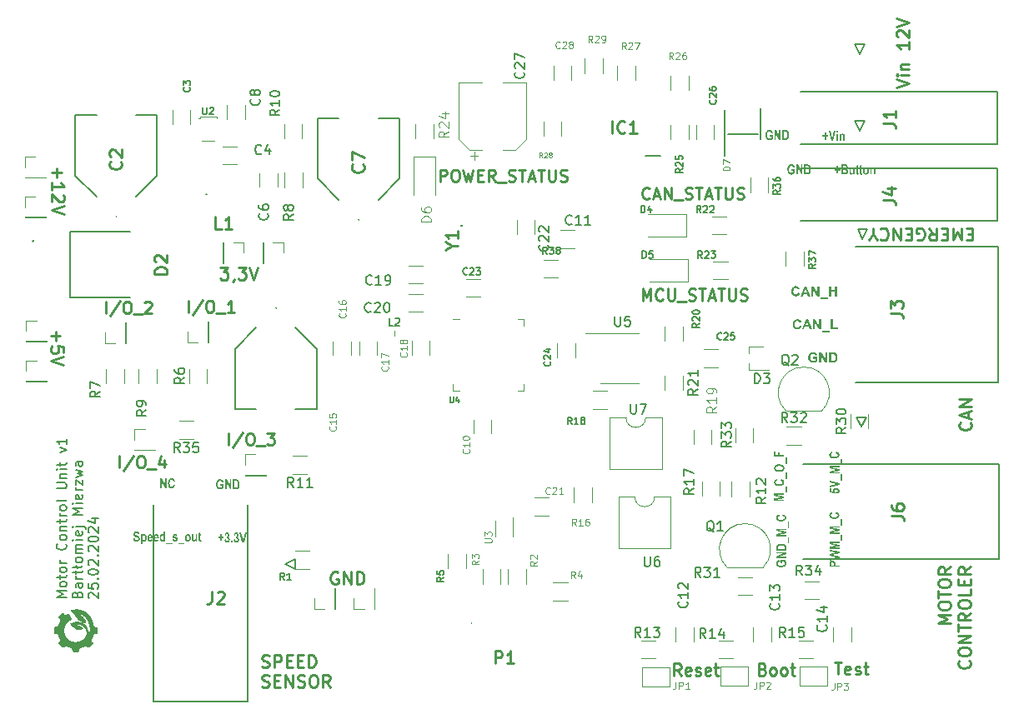
<source format=gbr>
%TF.GenerationSoftware,KiCad,Pcbnew,8.0.0*%
%TF.CreationDate,2024-03-30T18:18:10+01:00*%
%TF.ProjectId,MCU,4d43552e-6b69-4636-9164-5f7063625858,rev?*%
%TF.SameCoordinates,Original*%
%TF.FileFunction,Legend,Top*%
%TF.FilePolarity,Positive*%
%FSLAX46Y46*%
G04 Gerber Fmt 4.6, Leading zero omitted, Abs format (unit mm)*
G04 Created by KiCad (PCBNEW 8.0.0) date 2024-03-30 18:18:10*
%MOMM*%
%LPD*%
G01*
G04 APERTURE LIST*
%ADD10C,0.200000*%
%ADD11C,0.250000*%
%ADD12C,0.240000*%
%ADD13C,0.000000*%
%ADD14C,0.254000*%
%ADD15C,0.150000*%
%ADD16C,0.100000*%
%ADD17C,0.125000*%
%ADD18C,0.140000*%
%ADD19C,0.050000*%
%ADD20C,0.120000*%
%ADD21C,0.127000*%
G04 APERTURE END LIST*
D10*
G36*
X136357725Y-70489316D02*
G01*
X136357725Y-70223579D01*
X136146699Y-70223579D01*
X136146699Y-70051632D01*
X136357725Y-70051632D01*
X136357725Y-69785896D01*
X136498408Y-69785896D01*
X136498408Y-70051632D01*
X136710020Y-70051632D01*
X136710020Y-70223579D01*
X136498408Y-70223579D01*
X136498408Y-70489316D01*
X136357725Y-70489316D01*
G37*
G36*
X137197338Y-69614440D02*
G01*
X137236750Y-69616203D01*
X137277462Y-69620210D01*
X137300307Y-69624207D01*
X137339603Y-69637224D01*
X137375085Y-69658749D01*
X137384521Y-69666461D01*
X137414612Y-69698572D01*
X137439916Y-69738910D01*
X137446266Y-69751946D01*
X137462333Y-69797385D01*
X137470209Y-69847176D01*
X137471081Y-69871625D01*
X137466795Y-69923832D01*
X137453935Y-69972742D01*
X137440600Y-70003517D01*
X137414689Y-70044355D01*
X137382677Y-70076744D01*
X137357948Y-70093642D01*
X137396679Y-70111749D01*
X137433369Y-70138893D01*
X137463380Y-70173430D01*
X137471081Y-70185233D01*
X137491998Y-70227904D01*
X137505168Y-70275012D01*
X137510591Y-70326555D01*
X137510746Y-70337397D01*
X137507147Y-70388539D01*
X137496348Y-70438650D01*
X137485150Y-70471486D01*
X137463342Y-70516537D01*
X137436313Y-70554238D01*
X137415394Y-70575289D01*
X137379362Y-70600225D01*
X137341215Y-70615720D01*
X137306364Y-70623161D01*
X137264846Y-70626393D01*
X137224289Y-70627969D01*
X137180774Y-70629023D01*
X137138341Y-70629690D01*
X137110188Y-70630000D01*
X136835854Y-70630000D01*
X136835854Y-70192316D01*
X136998422Y-70192316D01*
X136998422Y-70458053D01*
X137149071Y-70458053D01*
X137189017Y-70457671D01*
X137230822Y-70455900D01*
X137260642Y-70451946D01*
X137298977Y-70434109D01*
X137319651Y-70412379D01*
X137338739Y-70367387D01*
X137342512Y-70327871D01*
X137336312Y-70279616D01*
X137324926Y-70252156D01*
X137295113Y-70218486D01*
X137274124Y-70206727D01*
X137234268Y-70197397D01*
X137191601Y-70193724D01*
X137149888Y-70192443D01*
X137129727Y-70192316D01*
X136998422Y-70192316D01*
X136835854Y-70192316D01*
X136835854Y-69785896D01*
X136998422Y-69785896D01*
X136998422Y-70020369D01*
X137105108Y-70020369D01*
X137148094Y-70020156D01*
X137189188Y-70019287D01*
X137223126Y-70016950D01*
X137262480Y-70003516D01*
X137288778Y-69980558D01*
X137308845Y-69938167D01*
X137312812Y-69901423D01*
X137305510Y-69851731D01*
X137292100Y-69824975D01*
X137258593Y-69797307D01*
X137230942Y-69789316D01*
X137188306Y-69786861D01*
X137143600Y-69786110D01*
X137098913Y-69785900D01*
X137091821Y-69785896D01*
X136998422Y-69785896D01*
X136835854Y-69785896D01*
X136835854Y-69613949D01*
X137157864Y-69613949D01*
X137197338Y-69614440D01*
G37*
G36*
X138026392Y-70630000D02*
G01*
X138026392Y-70520823D01*
X137999675Y-70561066D01*
X137967297Y-70594233D01*
X137942568Y-70612414D01*
X137906253Y-70631326D01*
X137865005Y-70643004D01*
X137832951Y-70645631D01*
X137790664Y-70641063D01*
X137751728Y-70627359D01*
X137727634Y-70613147D01*
X137693947Y-70582440D01*
X137668774Y-70543107D01*
X137660027Y-70522044D01*
X137647287Y-70471612D01*
X137641162Y-70419982D01*
X137639141Y-70366051D01*
X137639120Y-70359623D01*
X137639120Y-69895317D01*
X137793482Y-69895317D01*
X137793482Y-70236524D01*
X137793777Y-70290975D01*
X137794868Y-70343735D01*
X137797453Y-70394534D01*
X137801884Y-70428499D01*
X137821409Y-70471613D01*
X137832951Y-70484431D01*
X137869750Y-70502944D01*
X137890202Y-70504947D01*
X137929822Y-70497158D01*
X137960935Y-70477348D01*
X137990019Y-70442125D01*
X138003921Y-70408960D01*
X138011385Y-70356070D01*
X138014087Y-70304089D01*
X138015269Y-70246458D01*
X138015450Y-70208436D01*
X138015450Y-69895317D01*
X138169811Y-69895317D01*
X138169811Y-70630000D01*
X138026392Y-70630000D01*
G37*
G36*
X138593817Y-69895317D02*
G01*
X138593817Y-70036001D01*
X138488304Y-70036001D01*
X138488304Y-70354982D01*
X138488590Y-70407690D01*
X138490093Y-70457145D01*
X138491235Y-70468066D01*
X138505108Y-70494689D01*
X138531095Y-70504947D01*
X138569699Y-70496174D01*
X138593230Y-70486385D01*
X138606517Y-70620230D01*
X138567779Y-70634692D01*
X138525716Y-70643150D01*
X138484591Y-70645631D01*
X138444829Y-70641113D01*
X138409169Y-70627557D01*
X138374273Y-70600862D01*
X138359930Y-70580907D01*
X138343537Y-70534670D01*
X138338241Y-70503482D01*
X138334577Y-70451153D01*
X138333528Y-70400525D01*
X138333356Y-70363531D01*
X138333356Y-70036001D01*
X138262428Y-70036001D01*
X138262428Y-69895317D01*
X138333356Y-69895317D01*
X138333356Y-69754633D01*
X138488304Y-69645212D01*
X138488304Y-69895317D01*
X138593817Y-69895317D01*
G37*
G36*
X138966629Y-69895317D02*
G01*
X138966629Y-70036001D01*
X138861116Y-70036001D01*
X138861116Y-70354982D01*
X138861402Y-70407690D01*
X138862905Y-70457145D01*
X138864047Y-70468066D01*
X138877920Y-70494689D01*
X138903907Y-70504947D01*
X138942511Y-70496174D01*
X138966043Y-70486385D01*
X138979330Y-70620230D01*
X138940591Y-70634692D01*
X138898528Y-70643150D01*
X138857404Y-70645631D01*
X138817641Y-70641113D01*
X138781981Y-70627557D01*
X138747085Y-70600862D01*
X138732742Y-70580907D01*
X138716349Y-70534670D01*
X138711053Y-70503482D01*
X138707390Y-70451153D01*
X138706340Y-70400525D01*
X138706168Y-70363531D01*
X138706168Y-70036001D01*
X138635240Y-70036001D01*
X138635240Y-69895317D01*
X138706168Y-69895317D01*
X138706168Y-69754633D01*
X138861116Y-69645212D01*
X138861116Y-69895317D01*
X138966629Y-69895317D01*
G37*
G36*
X139376936Y-69882321D02*
G01*
X139422127Y-69892442D01*
X139463952Y-69910153D01*
X139502411Y-69935455D01*
X139537504Y-69968348D01*
X139553789Y-69987641D01*
X139582541Y-70030133D01*
X139605345Y-70076644D01*
X139622200Y-70127174D01*
X139633107Y-70181722D01*
X139637651Y-70230249D01*
X139638394Y-70260704D01*
X139636305Y-70311223D01*
X139628282Y-70368192D01*
X139614241Y-70421178D01*
X139594182Y-70470179D01*
X139568106Y-70515196D01*
X139552812Y-70536210D01*
X139519239Y-70573396D01*
X139482561Y-70602889D01*
X139442779Y-70624687D01*
X139399891Y-70638792D01*
X139353899Y-70645204D01*
X139337878Y-70645631D01*
X139298189Y-70642792D01*
X139259427Y-70634274D01*
X139221594Y-70620077D01*
X139184689Y-70600202D01*
X139150519Y-70574724D01*
X139117275Y-70539749D01*
X139089533Y-70498088D01*
X139074096Y-70466601D01*
X139057512Y-70420241D01*
X139045666Y-70369087D01*
X139039188Y-70320396D01*
X139036337Y-70268034D01*
X139036286Y-70262658D01*
X139194459Y-70262658D01*
X139197035Y-70317964D01*
X139204766Y-70366400D01*
X139219622Y-70412680D01*
X139235687Y-70442665D01*
X139266294Y-70478125D01*
X139304845Y-70500021D01*
X139337292Y-70504947D01*
X139376492Y-70497588D01*
X139413989Y-70472772D01*
X139438506Y-70442665D01*
X139460145Y-70398077D01*
X139472767Y-70348525D01*
X139478537Y-70296986D01*
X139479539Y-70261193D01*
X139476974Y-70206543D01*
X139469281Y-70158611D01*
X139454494Y-70112715D01*
X139438506Y-70082896D01*
X139408122Y-70047297D01*
X139369708Y-70025315D01*
X139337292Y-70020369D01*
X139298046Y-70027758D01*
X139260392Y-70052670D01*
X139235687Y-70082896D01*
X139213945Y-70127212D01*
X139201263Y-70176315D01*
X139195465Y-70227293D01*
X139194459Y-70262658D01*
X139036286Y-70262658D01*
X139036189Y-70252400D01*
X139039188Y-70198497D01*
X139048183Y-70145599D01*
X139061214Y-70099422D01*
X139074096Y-70065310D01*
X139095027Y-70022797D01*
X139123305Y-69981355D01*
X139156590Y-69946676D01*
X139181563Y-69927313D01*
X139217344Y-69906476D01*
X139255129Y-69891592D01*
X139294916Y-69882662D01*
X139336706Y-69879685D01*
X139376936Y-69882321D01*
G37*
G36*
X140286517Y-70630000D02*
G01*
X140132156Y-70630000D01*
X140132156Y-70250690D01*
X140131533Y-70195797D01*
X140129343Y-70146741D01*
X140122804Y-70097160D01*
X140122191Y-70094863D01*
X140101687Y-70052156D01*
X140090146Y-70039909D01*
X140053483Y-70021915D01*
X140036608Y-70020369D01*
X139996212Y-70028297D01*
X139964508Y-70048457D01*
X139936293Y-70083280D01*
X139920739Y-70122707D01*
X139913149Y-70173153D01*
X139910160Y-70223237D01*
X139909061Y-70278169D01*
X139909016Y-70293433D01*
X139909016Y-70630000D01*
X139754654Y-70630000D01*
X139754654Y-69895317D01*
X139898073Y-69895317D01*
X139898073Y-70002540D01*
X139928111Y-69960788D01*
X139960923Y-69927675D01*
X139996511Y-69903201D01*
X140034874Y-69887364D01*
X140076012Y-69880165D01*
X140090341Y-69879685D01*
X140130453Y-69883515D01*
X140170331Y-69896204D01*
X140183740Y-69902889D01*
X140218939Y-69927432D01*
X140247829Y-69961995D01*
X140268025Y-70005478D01*
X140277920Y-70043572D01*
X140284091Y-70094856D01*
X140286307Y-70148403D01*
X140286517Y-70173998D01*
X140286517Y-70630000D01*
G37*
G36*
X131756636Y-70254842D02*
G01*
X131756636Y-70082896D01*
X132107369Y-70082896D01*
X132107369Y-70491270D01*
X132074956Y-70524594D01*
X132040072Y-70552270D01*
X132004860Y-70574984D01*
X131965272Y-70596295D01*
X131959260Y-70599225D01*
X131916738Y-70617307D01*
X131873972Y-70630948D01*
X131830964Y-70640148D01*
X131787713Y-70644906D01*
X131762889Y-70645631D01*
X131716621Y-70643287D01*
X131672635Y-70636254D01*
X131630929Y-70624534D01*
X131591503Y-70608125D01*
X131554359Y-70587027D01*
X131542484Y-70578953D01*
X131508881Y-70551939D01*
X131478562Y-70520907D01*
X131447340Y-70479624D01*
X131424136Y-70439885D01*
X131404215Y-70396127D01*
X131401214Y-70388443D01*
X131385144Y-70341151D01*
X131372399Y-70292330D01*
X131362979Y-70241981D01*
X131356884Y-70190103D01*
X131354113Y-70136697D01*
X131353928Y-70118555D01*
X131355783Y-70060449D01*
X131361347Y-70004833D01*
X131370621Y-69951708D01*
X131383604Y-69901072D01*
X131400296Y-69852927D01*
X131406685Y-69837431D01*
X131428186Y-69793287D01*
X131453121Y-69753179D01*
X131481492Y-69717107D01*
X131513297Y-69685070D01*
X131548536Y-69657069D01*
X131561046Y-69648632D01*
X131602189Y-69626619D01*
X131642056Y-69612518D01*
X131685531Y-69603231D01*
X131725669Y-69599104D01*
X131753900Y-69598318D01*
X131799187Y-69600345D01*
X131841259Y-69606427D01*
X131880116Y-69616564D01*
X131922500Y-69634081D01*
X131960253Y-69657437D01*
X131988178Y-69681360D01*
X132017716Y-69714734D01*
X132043023Y-69752572D01*
X132064098Y-69794876D01*
X132080942Y-69841645D01*
X132093554Y-69892878D01*
X132096817Y-69910949D01*
X131935226Y-69942212D01*
X131921663Y-69895715D01*
X131899956Y-69852117D01*
X131871137Y-69816427D01*
X131836126Y-69790145D01*
X131795574Y-69774773D01*
X131753900Y-69770265D01*
X131709320Y-69774367D01*
X131668928Y-69786674D01*
X131632725Y-69807185D01*
X131600711Y-69835901D01*
X131584298Y-69855994D01*
X131559783Y-69897379D01*
X131541289Y-69946735D01*
X131530229Y-69995384D01*
X131523593Y-70049889D01*
X131521443Y-70099784D01*
X131521381Y-70110251D01*
X131522936Y-70164819D01*
X131527602Y-70214951D01*
X131537306Y-70269253D01*
X131551489Y-70317166D01*
X131573696Y-70364991D01*
X131585080Y-70382826D01*
X131614922Y-70418229D01*
X131648542Y-70444936D01*
X131685939Y-70462948D01*
X131727113Y-70472264D01*
X131752337Y-70473684D01*
X131793838Y-70469452D01*
X131832260Y-70458031D01*
X131854724Y-70448039D01*
X131891232Y-70427259D01*
X131926194Y-70401259D01*
X131943042Y-70385757D01*
X131943042Y-70254842D01*
X131756636Y-70254842D01*
G37*
G36*
X132254305Y-70630000D02*
G01*
X132254305Y-69613949D01*
X132412575Y-69613949D01*
X132742205Y-70300516D01*
X132742205Y-69613949D01*
X132893244Y-69613949D01*
X132893244Y-70630000D01*
X132730090Y-70630000D01*
X132405345Y-69953691D01*
X132405345Y-70630000D01*
X132254305Y-70630000D01*
G37*
G36*
X133399235Y-69614873D02*
G01*
X133441321Y-69618189D01*
X133481516Y-69624803D01*
X133510886Y-69633244D01*
X133549081Y-69651328D01*
X133584092Y-69675903D01*
X133615920Y-69706970D01*
X133632226Y-69727034D01*
X133658776Y-69767211D01*
X133681492Y-69812179D01*
X133700376Y-69861939D01*
X133709211Y-69891653D01*
X133720751Y-69943112D01*
X133728145Y-69992822D01*
X133733013Y-70046903D01*
X133735177Y-70096737D01*
X133735589Y-70131744D01*
X133734402Y-70184913D01*
X133730839Y-70234787D01*
X133723860Y-70287749D01*
X133713779Y-70336407D01*
X133710774Y-70347899D01*
X133696366Y-70394390D01*
X133676854Y-70442571D01*
X133654094Y-70485470D01*
X133628085Y-70523087D01*
X133624605Y-70527418D01*
X133591968Y-70560471D01*
X133556248Y-70585811D01*
X133519172Y-70604783D01*
X133510300Y-70608506D01*
X133468952Y-70620743D01*
X133428768Y-70626977D01*
X133388248Y-70629664D01*
X133366294Y-70630000D01*
X133060111Y-70630000D01*
X133060111Y-69785896D01*
X133222875Y-69785896D01*
X133222875Y-70458053D01*
X133344214Y-70458053D01*
X133386618Y-70456898D01*
X133427629Y-70452090D01*
X133442693Y-70448283D01*
X133480825Y-70430223D01*
X133508150Y-70406273D01*
X133531891Y-70366889D01*
X133547583Y-70320772D01*
X133550746Y-70308332D01*
X133560202Y-70255485D01*
X133565019Y-70203574D01*
X133567095Y-70150879D01*
X133567355Y-70122219D01*
X133566317Y-70066882D01*
X133562667Y-70012767D01*
X133555531Y-69962745D01*
X133550746Y-69941723D01*
X133535218Y-69895119D01*
X133511851Y-69852765D01*
X133504633Y-69843538D01*
X133471074Y-69813862D01*
X133432248Y-69796467D01*
X133429406Y-69795666D01*
X133387129Y-69788987D01*
X133346718Y-69786669D01*
X133302104Y-69785906D01*
X133295952Y-69785896D01*
X133222875Y-69785896D01*
X133060111Y-69785896D01*
X133060111Y-69613949D01*
X133357501Y-69613949D01*
X133399235Y-69614873D01*
G37*
G36*
X132427251Y-82619211D02*
G01*
X132624355Y-82681737D01*
X132608691Y-82731698D01*
X132590094Y-82777474D01*
X132563905Y-82826878D01*
X132533491Y-82870255D01*
X132498852Y-82907605D01*
X132473413Y-82929155D01*
X132431936Y-82956630D01*
X132386459Y-82978420D01*
X132336979Y-82994525D01*
X132283499Y-83004947D01*
X132226017Y-83009684D01*
X132205967Y-83010000D01*
X132156950Y-83007878D01*
X132098814Y-82999258D01*
X132044160Y-82984007D01*
X131992988Y-82962125D01*
X131945299Y-82933613D01*
X131901092Y-82898469D01*
X131876239Y-82874200D01*
X131839087Y-82829330D01*
X131808233Y-82779595D01*
X131783675Y-82724993D01*
X131768562Y-82677808D01*
X131757480Y-82627509D01*
X131750427Y-82574097D01*
X131747405Y-82517570D01*
X131747279Y-82502951D01*
X131749305Y-82442410D01*
X131755385Y-82385348D01*
X131765517Y-82331768D01*
X131779702Y-82281667D01*
X131797940Y-82235047D01*
X131826437Y-82181667D01*
X131861267Y-82133725D01*
X131876972Y-82116071D01*
X131919569Y-82076386D01*
X131966149Y-82043428D01*
X132016713Y-82017195D01*
X132071259Y-81997689D01*
X132129789Y-81984909D01*
X132179481Y-81979528D01*
X132218423Y-81978318D01*
X132274503Y-81981144D01*
X132327183Y-81989623D01*
X132376464Y-82003756D01*
X132422347Y-82023541D01*
X132464831Y-82048979D01*
X132503915Y-82080070D01*
X132518598Y-82094089D01*
X132550777Y-82132130D01*
X132578681Y-82177620D01*
X132599592Y-82223535D01*
X132617230Y-82275153D01*
X132621668Y-82290949D01*
X132420412Y-82322212D01*
X132403565Y-82271425D01*
X132377541Y-82228545D01*
X132345918Y-82196427D01*
X132304075Y-82170145D01*
X132256460Y-82154773D01*
X132208165Y-82150265D01*
X132154859Y-82155241D01*
X132106804Y-82170170D01*
X132064001Y-82195053D01*
X132026448Y-82229888D01*
X131995994Y-82275882D01*
X131976485Y-82326270D01*
X131965064Y-82376994D01*
X131958539Y-82434673D01*
X131956839Y-82488053D01*
X131958515Y-82544546D01*
X131963542Y-82595720D01*
X131973997Y-82650108D01*
X131989279Y-82696836D01*
X132013206Y-82741672D01*
X132025471Y-82757697D01*
X132062367Y-82792852D01*
X132104423Y-82817964D01*
X132151638Y-82833030D01*
X132204013Y-82838053D01*
X132257077Y-82831819D01*
X132304774Y-82813117D01*
X132343476Y-82785296D01*
X132376739Y-82746408D01*
X132401171Y-82701294D01*
X132418508Y-82653147D01*
X132427251Y-82619211D01*
G37*
G36*
X133701222Y-83010000D02*
G01*
X133480182Y-83010000D01*
X133392254Y-82775526D01*
X132989498Y-82775526D01*
X132906455Y-83010000D01*
X132690789Y-83010000D01*
X132847691Y-82603579D01*
X133052024Y-82603579D01*
X133326797Y-82603579D01*
X133188067Y-82244054D01*
X133052024Y-82603579D01*
X132847691Y-82603579D01*
X133083043Y-81993949D01*
X133297977Y-81993949D01*
X133701222Y-83010000D01*
G37*
G36*
X133805513Y-83010000D02*
G01*
X133805513Y-81993949D01*
X134003350Y-81993949D01*
X134415388Y-82680516D01*
X134415388Y-81993949D01*
X134604187Y-81993949D01*
X134604187Y-83010000D01*
X134400245Y-83010000D01*
X133994313Y-82333691D01*
X133994313Y-83010000D01*
X133805513Y-83010000D01*
G37*
G36*
X134698221Y-83291367D02*
G01*
X134698221Y-83166315D01*
X135500559Y-83166315D01*
X135500559Y-83291367D01*
X134698221Y-83291367D01*
G37*
G36*
X135592882Y-83010000D02*
G01*
X135592882Y-81993949D01*
X135796092Y-81993949D01*
X135796092Y-82400369D01*
X136194697Y-82400369D01*
X136194697Y-81993949D01*
X136397907Y-81993949D01*
X136397907Y-83010000D01*
X136194697Y-83010000D01*
X136194697Y-82572316D01*
X135796092Y-82572316D01*
X135796092Y-83010000D01*
X135592882Y-83010000D01*
G37*
G36*
X132582589Y-85979211D02*
G01*
X132779693Y-86041737D01*
X132764029Y-86091698D01*
X132745432Y-86137474D01*
X132719243Y-86186878D01*
X132688829Y-86230255D01*
X132654190Y-86267605D01*
X132628751Y-86289155D01*
X132587274Y-86316630D01*
X132541797Y-86338420D01*
X132492317Y-86354525D01*
X132438837Y-86364947D01*
X132381355Y-86369684D01*
X132361305Y-86370000D01*
X132312288Y-86367878D01*
X132254152Y-86359258D01*
X132199498Y-86344007D01*
X132148326Y-86322125D01*
X132100637Y-86293613D01*
X132056430Y-86258469D01*
X132031577Y-86234200D01*
X131994425Y-86189330D01*
X131963571Y-86139595D01*
X131939013Y-86084993D01*
X131923900Y-86037808D01*
X131912818Y-85987509D01*
X131905765Y-85934097D01*
X131902743Y-85877570D01*
X131902617Y-85862951D01*
X131904643Y-85802410D01*
X131910723Y-85745348D01*
X131920855Y-85691768D01*
X131935040Y-85641667D01*
X131953278Y-85595047D01*
X131981775Y-85541667D01*
X132016605Y-85493725D01*
X132032310Y-85476071D01*
X132074907Y-85436386D01*
X132121487Y-85403428D01*
X132172051Y-85377195D01*
X132226597Y-85357689D01*
X132285127Y-85344909D01*
X132334819Y-85339528D01*
X132373761Y-85338318D01*
X132429841Y-85341144D01*
X132482521Y-85349623D01*
X132531802Y-85363756D01*
X132577685Y-85383541D01*
X132620169Y-85408979D01*
X132659253Y-85440070D01*
X132673936Y-85454089D01*
X132706115Y-85492130D01*
X132734019Y-85537620D01*
X132754930Y-85583535D01*
X132772568Y-85635153D01*
X132777006Y-85650949D01*
X132575750Y-85682212D01*
X132558903Y-85631425D01*
X132532879Y-85588545D01*
X132501256Y-85556427D01*
X132459413Y-85530145D01*
X132411798Y-85514773D01*
X132363503Y-85510265D01*
X132310197Y-85515241D01*
X132262142Y-85530170D01*
X132219339Y-85555053D01*
X132181786Y-85589888D01*
X132151332Y-85635882D01*
X132131823Y-85686270D01*
X132120402Y-85736994D01*
X132113877Y-85794673D01*
X132112177Y-85848053D01*
X132113853Y-85904546D01*
X132118880Y-85955720D01*
X132129335Y-86010108D01*
X132144617Y-86056836D01*
X132168544Y-86101672D01*
X132180809Y-86117697D01*
X132217705Y-86152852D01*
X132259761Y-86177964D01*
X132306976Y-86193030D01*
X132359351Y-86198053D01*
X132412415Y-86191819D01*
X132460112Y-86173117D01*
X132498814Y-86145296D01*
X132532077Y-86106408D01*
X132556509Y-86061294D01*
X132573846Y-86013147D01*
X132582589Y-85979211D01*
G37*
G36*
X133856560Y-86370000D02*
G01*
X133635520Y-86370000D01*
X133547592Y-86135526D01*
X133144836Y-86135526D01*
X133061793Y-86370000D01*
X132846127Y-86370000D01*
X133003029Y-85963579D01*
X133207362Y-85963579D01*
X133482135Y-85963579D01*
X133343405Y-85604054D01*
X133207362Y-85963579D01*
X133003029Y-85963579D01*
X133238381Y-85353949D01*
X133453315Y-85353949D01*
X133856560Y-86370000D01*
G37*
G36*
X133960851Y-86370000D02*
G01*
X133960851Y-85353949D01*
X134158688Y-85353949D01*
X134570726Y-86040516D01*
X134570726Y-85353949D01*
X134759525Y-85353949D01*
X134759525Y-86370000D01*
X134555583Y-86370000D01*
X134149651Y-85693691D01*
X134149651Y-86370000D01*
X133960851Y-86370000D01*
G37*
G36*
X134853559Y-86651367D02*
G01*
X134853559Y-86526315D01*
X135655897Y-86526315D01*
X135655897Y-86651367D01*
X134853559Y-86651367D01*
G37*
G36*
X135753105Y-86370000D02*
G01*
X135753105Y-85353949D01*
X135956315Y-85353949D01*
X135956315Y-86198053D01*
X136461898Y-86198053D01*
X136461898Y-86370000D01*
X135753105Y-86370000D01*
G37*
G36*
X133962073Y-89354842D02*
G01*
X133962073Y-89182896D01*
X134400489Y-89182896D01*
X134400489Y-89591270D01*
X134359973Y-89624594D01*
X134316368Y-89652270D01*
X134272353Y-89674984D01*
X134222869Y-89696295D01*
X134215353Y-89699225D01*
X134162200Y-89717307D01*
X134108744Y-89730948D01*
X134054983Y-89740148D01*
X134000919Y-89744906D01*
X133969889Y-89745631D01*
X133912055Y-89743287D01*
X133857072Y-89736254D01*
X133804939Y-89724534D01*
X133755657Y-89708125D01*
X133709226Y-89687027D01*
X133694383Y-89678953D01*
X133652380Y-89651939D01*
X133614481Y-89620907D01*
X133575454Y-89579624D01*
X133546448Y-89539885D01*
X133521546Y-89496127D01*
X133517795Y-89488443D01*
X133497708Y-89441151D01*
X133481777Y-89392330D01*
X133470002Y-89341981D01*
X133462383Y-89290103D01*
X133458919Y-89236697D01*
X133458689Y-89218555D01*
X133461007Y-89160449D01*
X133467962Y-89104833D01*
X133479554Y-89051708D01*
X133495783Y-89001072D01*
X133516648Y-88952927D01*
X133524634Y-88937431D01*
X133551510Y-88893287D01*
X133582680Y-88853179D01*
X133618143Y-88817107D01*
X133657899Y-88785070D01*
X133701949Y-88757069D01*
X133717586Y-88748632D01*
X133769014Y-88726619D01*
X133818848Y-88712518D01*
X133873192Y-88703231D01*
X133923364Y-88699104D01*
X133958654Y-88698318D01*
X134015262Y-88700345D01*
X134067852Y-88706427D01*
X134116423Y-88716564D01*
X134169403Y-88734081D01*
X134216595Y-88757437D01*
X134251501Y-88781360D01*
X134288423Y-88814734D01*
X134320057Y-88852572D01*
X134346401Y-88894876D01*
X134367455Y-88941645D01*
X134383220Y-88992878D01*
X134387300Y-89010949D01*
X134185311Y-89042212D01*
X134168357Y-88995715D01*
X134141223Y-88952117D01*
X134105199Y-88916427D01*
X134061436Y-88890145D01*
X134010746Y-88874773D01*
X133958654Y-88870265D01*
X133902928Y-88874367D01*
X133852439Y-88886674D01*
X133807185Y-88907185D01*
X133767167Y-88935901D01*
X133746651Y-88955994D01*
X133716006Y-88997379D01*
X133692889Y-89046735D01*
X133679064Y-89095384D01*
X133670770Y-89149889D01*
X133668081Y-89199784D01*
X133668005Y-89210251D01*
X133669949Y-89264819D01*
X133675780Y-89314951D01*
X133687910Y-89369253D01*
X133705639Y-89417166D01*
X133733398Y-89464991D01*
X133747628Y-89482826D01*
X133784931Y-89518229D01*
X133826955Y-89544936D01*
X133873701Y-89562948D01*
X133925169Y-89572264D01*
X133956700Y-89573684D01*
X134008575Y-89569452D01*
X134056603Y-89558031D01*
X134084683Y-89548039D01*
X134130318Y-89527259D01*
X134174020Y-89501259D01*
X134195081Y-89485757D01*
X134195081Y-89354842D01*
X133962073Y-89354842D01*
G37*
G36*
X134584160Y-89730000D02*
G01*
X134584160Y-88713949D01*
X134781996Y-88713949D01*
X135194034Y-89400516D01*
X135194034Y-88713949D01*
X135382834Y-88713949D01*
X135382834Y-89730000D01*
X135178891Y-89730000D01*
X134772959Y-89053691D01*
X134772959Y-89730000D01*
X134584160Y-89730000D01*
G37*
G36*
X136015322Y-88714873D02*
G01*
X136067930Y-88718189D01*
X136118173Y-88724803D01*
X136154885Y-88733244D01*
X136202629Y-88751328D01*
X136246393Y-88775903D01*
X136286178Y-88806970D01*
X136306560Y-88827034D01*
X136339748Y-88867211D01*
X136368144Y-88912179D01*
X136391748Y-88961939D01*
X136402792Y-88991653D01*
X136417217Y-89043112D01*
X136426459Y-89092822D01*
X136432545Y-89146903D01*
X136435249Y-89196737D01*
X136435765Y-89231744D01*
X136434280Y-89284913D01*
X136429827Y-89334787D01*
X136421103Y-89387749D01*
X136408502Y-89436407D01*
X136404746Y-89447899D01*
X136386735Y-89494390D01*
X136362346Y-89542571D01*
X136333895Y-89585470D01*
X136301384Y-89623087D01*
X136297035Y-89627418D01*
X136256239Y-89660471D01*
X136211588Y-89685811D01*
X136165244Y-89704783D01*
X136154153Y-89708506D01*
X136102468Y-89720743D01*
X136052238Y-89726977D01*
X136001589Y-89729664D01*
X135974146Y-89730000D01*
X135591417Y-89730000D01*
X135591417Y-88885896D01*
X135794871Y-88885896D01*
X135794871Y-89558053D01*
X135946546Y-89558053D01*
X135999550Y-89556898D01*
X136050814Y-89552090D01*
X136069645Y-89548283D01*
X136117309Y-89530223D01*
X136151466Y-89506273D01*
X136181141Y-89466889D01*
X136200757Y-89420772D01*
X136204711Y-89408332D01*
X136216531Y-89355485D01*
X136222552Y-89303574D01*
X136225147Y-89250879D01*
X136225471Y-89222219D01*
X136224174Y-89166882D01*
X136219612Y-89112767D01*
X136210692Y-89062745D01*
X136204711Y-89041723D01*
X136185300Y-88995119D01*
X136156091Y-88952765D01*
X136147070Y-88943538D01*
X136105121Y-88913862D01*
X136056588Y-88896467D01*
X136053036Y-88895666D01*
X136000189Y-88888987D01*
X135949676Y-88886669D01*
X135893908Y-88885906D01*
X135886218Y-88885896D01*
X135794871Y-88885896D01*
X135591417Y-88885896D01*
X135591417Y-88713949D01*
X135963155Y-88713949D01*
X136015322Y-88714873D01*
G37*
D11*
X150137907Y-76720738D02*
X149721241Y-76720738D01*
X149542669Y-76065976D02*
X150137907Y-76065976D01*
X150137907Y-76065976D02*
X150137907Y-77315976D01*
X150137907Y-77315976D02*
X149542669Y-77315976D01*
X149006955Y-76065976D02*
X149006955Y-77315976D01*
X149006955Y-77315976D02*
X148590289Y-76423119D01*
X148590289Y-76423119D02*
X148173622Y-77315976D01*
X148173622Y-77315976D02*
X148173622Y-76065976D01*
X147578384Y-76720738D02*
X147161718Y-76720738D01*
X146983146Y-76065976D02*
X147578384Y-76065976D01*
X147578384Y-76065976D02*
X147578384Y-77315976D01*
X147578384Y-77315976D02*
X146983146Y-77315976D01*
X145733147Y-76065976D02*
X146149813Y-76661214D01*
X146447432Y-76065976D02*
X146447432Y-77315976D01*
X146447432Y-77315976D02*
X145971242Y-77315976D01*
X145971242Y-77315976D02*
X145852194Y-77256452D01*
X145852194Y-77256452D02*
X145792671Y-77196928D01*
X145792671Y-77196928D02*
X145733147Y-77077880D01*
X145733147Y-77077880D02*
X145733147Y-76899309D01*
X145733147Y-76899309D02*
X145792671Y-76780261D01*
X145792671Y-76780261D02*
X145852194Y-76720738D01*
X145852194Y-76720738D02*
X145971242Y-76661214D01*
X145971242Y-76661214D02*
X146447432Y-76661214D01*
X144542671Y-77256452D02*
X144661718Y-77315976D01*
X144661718Y-77315976D02*
X144840290Y-77315976D01*
X144840290Y-77315976D02*
X145018861Y-77256452D01*
X145018861Y-77256452D02*
X145137909Y-77137404D01*
X145137909Y-77137404D02*
X145197432Y-77018357D01*
X145197432Y-77018357D02*
X145256956Y-76780261D01*
X145256956Y-76780261D02*
X145256956Y-76601690D01*
X145256956Y-76601690D02*
X145197432Y-76363595D01*
X145197432Y-76363595D02*
X145137909Y-76244547D01*
X145137909Y-76244547D02*
X145018861Y-76125500D01*
X145018861Y-76125500D02*
X144840290Y-76065976D01*
X144840290Y-76065976D02*
X144721242Y-76065976D01*
X144721242Y-76065976D02*
X144542671Y-76125500D01*
X144542671Y-76125500D02*
X144483147Y-76185023D01*
X144483147Y-76185023D02*
X144483147Y-76601690D01*
X144483147Y-76601690D02*
X144721242Y-76601690D01*
X143947432Y-76720738D02*
X143530766Y-76720738D01*
X143352194Y-76065976D02*
X143947432Y-76065976D01*
X143947432Y-76065976D02*
X143947432Y-77315976D01*
X143947432Y-77315976D02*
X143352194Y-77315976D01*
X142816480Y-76065976D02*
X142816480Y-77315976D01*
X142816480Y-77315976D02*
X142102195Y-76065976D01*
X142102195Y-76065976D02*
X142102195Y-77315976D01*
X140792671Y-76185023D02*
X140852195Y-76125500D01*
X140852195Y-76125500D02*
X141030766Y-76065976D01*
X141030766Y-76065976D02*
X141149814Y-76065976D01*
X141149814Y-76065976D02*
X141328385Y-76125500D01*
X141328385Y-76125500D02*
X141447433Y-76244547D01*
X141447433Y-76244547D02*
X141506956Y-76363595D01*
X141506956Y-76363595D02*
X141566480Y-76601690D01*
X141566480Y-76601690D02*
X141566480Y-76780261D01*
X141566480Y-76780261D02*
X141506956Y-77018357D01*
X141506956Y-77018357D02*
X141447433Y-77137404D01*
X141447433Y-77137404D02*
X141328385Y-77256452D01*
X141328385Y-77256452D02*
X141149814Y-77315976D01*
X141149814Y-77315976D02*
X141030766Y-77315976D01*
X141030766Y-77315976D02*
X140852195Y-77256452D01*
X140852195Y-77256452D02*
X140792671Y-77196928D01*
X140018861Y-76661214D02*
X140018861Y-76065976D01*
X140435528Y-77315976D02*
X140018861Y-76661214D01*
X140018861Y-76661214D02*
X139602195Y-77315976D01*
D10*
G36*
X73757725Y-107889316D02*
G01*
X73757725Y-107623579D01*
X73546699Y-107623579D01*
X73546699Y-107451632D01*
X73757725Y-107451632D01*
X73757725Y-107185896D01*
X73898408Y-107185896D01*
X73898408Y-107451632D01*
X74110020Y-107451632D01*
X74110020Y-107623579D01*
X73898408Y-107623579D01*
X73898408Y-107889316D01*
X73757725Y-107889316D01*
G37*
G36*
X74195799Y-107741549D02*
G01*
X74345275Y-107717369D01*
X74353085Y-107765377D01*
X74369638Y-107811250D01*
X74383768Y-107833628D01*
X74415996Y-107862379D01*
X74454064Y-107873528D01*
X74459581Y-107873684D01*
X74498418Y-107864942D01*
X74531495Y-107838715D01*
X74539888Y-107828011D01*
X74561142Y-107785620D01*
X74571143Y-107737117D01*
X74572714Y-107704668D01*
X74568290Y-107653972D01*
X74553513Y-107608664D01*
X74541256Y-107588408D01*
X74508941Y-107557554D01*
X74470616Y-107545590D01*
X74465052Y-107545422D01*
X74425719Y-107550502D01*
X74394124Y-107559832D01*
X74411123Y-107404738D01*
X74450712Y-107401983D01*
X74488389Y-107388160D01*
X74506671Y-107373963D01*
X74531437Y-107335861D01*
X74539692Y-107287013D01*
X74531151Y-107238826D01*
X74515464Y-107213496D01*
X74479087Y-107189777D01*
X74451179Y-107185896D01*
X74412441Y-107194926D01*
X74383572Y-107217892D01*
X74360061Y-107259969D01*
X74349574Y-107310949D01*
X74207327Y-107282861D01*
X74216870Y-107233354D01*
X74230265Y-107185326D01*
X74248394Y-107140980D01*
X74252072Y-107133872D01*
X74277818Y-107095290D01*
X74310214Y-107063439D01*
X74335505Y-107045945D01*
X74373948Y-107027729D01*
X74415392Y-107017074D01*
X74455673Y-107013949D01*
X74496731Y-107017066D01*
X74540621Y-107028582D01*
X74580191Y-107048582D01*
X74615442Y-107077068D01*
X74637976Y-107102609D01*
X74665367Y-107144920D01*
X74683794Y-107190245D01*
X74693257Y-107238584D01*
X74694640Y-107266741D01*
X74689096Y-107320968D01*
X74672462Y-107370171D01*
X74644740Y-107414347D01*
X74612151Y-107448213D01*
X74578771Y-107473614D01*
X74619293Y-107490125D01*
X74654395Y-107515842D01*
X74684078Y-107550765D01*
X74689364Y-107558855D01*
X74711312Y-107602766D01*
X74725131Y-107652068D01*
X74730618Y-107701049D01*
X74730983Y-107718346D01*
X74728256Y-107767862D01*
X74718181Y-107822072D01*
X74700682Y-107872448D01*
X74675759Y-107918990D01*
X74653412Y-107949888D01*
X74623056Y-107982426D01*
X74584256Y-108011878D01*
X74541808Y-108032167D01*
X74502523Y-108042265D01*
X74460558Y-108045631D01*
X74420903Y-108042677D01*
X74377939Y-108031765D01*
X74338528Y-108012811D01*
X74302670Y-107985816D01*
X74279232Y-107961612D01*
X74250663Y-107922280D01*
X74227871Y-107878017D01*
X74210859Y-107828821D01*
X74199624Y-107774693D01*
X74195799Y-107741549D01*
G37*
G36*
X74857013Y-108030000D02*
G01*
X74857013Y-107842421D01*
X75011570Y-107842421D01*
X75011570Y-108030000D01*
X74857013Y-108030000D01*
G37*
G36*
X75129783Y-107741549D02*
G01*
X75279260Y-107717369D01*
X75287070Y-107765377D01*
X75303623Y-107811250D01*
X75317752Y-107833628D01*
X75349981Y-107862379D01*
X75388049Y-107873528D01*
X75393565Y-107873684D01*
X75432402Y-107864942D01*
X75465480Y-107838715D01*
X75473872Y-107828011D01*
X75495126Y-107785620D01*
X75505128Y-107737117D01*
X75506699Y-107704668D01*
X75502275Y-107653972D01*
X75487498Y-107608664D01*
X75475240Y-107588408D01*
X75442926Y-107557554D01*
X75404601Y-107545590D01*
X75399036Y-107545422D01*
X75359704Y-107550502D01*
X75328108Y-107559832D01*
X75345108Y-107404738D01*
X75384696Y-107401983D01*
X75422374Y-107388160D01*
X75440655Y-107373963D01*
X75465422Y-107335861D01*
X75473677Y-107287013D01*
X75465135Y-107238826D01*
X75449448Y-107213496D01*
X75413071Y-107189777D01*
X75385163Y-107185896D01*
X75346425Y-107194926D01*
X75317557Y-107217892D01*
X75294046Y-107259969D01*
X75283558Y-107310949D01*
X75141311Y-107282861D01*
X75150855Y-107233354D01*
X75164250Y-107185326D01*
X75182379Y-107140980D01*
X75186057Y-107133872D01*
X75211803Y-107095290D01*
X75244199Y-107063439D01*
X75269490Y-107045945D01*
X75307933Y-107027729D01*
X75349377Y-107017074D01*
X75389658Y-107013949D01*
X75430716Y-107017066D01*
X75474605Y-107028582D01*
X75514176Y-107048582D01*
X75549426Y-107077068D01*
X75571960Y-107102609D01*
X75599352Y-107144920D01*
X75617779Y-107190245D01*
X75627241Y-107238584D01*
X75628625Y-107266741D01*
X75623080Y-107320968D01*
X75606447Y-107370171D01*
X75578724Y-107414347D01*
X75546136Y-107448213D01*
X75512756Y-107473614D01*
X75553277Y-107490125D01*
X75588380Y-107515842D01*
X75618063Y-107550765D01*
X75623349Y-107558855D01*
X75645297Y-107602766D01*
X75659115Y-107652068D01*
X75664602Y-107701049D01*
X75664968Y-107718346D01*
X75662241Y-107767862D01*
X75652166Y-107822072D01*
X75634667Y-107872448D01*
X75609744Y-107918990D01*
X75587397Y-107949888D01*
X75557041Y-107982426D01*
X75518240Y-108011878D01*
X75475793Y-108032167D01*
X75436507Y-108042265D01*
X75394542Y-108045631D01*
X75354888Y-108042677D01*
X75311924Y-108031765D01*
X75272513Y-108012811D01*
X75236654Y-107985816D01*
X75213217Y-107961612D01*
X75184647Y-107922280D01*
X75161856Y-107878017D01*
X75144843Y-107828821D01*
X75133609Y-107774693D01*
X75129783Y-107741549D01*
G37*
G36*
X75997725Y-108030000D02*
G01*
X75709713Y-107013949D01*
X75886154Y-107013949D01*
X76089951Y-107764263D01*
X76287299Y-107013949D01*
X76459832Y-107013949D01*
X76171430Y-108030000D01*
X75997725Y-108030000D01*
G37*
G36*
X73756636Y-102254842D02*
G01*
X73756636Y-102082896D01*
X74107369Y-102082896D01*
X74107369Y-102491270D01*
X74074956Y-102524594D01*
X74040072Y-102552270D01*
X74004860Y-102574984D01*
X73965272Y-102596295D01*
X73959260Y-102599225D01*
X73916738Y-102617307D01*
X73873972Y-102630948D01*
X73830964Y-102640148D01*
X73787713Y-102644906D01*
X73762889Y-102645631D01*
X73716621Y-102643287D01*
X73672635Y-102636254D01*
X73630929Y-102624534D01*
X73591503Y-102608125D01*
X73554359Y-102587027D01*
X73542484Y-102578953D01*
X73508881Y-102551939D01*
X73478562Y-102520907D01*
X73447340Y-102479624D01*
X73424136Y-102439885D01*
X73404215Y-102396127D01*
X73401214Y-102388443D01*
X73385144Y-102341151D01*
X73372399Y-102292330D01*
X73362979Y-102241981D01*
X73356884Y-102190103D01*
X73354113Y-102136697D01*
X73353928Y-102118555D01*
X73355783Y-102060449D01*
X73361347Y-102004833D01*
X73370621Y-101951708D01*
X73383604Y-101901072D01*
X73400296Y-101852927D01*
X73406685Y-101837431D01*
X73428186Y-101793287D01*
X73453121Y-101753179D01*
X73481492Y-101717107D01*
X73513297Y-101685070D01*
X73548536Y-101657069D01*
X73561046Y-101648632D01*
X73602189Y-101626619D01*
X73642056Y-101612518D01*
X73685531Y-101603231D01*
X73725669Y-101599104D01*
X73753900Y-101598318D01*
X73799187Y-101600345D01*
X73841259Y-101606427D01*
X73880116Y-101616564D01*
X73922500Y-101634081D01*
X73960253Y-101657437D01*
X73988178Y-101681360D01*
X74017716Y-101714734D01*
X74043023Y-101752572D01*
X74064098Y-101794876D01*
X74080942Y-101841645D01*
X74093554Y-101892878D01*
X74096817Y-101910949D01*
X73935226Y-101942212D01*
X73921663Y-101895715D01*
X73899956Y-101852117D01*
X73871137Y-101816427D01*
X73836126Y-101790145D01*
X73795574Y-101774773D01*
X73753900Y-101770265D01*
X73709320Y-101774367D01*
X73668928Y-101786674D01*
X73632725Y-101807185D01*
X73600711Y-101835901D01*
X73584298Y-101855994D01*
X73559783Y-101897379D01*
X73541289Y-101946735D01*
X73530229Y-101995384D01*
X73523593Y-102049889D01*
X73521443Y-102099784D01*
X73521381Y-102110251D01*
X73522936Y-102164819D01*
X73527602Y-102214951D01*
X73537306Y-102269253D01*
X73551489Y-102317166D01*
X73573696Y-102364991D01*
X73585080Y-102382826D01*
X73614922Y-102418229D01*
X73648542Y-102444936D01*
X73685939Y-102462948D01*
X73727113Y-102472264D01*
X73752337Y-102473684D01*
X73793838Y-102469452D01*
X73832260Y-102458031D01*
X73854724Y-102448039D01*
X73891232Y-102427259D01*
X73926194Y-102401259D01*
X73943042Y-102385757D01*
X73943042Y-102254842D01*
X73756636Y-102254842D01*
G37*
G36*
X74254305Y-102630000D02*
G01*
X74254305Y-101613949D01*
X74412575Y-101613949D01*
X74742205Y-102300516D01*
X74742205Y-101613949D01*
X74893244Y-101613949D01*
X74893244Y-102630000D01*
X74730090Y-102630000D01*
X74405345Y-101953691D01*
X74405345Y-102630000D01*
X74254305Y-102630000D01*
G37*
G36*
X75399235Y-101614873D02*
G01*
X75441321Y-101618189D01*
X75481516Y-101624803D01*
X75510886Y-101633244D01*
X75549081Y-101651328D01*
X75584092Y-101675903D01*
X75615920Y-101706970D01*
X75632226Y-101727034D01*
X75658776Y-101767211D01*
X75681492Y-101812179D01*
X75700376Y-101861939D01*
X75709211Y-101891653D01*
X75720751Y-101943112D01*
X75728145Y-101992822D01*
X75733013Y-102046903D01*
X75735177Y-102096737D01*
X75735589Y-102131744D01*
X75734402Y-102184913D01*
X75730839Y-102234787D01*
X75723860Y-102287749D01*
X75713779Y-102336407D01*
X75710774Y-102347899D01*
X75696366Y-102394390D01*
X75676854Y-102442571D01*
X75654094Y-102485470D01*
X75628085Y-102523087D01*
X75624605Y-102527418D01*
X75591968Y-102560471D01*
X75556248Y-102585811D01*
X75519172Y-102604783D01*
X75510300Y-102608506D01*
X75468952Y-102620743D01*
X75428768Y-102626977D01*
X75388248Y-102629664D01*
X75366294Y-102630000D01*
X75060111Y-102630000D01*
X75060111Y-101785896D01*
X75222875Y-101785896D01*
X75222875Y-102458053D01*
X75344214Y-102458053D01*
X75386618Y-102456898D01*
X75427629Y-102452090D01*
X75442693Y-102448283D01*
X75480825Y-102430223D01*
X75508150Y-102406273D01*
X75531891Y-102366889D01*
X75547583Y-102320772D01*
X75550746Y-102308332D01*
X75560202Y-102255485D01*
X75565019Y-102203574D01*
X75567095Y-102150879D01*
X75567355Y-102122219D01*
X75566317Y-102066882D01*
X75562667Y-102012767D01*
X75555531Y-101962745D01*
X75550746Y-101941723D01*
X75535218Y-101895119D01*
X75511851Y-101852765D01*
X75504633Y-101843538D01*
X75471074Y-101813862D01*
X75432248Y-101796467D01*
X75429406Y-101795666D01*
X75387129Y-101788987D01*
X75346718Y-101786669D01*
X75302104Y-101785906D01*
X75295952Y-101785896D01*
X75222875Y-101785896D01*
X75060111Y-101785896D01*
X75060111Y-101613949D01*
X75357501Y-101613949D01*
X75399235Y-101614873D01*
G37*
G36*
X67683628Y-102530000D02*
G01*
X67683628Y-101513949D01*
X67841898Y-101513949D01*
X68171528Y-102200516D01*
X68171528Y-101513949D01*
X68322568Y-101513949D01*
X68322568Y-102530000D01*
X68159413Y-102530000D01*
X67834668Y-101853691D01*
X67834668Y-102530000D01*
X67683628Y-102530000D01*
G37*
G36*
X69005471Y-102139211D02*
G01*
X69163154Y-102201737D01*
X69150623Y-102251698D01*
X69135745Y-102297474D01*
X69114794Y-102346878D01*
X69090462Y-102390255D01*
X69062752Y-102427605D01*
X69042400Y-102449155D01*
X69009219Y-102476630D01*
X68972837Y-102498420D01*
X68933253Y-102514525D01*
X68890469Y-102524947D01*
X68844483Y-102529684D01*
X68828443Y-102530000D01*
X68789230Y-102527878D01*
X68742721Y-102519258D01*
X68698998Y-102504007D01*
X68658060Y-102482125D01*
X68619909Y-102453613D01*
X68584543Y-102418469D01*
X68564661Y-102394200D01*
X68534940Y-102349330D01*
X68510256Y-102299595D01*
X68490610Y-102244993D01*
X68478520Y-102197808D01*
X68469654Y-102147509D01*
X68464012Y-102094097D01*
X68461594Y-102037570D01*
X68461493Y-102022951D01*
X68463114Y-101962410D01*
X68467978Y-101905348D01*
X68476083Y-101851768D01*
X68487431Y-101801667D01*
X68502022Y-101755047D01*
X68524820Y-101701667D01*
X68552683Y-101653725D01*
X68565247Y-101636071D01*
X68599325Y-101596386D01*
X68636589Y-101563428D01*
X68677040Y-101537195D01*
X68720677Y-101517689D01*
X68767501Y-101504909D01*
X68807255Y-101499528D01*
X68838408Y-101498318D01*
X68883272Y-101501144D01*
X68925416Y-101509623D01*
X68964841Y-101523756D01*
X69001547Y-101543541D01*
X69035534Y-101568979D01*
X69066802Y-101600070D01*
X69078548Y-101614089D01*
X69104291Y-101652130D01*
X69126615Y-101697620D01*
X69143343Y-101743535D01*
X69157454Y-101795153D01*
X69161004Y-101810949D01*
X69000000Y-101842212D01*
X68986522Y-101791425D01*
X68965702Y-101748545D01*
X68940404Y-101716427D01*
X68906930Y-101690145D01*
X68868838Y-101674773D01*
X68830202Y-101670265D01*
X68787557Y-101675241D01*
X68749113Y-101690170D01*
X68714870Y-101715053D01*
X68684829Y-101749888D01*
X68660465Y-101795882D01*
X68644858Y-101846270D01*
X68635721Y-101896994D01*
X68630501Y-101954673D01*
X68629141Y-102008053D01*
X68630482Y-102064546D01*
X68634503Y-102115720D01*
X68642868Y-102170108D01*
X68655093Y-102216836D01*
X68674235Y-102261672D01*
X68684047Y-102277697D01*
X68713564Y-102312852D01*
X68747208Y-102337964D01*
X68784980Y-102353030D01*
X68826880Y-102358053D01*
X68869332Y-102351819D01*
X68907489Y-102333117D01*
X68938450Y-102305296D01*
X68965061Y-102266408D01*
X68984606Y-102221294D01*
X68998476Y-102173147D01*
X69005471Y-102139211D01*
G37*
G36*
X64940642Y-107601737D02*
G01*
X65098911Y-107586106D01*
X65109253Y-107636453D01*
X65126182Y-107682879D01*
X65151415Y-107722376D01*
X65156748Y-107728255D01*
X65190440Y-107754119D01*
X65231336Y-107769248D01*
X65274766Y-107773684D01*
X65315889Y-107770458D01*
X65354403Y-107759305D01*
X65390646Y-107735405D01*
X65393175Y-107732896D01*
X65420423Y-107694374D01*
X65432685Y-107647290D01*
X65433035Y-107637152D01*
X65422779Y-107588608D01*
X65416231Y-107577313D01*
X65383489Y-107547670D01*
X65357808Y-107534326D01*
X65318726Y-107519380D01*
X65278868Y-107505722D01*
X65239896Y-107492910D01*
X65227480Y-107488897D01*
X65188534Y-107475404D01*
X65146823Y-107458047D01*
X65110595Y-107439420D01*
X65075256Y-107416082D01*
X65044005Y-107387292D01*
X65015074Y-107348769D01*
X64993248Y-107306716D01*
X64978529Y-107261133D01*
X64970915Y-107212021D01*
X64969755Y-107182372D01*
X64973865Y-107130158D01*
X64986194Y-107080310D01*
X65004535Y-107037048D01*
X65029391Y-106997783D01*
X65060238Y-106964862D01*
X65097077Y-106938287D01*
X65105163Y-106933733D01*
X65144336Y-106916613D01*
X65182737Y-106906099D01*
X65224509Y-106900012D01*
X65263824Y-106898318D01*
X65309375Y-106900399D01*
X65351263Y-106906642D01*
X65389487Y-106917047D01*
X65430519Y-106935028D01*
X65466277Y-106959002D01*
X65492044Y-106983558D01*
X65522152Y-107023574D01*
X65545285Y-107069037D01*
X65561443Y-107119945D01*
X65569741Y-107167916D01*
X65572742Y-107210949D01*
X65409979Y-107210949D01*
X65398832Y-107160654D01*
X65377284Y-107116996D01*
X65365233Y-107103237D01*
X65328560Y-107080697D01*
X65286648Y-107071424D01*
X65262065Y-107070265D01*
X65220834Y-107073747D01*
X65182356Y-107085622D01*
X65151081Y-107105924D01*
X65127329Y-107147003D01*
X65125289Y-107167473D01*
X65138918Y-107214231D01*
X65149518Y-107227313D01*
X65184918Y-107251779D01*
X65222287Y-107268815D01*
X65264021Y-107284197D01*
X65298995Y-107295457D01*
X65341367Y-107309064D01*
X65379384Y-107322774D01*
X65418233Y-107338899D01*
X65455373Y-107357500D01*
X65474654Y-107369218D01*
X65507768Y-107395422D01*
X65538596Y-107430472D01*
X65563558Y-107472044D01*
X65581914Y-107520486D01*
X65591989Y-107570784D01*
X65595673Y-107621152D01*
X65595799Y-107633000D01*
X65592039Y-107686271D01*
X65580762Y-107737395D01*
X65561967Y-107786372D01*
X65557306Y-107795910D01*
X65533134Y-107835546D01*
X65503924Y-107869000D01*
X65469676Y-107896271D01*
X65448471Y-107908750D01*
X65411139Y-107924886D01*
X65369483Y-107936411D01*
X65329488Y-107942714D01*
X65286183Y-107945487D01*
X65273203Y-107945631D01*
X65227185Y-107943490D01*
X65184630Y-107937068D01*
X65145539Y-107926365D01*
X65103201Y-107907869D01*
X65065850Y-107883208D01*
X65038534Y-107857948D01*
X65010148Y-107822150D01*
X64986391Y-107780702D01*
X64967265Y-107733604D01*
X64952768Y-107680857D01*
X64944224Y-107632584D01*
X64940642Y-107601737D01*
G37*
G36*
X66091707Y-107184477D02*
G01*
X66131755Y-107198853D01*
X66168868Y-107222812D01*
X66203044Y-107256355D01*
X66221256Y-107279825D01*
X66245360Y-107320059D01*
X66264477Y-107365841D01*
X66278608Y-107417169D01*
X66287751Y-107474044D01*
X66291560Y-107525677D01*
X66292184Y-107558506D01*
X66290438Y-107613906D01*
X66285200Y-107665310D01*
X66274305Y-107721721D01*
X66258382Y-107772380D01*
X66237431Y-107817285D01*
X66220669Y-107844026D01*
X66192853Y-107878556D01*
X66157692Y-107909811D01*
X66119614Y-107931343D01*
X66078619Y-107943150D01*
X66047550Y-107945631D01*
X66007003Y-107941050D01*
X65967296Y-107925973D01*
X65959818Y-107921695D01*
X65924668Y-107893993D01*
X65893289Y-107859829D01*
X65877166Y-107839141D01*
X65877166Y-108211367D01*
X65722805Y-108211367D01*
X65722805Y-107549958D01*
X65875603Y-107549958D01*
X65877464Y-107603758D01*
X65884147Y-107657259D01*
X65897475Y-107707265D01*
X65914487Y-107742665D01*
X65943362Y-107778125D01*
X65979444Y-107800021D01*
X66009644Y-107804947D01*
X66050429Y-107795515D01*
X66085153Y-107767217D01*
X66099134Y-107747794D01*
X66117990Y-107704918D01*
X66128990Y-107654094D01*
X66134018Y-107599185D01*
X66134891Y-107560216D01*
X66133124Y-107509910D01*
X66126777Y-107459802D01*
X66114118Y-107412846D01*
X66097962Y-107379476D01*
X66067938Y-107343458D01*
X66029831Y-107323198D01*
X66006908Y-107320369D01*
X65967130Y-107328510D01*
X65932793Y-107352930D01*
X65912923Y-107378255D01*
X65891676Y-107424660D01*
X65880851Y-107472460D01*
X65876186Y-107522377D01*
X65875603Y-107549958D01*
X65722805Y-107549958D01*
X65722805Y-107195317D01*
X65866810Y-107195317D01*
X65866810Y-107302540D01*
X65892802Y-107261356D01*
X65922633Y-107229493D01*
X65942623Y-107213635D01*
X65979983Y-107192947D01*
X66020256Y-107181807D01*
X66048722Y-107179685D01*
X66091707Y-107184477D01*
G37*
G36*
X66673059Y-107182315D02*
G01*
X66716711Y-107192413D01*
X66756503Y-107210084D01*
X66792434Y-107235329D01*
X66824505Y-107268147D01*
X66839092Y-107287397D01*
X66864607Y-107331815D01*
X66884586Y-107384288D01*
X66897005Y-107434169D01*
X66905579Y-107489642D01*
X66910308Y-107550709D01*
X66911324Y-107603589D01*
X66911193Y-107617369D01*
X66524312Y-107617369D01*
X66528628Y-107669070D01*
X66541090Y-107717015D01*
X66561632Y-107755610D01*
X66593587Y-107787554D01*
X66631347Y-107803213D01*
X66650732Y-107804947D01*
X66689594Y-107797112D01*
X66711500Y-107782721D01*
X66737786Y-107744348D01*
X66749016Y-107711158D01*
X66902986Y-107742421D01*
X66885987Y-107789163D01*
X66861724Y-107834668D01*
X66832021Y-107872677D01*
X66809197Y-107893852D01*
X66770706Y-107918882D01*
X66732211Y-107934254D01*
X66689685Y-107943153D01*
X66649169Y-107945631D01*
X66603478Y-107942584D01*
X66561661Y-107933443D01*
X66523718Y-107918207D01*
X66483299Y-107891881D01*
X66448458Y-107856778D01*
X66423684Y-107820823D01*
X66401224Y-107774511D01*
X66384281Y-107723196D01*
X66374149Y-107675231D01*
X66368069Y-107623591D01*
X66366043Y-107568276D01*
X66367894Y-107513269D01*
X66370169Y-107492316D01*
X66527048Y-107492316D01*
X66757808Y-107492316D01*
X66753759Y-107443611D01*
X66740790Y-107395617D01*
X66723224Y-107364333D01*
X66691599Y-107334280D01*
X66651657Y-107320756D01*
X66642916Y-107320369D01*
X66602135Y-107329205D01*
X66568010Y-107355712D01*
X66559483Y-107366531D01*
X66538200Y-107409678D01*
X66528399Y-107459166D01*
X66527048Y-107492316D01*
X66370169Y-107492316D01*
X66373446Y-107462126D01*
X66384996Y-107405854D01*
X66401876Y-107355147D01*
X66424087Y-107310004D01*
X66441856Y-107283000D01*
X66471701Y-107247889D01*
X66504376Y-107220043D01*
X66539881Y-107199461D01*
X66578217Y-107186143D01*
X66619382Y-107180089D01*
X66633733Y-107179685D01*
X66673059Y-107182315D01*
G37*
G36*
X67295976Y-107182315D02*
G01*
X67339628Y-107192413D01*
X67379420Y-107210084D01*
X67415351Y-107235329D01*
X67447422Y-107268147D01*
X67462009Y-107287397D01*
X67487524Y-107331815D01*
X67507503Y-107384288D01*
X67519922Y-107434169D01*
X67528496Y-107489642D01*
X67533225Y-107550709D01*
X67534240Y-107603589D01*
X67534110Y-107617369D01*
X67147229Y-107617369D01*
X67151545Y-107669070D01*
X67164007Y-107717015D01*
X67184549Y-107755610D01*
X67216504Y-107787554D01*
X67254264Y-107803213D01*
X67273649Y-107804947D01*
X67312511Y-107797112D01*
X67334417Y-107782721D01*
X67360703Y-107744348D01*
X67371933Y-107711158D01*
X67525903Y-107742421D01*
X67508904Y-107789163D01*
X67484641Y-107834668D01*
X67454938Y-107872677D01*
X67432114Y-107893852D01*
X67393623Y-107918882D01*
X67355128Y-107934254D01*
X67312602Y-107943153D01*
X67272086Y-107945631D01*
X67226395Y-107942584D01*
X67184578Y-107933443D01*
X67146635Y-107918207D01*
X67106216Y-107891881D01*
X67071375Y-107856778D01*
X67046601Y-107820823D01*
X67024141Y-107774511D01*
X67007198Y-107723196D01*
X66997066Y-107675231D01*
X66990986Y-107623591D01*
X66988960Y-107568276D01*
X66990811Y-107513269D01*
X66993086Y-107492316D01*
X67149965Y-107492316D01*
X67380725Y-107492316D01*
X67376676Y-107443611D01*
X67363707Y-107395617D01*
X67346140Y-107364333D01*
X67314516Y-107334280D01*
X67274574Y-107320756D01*
X67265833Y-107320369D01*
X67225052Y-107329205D01*
X67190927Y-107355712D01*
X67182400Y-107366531D01*
X67161117Y-107409678D01*
X67151316Y-107459166D01*
X67149965Y-107492316D01*
X66993086Y-107492316D01*
X66996363Y-107462126D01*
X67007913Y-107405854D01*
X67024793Y-107355147D01*
X67047004Y-107310004D01*
X67064773Y-107283000D01*
X67094618Y-107247889D01*
X67127293Y-107220043D01*
X67162798Y-107199461D01*
X67201133Y-107186143D01*
X67242299Y-107180089D01*
X67256650Y-107179685D01*
X67295976Y-107182315D01*
G37*
G36*
X68192198Y-107930000D02*
G01*
X68048778Y-107930000D01*
X68048778Y-107822777D01*
X68022671Y-107861954D01*
X67990715Y-107896003D01*
X67964368Y-107915589D01*
X67927768Y-107933896D01*
X67887870Y-107944193D01*
X67866280Y-107945631D01*
X67823639Y-107940769D01*
X67783766Y-107926183D01*
X67746660Y-107901873D01*
X67712322Y-107867840D01*
X67693942Y-107844026D01*
X67669572Y-107803008D01*
X67650244Y-107756339D01*
X67635958Y-107704020D01*
X67627905Y-107656106D01*
X67623353Y-107604267D01*
X67622233Y-107559972D01*
X67622574Y-107548736D01*
X67779916Y-107548736D01*
X67781150Y-107599034D01*
X67785583Y-107648589D01*
X67795658Y-107698639D01*
X67805708Y-107725812D01*
X67831952Y-107767544D01*
X67867566Y-107795596D01*
X67906072Y-107804870D01*
X67910244Y-107804947D01*
X67950814Y-107795152D01*
X67986160Y-107765766D01*
X68000711Y-107745596D01*
X68020495Y-107702753D01*
X68032035Y-107654365D01*
X68037311Y-107603536D01*
X68038227Y-107568032D01*
X68036488Y-107513966D01*
X68030241Y-107460820D01*
X68017784Y-107412052D01*
X68001884Y-107378499D01*
X67971888Y-107343076D01*
X67932880Y-107323151D01*
X67909071Y-107320369D01*
X67870392Y-107328441D01*
X67834134Y-107355402D01*
X67817041Y-107377766D01*
X67795904Y-107423755D01*
X67785136Y-107471342D01*
X67780496Y-107521168D01*
X67779916Y-107548736D01*
X67622574Y-107548736D01*
X67623936Y-107503917D01*
X67629045Y-107452228D01*
X67639672Y-107395963D01*
X67655203Y-107345982D01*
X67675639Y-107302288D01*
X67691988Y-107276650D01*
X67724340Y-107238868D01*
X67760189Y-107210366D01*
X67799535Y-107191143D01*
X67842378Y-107181201D01*
X67868429Y-107179685D01*
X67909995Y-107184547D01*
X67949036Y-107199133D01*
X67985553Y-107223443D01*
X68019545Y-107257477D01*
X68037836Y-107281290D01*
X68037836Y-106913949D01*
X68192198Y-106913949D01*
X68192198Y-107930000D01*
G37*
G36*
X68249644Y-108211367D02*
G01*
X68249644Y-108086315D01*
X68891514Y-108086315D01*
X68891514Y-108211367D01*
X68249644Y-108211367D01*
G37*
G36*
X68909295Y-107726789D02*
G01*
X69064242Y-107695526D01*
X69079239Y-107742787D01*
X69104298Y-107777103D01*
X69140642Y-107797986D01*
X69182380Y-107804838D01*
X69189099Y-107804947D01*
X69229793Y-107801066D01*
X69268991Y-107785299D01*
X69279176Y-107777348D01*
X69299180Y-107733724D01*
X69299497Y-107725812D01*
X69288555Y-107689420D01*
X69250860Y-107668484D01*
X69236775Y-107664019D01*
X69192213Y-107651273D01*
X69151926Y-107638801D01*
X69107576Y-107623598D01*
X69069906Y-107608824D01*
X69028387Y-107588862D01*
X68999958Y-107569741D01*
X68969696Y-107537165D01*
X68945986Y-107493584D01*
X68933220Y-107442661D01*
X68930788Y-107404633D01*
X68935518Y-107353467D01*
X68949706Y-107307132D01*
X68973354Y-107265626D01*
X68990579Y-107244654D01*
X69024687Y-107216230D01*
X69061284Y-107198021D01*
X69104183Y-107186030D01*
X69145969Y-107180701D01*
X69176399Y-107179685D01*
X69219151Y-107181489D01*
X69263559Y-107188150D01*
X69302077Y-107199721D01*
X69338884Y-107218955D01*
X69354403Y-107230976D01*
X69384375Y-107263730D01*
X69408568Y-107304289D01*
X69426979Y-107352654D01*
X69434710Y-107382896D01*
X69288946Y-107414159D01*
X69271884Y-107367703D01*
X69253384Y-107344549D01*
X69217100Y-107324998D01*
X69179134Y-107320369D01*
X69138275Y-107323358D01*
X69098928Y-107336638D01*
X69091793Y-107341618D01*
X69074207Y-107380942D01*
X69089644Y-107415868D01*
X69127535Y-107435790D01*
X69166785Y-107449903D01*
X69211627Y-107463879D01*
X69233845Y-107470334D01*
X69277469Y-107483999D01*
X69315874Y-107498796D01*
X69354080Y-107517493D01*
X69389043Y-107540749D01*
X69406182Y-107556308D01*
X69433660Y-107596587D01*
X69449732Y-107646563D01*
X69454445Y-107700411D01*
X69449143Y-107754675D01*
X69433239Y-107804533D01*
X69410201Y-107845154D01*
X69387424Y-107873335D01*
X69355027Y-107901505D01*
X69316477Y-107922756D01*
X69278538Y-107935464D01*
X69236079Y-107943089D01*
X69189099Y-107945631D01*
X69146081Y-107943562D01*
X69106567Y-107937353D01*
X69064894Y-107924880D01*
X69027990Y-107906773D01*
X69000153Y-107886769D01*
X68968463Y-107854696D01*
X68942756Y-107817342D01*
X68923033Y-107774707D01*
X68909295Y-107726789D01*
G37*
G36*
X69495478Y-108211367D02*
G01*
X69495478Y-108086315D01*
X70137348Y-108086315D01*
X70137348Y-108211367D01*
X69495478Y-108211367D01*
G37*
G36*
X70514633Y-107182321D02*
G01*
X70559824Y-107192442D01*
X70601649Y-107210153D01*
X70640108Y-107235455D01*
X70675202Y-107268348D01*
X70691486Y-107287641D01*
X70720239Y-107330133D01*
X70743043Y-107376644D01*
X70759898Y-107427174D01*
X70770804Y-107481722D01*
X70775348Y-107530249D01*
X70776092Y-107560704D01*
X70774002Y-107611223D01*
X70765979Y-107668192D01*
X70751938Y-107721178D01*
X70731879Y-107770179D01*
X70705803Y-107815196D01*
X70690509Y-107836210D01*
X70656936Y-107873396D01*
X70620259Y-107902889D01*
X70580476Y-107924687D01*
X70537588Y-107938792D01*
X70491596Y-107945204D01*
X70475575Y-107945631D01*
X70435886Y-107942792D01*
X70397124Y-107934274D01*
X70359291Y-107920077D01*
X70322386Y-107900202D01*
X70288217Y-107874724D01*
X70254972Y-107839749D01*
X70227231Y-107798088D01*
X70211793Y-107766601D01*
X70195209Y-107720241D01*
X70183363Y-107669087D01*
X70176885Y-107620396D01*
X70174035Y-107568034D01*
X70173984Y-107562658D01*
X70332156Y-107562658D01*
X70334733Y-107617964D01*
X70342463Y-107666400D01*
X70357320Y-107712680D01*
X70373384Y-107742665D01*
X70403991Y-107778125D01*
X70442542Y-107800021D01*
X70474989Y-107804947D01*
X70514189Y-107797588D01*
X70551687Y-107772772D01*
X70576203Y-107742665D01*
X70597842Y-107698077D01*
X70610464Y-107648525D01*
X70616234Y-107596986D01*
X70617236Y-107561193D01*
X70614672Y-107506543D01*
X70606978Y-107458611D01*
X70592192Y-107412715D01*
X70576203Y-107382896D01*
X70545819Y-107347297D01*
X70507405Y-107325315D01*
X70474989Y-107320369D01*
X70435743Y-107327758D01*
X70398090Y-107352670D01*
X70373384Y-107382896D01*
X70351643Y-107427212D01*
X70338960Y-107476315D01*
X70333162Y-107527293D01*
X70332156Y-107562658D01*
X70173984Y-107562658D01*
X70173886Y-107552400D01*
X70176885Y-107498497D01*
X70185880Y-107445599D01*
X70198911Y-107399422D01*
X70211793Y-107365310D01*
X70232725Y-107322797D01*
X70261002Y-107281355D01*
X70294287Y-107246676D01*
X70319260Y-107227313D01*
X70355041Y-107206476D01*
X70392826Y-107191592D01*
X70432613Y-107182662D01*
X70474403Y-107179685D01*
X70514633Y-107182321D01*
G37*
G36*
X71277473Y-107930000D02*
G01*
X71277473Y-107820823D01*
X71250756Y-107861066D01*
X71218379Y-107894233D01*
X71193649Y-107912414D01*
X71157335Y-107931326D01*
X71116087Y-107943004D01*
X71084033Y-107945631D01*
X71041745Y-107941063D01*
X71002810Y-107927359D01*
X70978715Y-107913147D01*
X70945029Y-107882440D01*
X70919856Y-107843107D01*
X70911109Y-107822044D01*
X70898369Y-107771612D01*
X70892244Y-107719982D01*
X70890222Y-107666051D01*
X70890202Y-107659623D01*
X70890202Y-107195317D01*
X71044563Y-107195317D01*
X71044563Y-107536524D01*
X71044859Y-107590975D01*
X71045950Y-107643735D01*
X71048535Y-107694534D01*
X71052965Y-107728499D01*
X71072491Y-107771613D01*
X71084033Y-107784431D01*
X71120832Y-107802944D01*
X71141284Y-107804947D01*
X71180904Y-107797158D01*
X71212016Y-107777348D01*
X71241101Y-107742125D01*
X71255003Y-107708960D01*
X71262467Y-107656070D01*
X71265169Y-107604089D01*
X71266351Y-107546458D01*
X71266531Y-107508436D01*
X71266531Y-107195317D01*
X71420893Y-107195317D01*
X71420893Y-107930000D01*
X71277473Y-107930000D01*
G37*
G36*
X71844898Y-107195317D02*
G01*
X71844898Y-107336001D01*
X71739385Y-107336001D01*
X71739385Y-107654982D01*
X71739672Y-107707690D01*
X71741174Y-107757145D01*
X71742316Y-107768066D01*
X71756189Y-107794689D01*
X71782177Y-107804947D01*
X71820781Y-107796174D01*
X71844312Y-107786385D01*
X71857599Y-107920230D01*
X71818860Y-107934692D01*
X71776797Y-107943150D01*
X71735673Y-107945631D01*
X71695910Y-107941113D01*
X71660251Y-107927557D01*
X71625355Y-107900862D01*
X71611011Y-107880907D01*
X71594618Y-107834670D01*
X71589323Y-107803482D01*
X71585659Y-107751153D01*
X71584609Y-107700525D01*
X71584438Y-107663531D01*
X71584438Y-107336001D01*
X71513510Y-107336001D01*
X71513510Y-107195317D01*
X71584438Y-107195317D01*
X71584438Y-107054633D01*
X71739385Y-106945212D01*
X71739385Y-107195317D01*
X71844898Y-107195317D01*
G37*
G36*
X129534736Y-66754842D02*
G01*
X129534736Y-66582896D01*
X129885469Y-66582896D01*
X129885469Y-66991270D01*
X129853056Y-67024594D01*
X129818172Y-67052270D01*
X129782960Y-67074984D01*
X129743372Y-67096295D01*
X129737360Y-67099225D01*
X129694838Y-67117307D01*
X129652072Y-67130948D01*
X129609064Y-67140148D01*
X129565813Y-67144906D01*
X129540989Y-67145631D01*
X129494721Y-67143287D01*
X129450735Y-67136254D01*
X129409029Y-67124534D01*
X129369603Y-67108125D01*
X129332459Y-67087027D01*
X129320584Y-67078953D01*
X129286981Y-67051939D01*
X129256662Y-67020907D01*
X129225440Y-66979624D01*
X129202236Y-66939885D01*
X129182315Y-66896127D01*
X129179314Y-66888443D01*
X129163244Y-66841151D01*
X129150499Y-66792330D01*
X129141079Y-66741981D01*
X129134984Y-66690103D01*
X129132213Y-66636697D01*
X129132028Y-66618555D01*
X129133883Y-66560449D01*
X129139447Y-66504833D01*
X129148721Y-66451708D01*
X129161704Y-66401072D01*
X129178396Y-66352927D01*
X129184785Y-66337431D01*
X129206286Y-66293287D01*
X129231221Y-66253179D01*
X129259592Y-66217107D01*
X129291397Y-66185070D01*
X129326636Y-66157069D01*
X129339146Y-66148632D01*
X129380289Y-66126619D01*
X129420156Y-66112518D01*
X129463631Y-66103231D01*
X129503769Y-66099104D01*
X129532000Y-66098318D01*
X129577287Y-66100345D01*
X129619359Y-66106427D01*
X129658216Y-66116564D01*
X129700600Y-66134081D01*
X129738353Y-66157437D01*
X129766278Y-66181360D01*
X129795816Y-66214734D01*
X129821123Y-66252572D01*
X129842198Y-66294876D01*
X129859042Y-66341645D01*
X129871654Y-66392878D01*
X129874917Y-66410949D01*
X129713326Y-66442212D01*
X129699763Y-66395715D01*
X129678056Y-66352117D01*
X129649237Y-66316427D01*
X129614226Y-66290145D01*
X129573674Y-66274773D01*
X129532000Y-66270265D01*
X129487420Y-66274367D01*
X129447028Y-66286674D01*
X129410825Y-66307185D01*
X129378811Y-66335901D01*
X129362398Y-66355994D01*
X129337883Y-66397379D01*
X129319389Y-66446735D01*
X129308329Y-66495384D01*
X129301693Y-66549889D01*
X129299543Y-66599784D01*
X129299481Y-66610251D01*
X129301036Y-66664819D01*
X129305702Y-66714951D01*
X129315406Y-66769253D01*
X129329589Y-66817166D01*
X129351796Y-66864991D01*
X129363180Y-66882826D01*
X129393022Y-66918229D01*
X129426642Y-66944936D01*
X129464039Y-66962948D01*
X129505213Y-66972264D01*
X129530437Y-66973684D01*
X129571938Y-66969452D01*
X129610360Y-66958031D01*
X129632824Y-66948039D01*
X129669332Y-66927259D01*
X129704294Y-66901259D01*
X129721142Y-66885757D01*
X129721142Y-66754842D01*
X129534736Y-66754842D01*
G37*
G36*
X130032405Y-67130000D02*
G01*
X130032405Y-66113949D01*
X130190675Y-66113949D01*
X130520305Y-66800516D01*
X130520305Y-66113949D01*
X130671344Y-66113949D01*
X130671344Y-67130000D01*
X130508190Y-67130000D01*
X130183445Y-66453691D01*
X130183445Y-67130000D01*
X130032405Y-67130000D01*
G37*
G36*
X131177335Y-66114873D02*
G01*
X131219421Y-66118189D01*
X131259616Y-66124803D01*
X131288986Y-66133244D01*
X131327181Y-66151328D01*
X131362192Y-66175903D01*
X131394020Y-66206970D01*
X131410326Y-66227034D01*
X131436876Y-66267211D01*
X131459592Y-66312179D01*
X131478476Y-66361939D01*
X131487311Y-66391653D01*
X131498851Y-66443112D01*
X131506245Y-66492822D01*
X131511113Y-66546903D01*
X131513277Y-66596737D01*
X131513689Y-66631744D01*
X131512502Y-66684913D01*
X131508939Y-66734787D01*
X131501960Y-66787749D01*
X131491879Y-66836407D01*
X131488874Y-66847899D01*
X131474466Y-66894390D01*
X131454954Y-66942571D01*
X131432194Y-66985470D01*
X131406185Y-67023087D01*
X131402705Y-67027418D01*
X131370068Y-67060471D01*
X131334348Y-67085811D01*
X131297272Y-67104783D01*
X131288400Y-67108506D01*
X131247052Y-67120743D01*
X131206868Y-67126977D01*
X131166348Y-67129664D01*
X131144394Y-67130000D01*
X130838211Y-67130000D01*
X130838211Y-66285896D01*
X131000975Y-66285896D01*
X131000975Y-66958053D01*
X131122314Y-66958053D01*
X131164718Y-66956898D01*
X131205729Y-66952090D01*
X131220793Y-66948283D01*
X131258925Y-66930223D01*
X131286250Y-66906273D01*
X131309991Y-66866889D01*
X131325683Y-66820772D01*
X131328846Y-66808332D01*
X131338302Y-66755485D01*
X131343119Y-66703574D01*
X131345195Y-66650879D01*
X131345455Y-66622219D01*
X131344417Y-66566882D01*
X131340767Y-66512767D01*
X131333631Y-66462745D01*
X131328846Y-66441723D01*
X131313318Y-66395119D01*
X131289951Y-66352765D01*
X131282733Y-66343538D01*
X131249174Y-66313862D01*
X131210348Y-66296467D01*
X131207506Y-66295666D01*
X131165229Y-66288987D01*
X131124818Y-66286669D01*
X131080204Y-66285906D01*
X131074052Y-66285896D01*
X131000975Y-66285896D01*
X130838211Y-66285896D01*
X130838211Y-66113949D01*
X131135601Y-66113949D01*
X131177335Y-66114873D01*
G37*
G36*
X135135825Y-67089316D02*
G01*
X135135825Y-66823579D01*
X134924799Y-66823579D01*
X134924799Y-66651632D01*
X135135825Y-66651632D01*
X135135825Y-66385896D01*
X135276508Y-66385896D01*
X135276508Y-66651632D01*
X135488120Y-66651632D01*
X135488120Y-66823579D01*
X135276508Y-66823579D01*
X135276508Y-67089316D01*
X135135825Y-67089316D01*
G37*
G36*
X135818923Y-67230000D02*
G01*
X135530912Y-66213949D01*
X135707353Y-66213949D01*
X135911149Y-66964263D01*
X136108497Y-66213949D01*
X136281030Y-66213949D01*
X135992628Y-67230000D01*
X135818923Y-67230000D01*
G37*
G36*
X136338281Y-66385896D02*
G01*
X136338281Y-66213949D01*
X136492838Y-66213949D01*
X136492838Y-66385896D01*
X136338281Y-66385896D01*
G37*
G36*
X136338281Y-67230000D02*
G01*
X136338281Y-66495317D01*
X136492838Y-66495317D01*
X136492838Y-67230000D01*
X136338281Y-67230000D01*
G37*
G36*
X137180235Y-67230000D02*
G01*
X137025873Y-67230000D01*
X137025873Y-66850690D01*
X137025251Y-66795797D01*
X137023061Y-66746741D01*
X137016521Y-66697160D01*
X137015908Y-66694863D01*
X136995404Y-66652156D01*
X136983864Y-66639909D01*
X136947200Y-66621915D01*
X136930326Y-66620369D01*
X136889930Y-66628297D01*
X136858225Y-66648457D01*
X136830010Y-66683280D01*
X136814457Y-66722707D01*
X136806866Y-66773153D01*
X136803878Y-66823237D01*
X136802779Y-66878169D01*
X136802733Y-66893433D01*
X136802733Y-67230000D01*
X136648372Y-67230000D01*
X136648372Y-66495317D01*
X136791791Y-66495317D01*
X136791791Y-66602540D01*
X136821828Y-66560788D01*
X136854641Y-66527675D01*
X136890229Y-66503201D01*
X136928591Y-66487364D01*
X136969730Y-66480165D01*
X136984059Y-66479685D01*
X137024170Y-66483515D01*
X137064049Y-66496204D01*
X137077457Y-66502889D01*
X137112657Y-66527432D01*
X137141547Y-66561995D01*
X137161743Y-66605478D01*
X137171638Y-66643572D01*
X137177808Y-66694856D01*
X137180025Y-66748403D01*
X137180235Y-66773998D01*
X137180235Y-67230000D01*
G37*
D12*
X63543608Y-100440662D02*
X63543608Y-99240662D01*
X64972180Y-99183520D02*
X63943608Y-100726377D01*
X65600751Y-99240662D02*
X65829323Y-99240662D01*
X65829323Y-99240662D02*
X65943608Y-99297805D01*
X65943608Y-99297805D02*
X66057894Y-99412091D01*
X66057894Y-99412091D02*
X66115037Y-99640662D01*
X66115037Y-99640662D02*
X66115037Y-100040662D01*
X66115037Y-100040662D02*
X66057894Y-100269234D01*
X66057894Y-100269234D02*
X65943608Y-100383520D01*
X65943608Y-100383520D02*
X65829323Y-100440662D01*
X65829323Y-100440662D02*
X65600751Y-100440662D01*
X65600751Y-100440662D02*
X65486466Y-100383520D01*
X65486466Y-100383520D02*
X65372180Y-100269234D01*
X65372180Y-100269234D02*
X65315037Y-100040662D01*
X65315037Y-100040662D02*
X65315037Y-99640662D01*
X65315037Y-99640662D02*
X65372180Y-99412091D01*
X65372180Y-99412091D02*
X65486466Y-99297805D01*
X65486466Y-99297805D02*
X65600751Y-99240662D01*
X66343609Y-100554948D02*
X67257894Y-100554948D01*
X68057895Y-99640662D02*
X68057895Y-100440662D01*
X67772180Y-99183520D02*
X67486466Y-100040662D01*
X67486466Y-100040662D02*
X68229323Y-100040662D01*
D10*
G36*
X131030000Y-103820279D02*
G01*
X130013949Y-103820279D01*
X130013949Y-103576817D01*
X130707110Y-103430662D01*
X130013949Y-103286071D01*
X130013949Y-103042219D01*
X131030000Y-103042219D01*
X131030000Y-103193258D01*
X130230104Y-103193258D01*
X131030000Y-103353286D01*
X131030000Y-103509797D01*
X130230104Y-103669239D01*
X131030000Y-103669239D01*
X131030000Y-103820279D01*
G37*
G36*
X131311367Y-102977934D02*
G01*
X131186315Y-102977934D01*
X131186315Y-102336064D01*
X131311367Y-102336064D01*
X131311367Y-102977934D01*
G37*
G36*
X130639211Y-101747341D02*
G01*
X130701737Y-101589658D01*
X130751698Y-101602188D01*
X130797474Y-101617066D01*
X130846878Y-101638018D01*
X130890255Y-101662349D01*
X130927605Y-101690060D01*
X130949155Y-101710411D01*
X130976630Y-101743592D01*
X130998420Y-101779975D01*
X131014525Y-101819558D01*
X131024947Y-101862342D01*
X131029684Y-101908328D01*
X131030000Y-101924368D01*
X131027878Y-101963581D01*
X131019258Y-102010090D01*
X131004007Y-102053814D01*
X130982125Y-102094751D01*
X130953613Y-102132903D01*
X130918469Y-102168268D01*
X130894200Y-102188150D01*
X130849330Y-102217872D01*
X130799595Y-102242555D01*
X130744993Y-102262202D01*
X130697808Y-102274292D01*
X130647509Y-102283158D01*
X130594097Y-102288800D01*
X130537570Y-102291218D01*
X130522951Y-102291318D01*
X130462410Y-102289697D01*
X130405348Y-102284834D01*
X130351768Y-102276728D01*
X130301667Y-102265380D01*
X130255047Y-102250789D01*
X130201667Y-102227992D01*
X130153725Y-102200128D01*
X130136071Y-102187564D01*
X130096386Y-102153486D01*
X130063428Y-102116222D01*
X130037195Y-102075771D01*
X130017689Y-102032134D01*
X130004909Y-101985310D01*
X129999528Y-101945556D01*
X129998318Y-101914403D01*
X130001144Y-101869539D01*
X130009623Y-101827395D01*
X130023756Y-101787970D01*
X130043541Y-101751264D01*
X130068979Y-101717277D01*
X130100070Y-101686009D01*
X130114089Y-101674263D01*
X130152130Y-101648520D01*
X130197620Y-101626196D01*
X130243535Y-101609468D01*
X130295153Y-101595358D01*
X130310949Y-101591807D01*
X130342212Y-101752812D01*
X130291425Y-101766289D01*
X130248545Y-101787109D01*
X130216427Y-101812407D01*
X130190145Y-101845881D01*
X130174773Y-101883973D01*
X130170265Y-101922609D01*
X130175241Y-101965254D01*
X130190170Y-102003698D01*
X130215053Y-102037941D01*
X130249888Y-102067983D01*
X130295882Y-102092346D01*
X130346270Y-102107954D01*
X130396994Y-102117090D01*
X130454673Y-102122311D01*
X130508053Y-102123670D01*
X130564546Y-102122330D01*
X130615720Y-102118308D01*
X130670108Y-102109944D01*
X130716836Y-102097719D01*
X130761672Y-102078577D01*
X130777697Y-102068764D01*
X130812852Y-102039248D01*
X130837964Y-102005603D01*
X130853030Y-101967831D01*
X130858053Y-101925931D01*
X130851819Y-101883480D01*
X130833117Y-101845323D01*
X130805296Y-101814361D01*
X130766408Y-101787750D01*
X130721294Y-101768205D01*
X130673147Y-101754335D01*
X130639211Y-101747341D01*
G37*
G36*
X131311367Y-101546866D02*
G01*
X131186315Y-101546866D01*
X131186315Y-100904996D01*
X131311367Y-100904996D01*
X131311367Y-101546866D01*
G37*
G36*
X130583077Y-100084825D02*
G01*
X130639379Y-100089799D01*
X130692345Y-100098088D01*
X130741976Y-100109692D01*
X130788272Y-100124613D01*
X130841450Y-100147925D01*
X130889418Y-100176419D01*
X130907145Y-100189267D01*
X130947041Y-100224164D01*
X130980175Y-100262543D01*
X131006547Y-100304405D01*
X131026156Y-100349750D01*
X131036976Y-100388532D01*
X131043467Y-100429544D01*
X131045631Y-100472784D01*
X131043479Y-100516574D01*
X131037021Y-100558061D01*
X131026260Y-100597247D01*
X131006753Y-100642992D01*
X130980521Y-100685140D01*
X130947563Y-100723691D01*
X130907878Y-100758646D01*
X130862220Y-100789211D01*
X130811493Y-100814596D01*
X130755697Y-100834801D01*
X130707412Y-100847234D01*
X130655882Y-100856352D01*
X130601109Y-100862154D01*
X130543092Y-100864641D01*
X130528080Y-100864745D01*
X130471846Y-100863453D01*
X130419099Y-100859579D01*
X130369837Y-100853122D01*
X130316771Y-100842324D01*
X130268450Y-100828011D01*
X130221634Y-100808845D01*
X130177966Y-100785787D01*
X130137446Y-100758837D01*
X130129720Y-100752979D01*
X130094353Y-100722323D01*
X130065187Y-100689949D01*
X130040267Y-100652355D01*
X130038374Y-100648834D01*
X130020849Y-100609694D01*
X130008332Y-100567697D01*
X130001486Y-100528605D01*
X129998474Y-100487325D01*
X129998318Y-100475129D01*
X129998406Y-100473370D01*
X130170265Y-100473370D01*
X130174449Y-100515525D01*
X130187001Y-100553940D01*
X130211593Y-100593263D01*
X130247115Y-100627701D01*
X130257704Y-100635547D01*
X130300201Y-100659530D01*
X130351183Y-100677622D01*
X130401635Y-100688441D01*
X130458321Y-100694933D01*
X130510322Y-100697036D01*
X130521242Y-100697096D01*
X130573388Y-100695556D01*
X130630563Y-100689639D01*
X130681849Y-100679285D01*
X130727244Y-100664493D01*
X130772759Y-100641627D01*
X130784291Y-100633984D01*
X130819123Y-100604660D01*
X130848455Y-100567163D01*
X130866613Y-100525416D01*
X130873335Y-100485401D01*
X130873684Y-100473370D01*
X130869442Y-100432472D01*
X130854203Y-100389830D01*
X130827882Y-100351561D01*
X130795760Y-100321661D01*
X130785024Y-100313733D01*
X130741886Y-100289446D01*
X130690262Y-100271124D01*
X130639261Y-100260167D01*
X130582025Y-100253593D01*
X130529566Y-100251463D01*
X130518555Y-100251402D01*
X130465859Y-100252886D01*
X130408386Y-100258583D01*
X130357198Y-100268552D01*
X130305423Y-100285584D01*
X130262203Y-100308431D01*
X130256727Y-100312170D01*
X130223037Y-100340654D01*
X130194667Y-100377855D01*
X130177104Y-100420014D01*
X130170602Y-100460971D01*
X130170265Y-100473370D01*
X129998406Y-100473370D01*
X130000489Y-100431693D01*
X130007004Y-100390486D01*
X130017861Y-100351508D01*
X130037540Y-100305920D01*
X130064005Y-100263814D01*
X130097255Y-100225190D01*
X130137292Y-100190048D01*
X130183299Y-100159258D01*
X130234612Y-100133685D01*
X130279484Y-100116985D01*
X130327753Y-100103625D01*
X130379418Y-100093605D01*
X130434479Y-100086925D01*
X130492937Y-100083585D01*
X130523440Y-100083168D01*
X130583077Y-100084825D01*
G37*
G36*
X131311367Y-100053272D02*
G01*
X131186315Y-100053272D01*
X131186315Y-99411402D01*
X131311367Y-99411402D01*
X131311367Y-100053272D01*
G37*
G36*
X131030000Y-99336957D02*
G01*
X130013949Y-99336957D01*
X130013949Y-98784773D01*
X130185896Y-98784773D01*
X130185896Y-99174389D01*
X130420369Y-99174389D01*
X130420369Y-98838115D01*
X130592316Y-98838115D01*
X130592316Y-99174389D01*
X131030000Y-99174389D01*
X131030000Y-99336957D01*
G37*
G36*
X130854842Y-110143363D02*
G01*
X130682896Y-110143363D01*
X130682896Y-109792630D01*
X131091270Y-109792630D01*
X131124594Y-109825043D01*
X131152270Y-109859927D01*
X131174984Y-109895139D01*
X131196295Y-109934727D01*
X131199225Y-109940739D01*
X131217307Y-109983261D01*
X131230948Y-110026027D01*
X131240148Y-110069035D01*
X131244906Y-110112286D01*
X131245631Y-110137110D01*
X131243287Y-110183378D01*
X131236254Y-110227364D01*
X131224534Y-110269070D01*
X131208125Y-110308496D01*
X131187027Y-110345640D01*
X131178953Y-110357515D01*
X131151939Y-110391118D01*
X131120907Y-110421437D01*
X131079624Y-110452659D01*
X131039885Y-110475863D01*
X130996127Y-110495784D01*
X130988443Y-110498785D01*
X130941151Y-110514855D01*
X130892330Y-110527600D01*
X130841981Y-110537020D01*
X130790103Y-110543115D01*
X130736697Y-110545886D01*
X130718555Y-110546071D01*
X130660449Y-110544216D01*
X130604833Y-110538652D01*
X130551708Y-110529378D01*
X130501072Y-110516395D01*
X130452927Y-110499703D01*
X130437431Y-110493314D01*
X130393287Y-110471813D01*
X130353179Y-110446878D01*
X130317107Y-110418507D01*
X130285070Y-110386702D01*
X130257069Y-110351463D01*
X130248632Y-110338953D01*
X130226619Y-110297810D01*
X130212518Y-110257943D01*
X130203231Y-110214468D01*
X130199104Y-110174330D01*
X130198318Y-110146099D01*
X130200345Y-110100812D01*
X130206427Y-110058740D01*
X130216564Y-110019883D01*
X130234081Y-109977499D01*
X130257437Y-109939746D01*
X130281360Y-109911821D01*
X130314734Y-109882283D01*
X130352572Y-109856976D01*
X130394876Y-109835901D01*
X130441645Y-109819057D01*
X130492878Y-109806445D01*
X130510949Y-109803182D01*
X130542212Y-109964773D01*
X130495715Y-109978336D01*
X130452117Y-110000043D01*
X130416427Y-110028862D01*
X130390145Y-110063873D01*
X130374773Y-110104425D01*
X130370265Y-110146099D01*
X130374367Y-110190679D01*
X130386674Y-110231071D01*
X130407185Y-110267274D01*
X130435901Y-110299288D01*
X130455994Y-110315701D01*
X130497379Y-110340216D01*
X130546735Y-110358710D01*
X130595384Y-110369770D01*
X130649889Y-110376406D01*
X130699784Y-110378556D01*
X130710251Y-110378618D01*
X130764819Y-110377063D01*
X130814951Y-110372397D01*
X130869253Y-110362693D01*
X130917166Y-110348510D01*
X130964991Y-110326303D01*
X130982826Y-110314919D01*
X131018229Y-110285077D01*
X131044936Y-110251457D01*
X131062948Y-110214060D01*
X131072264Y-110172886D01*
X131073684Y-110147662D01*
X131069452Y-110106161D01*
X131058031Y-110067739D01*
X131048039Y-110045275D01*
X131027259Y-110008767D01*
X131001259Y-109973805D01*
X130985757Y-109956957D01*
X130854842Y-109956957D01*
X130854842Y-110143363D01*
G37*
G36*
X131230000Y-109645694D02*
G01*
X130213949Y-109645694D01*
X130213949Y-109487424D01*
X130900516Y-109157794D01*
X130213949Y-109157794D01*
X130213949Y-109006755D01*
X131230000Y-109006755D01*
X131230000Y-109169909D01*
X130553691Y-109494654D01*
X131230000Y-109494654D01*
X131230000Y-109645694D01*
G37*
G36*
X130784913Y-108165597D02*
G01*
X130834787Y-108169160D01*
X130887749Y-108176139D01*
X130936407Y-108186220D01*
X130947899Y-108189225D01*
X130994390Y-108203633D01*
X131042571Y-108223145D01*
X131085470Y-108245905D01*
X131123087Y-108271914D01*
X131127418Y-108275394D01*
X131160471Y-108308031D01*
X131185811Y-108343751D01*
X131204783Y-108380827D01*
X131208506Y-108389699D01*
X131220743Y-108431047D01*
X131226977Y-108471231D01*
X131229664Y-108511751D01*
X131230000Y-108533705D01*
X131230000Y-108839888D01*
X130213949Y-108839888D01*
X130213949Y-108677124D01*
X130385896Y-108677124D01*
X131058053Y-108677124D01*
X131058053Y-108555785D01*
X131056898Y-108513381D01*
X131052090Y-108472370D01*
X131048283Y-108457306D01*
X131030223Y-108419174D01*
X131006273Y-108391849D01*
X130966889Y-108368108D01*
X130920772Y-108352416D01*
X130908332Y-108349253D01*
X130855485Y-108339797D01*
X130803574Y-108334980D01*
X130750879Y-108332904D01*
X130722219Y-108332644D01*
X130666882Y-108333682D01*
X130612767Y-108337332D01*
X130562745Y-108344468D01*
X130541723Y-108349253D01*
X130495119Y-108364781D01*
X130452765Y-108388148D01*
X130443538Y-108395366D01*
X130413862Y-108428925D01*
X130396467Y-108467751D01*
X130395666Y-108470593D01*
X130388987Y-108512870D01*
X130386669Y-108553281D01*
X130385906Y-108597895D01*
X130385896Y-108604047D01*
X130385896Y-108677124D01*
X130213949Y-108677124D01*
X130213949Y-108542498D01*
X130214873Y-108500764D01*
X130218189Y-108458678D01*
X130224803Y-108418483D01*
X130233244Y-108389113D01*
X130251328Y-108350918D01*
X130275903Y-108315907D01*
X130306970Y-108284079D01*
X130327034Y-108267773D01*
X130367211Y-108241223D01*
X130412179Y-108218507D01*
X130461939Y-108199623D01*
X130491653Y-108190788D01*
X130543112Y-108179248D01*
X130592822Y-108171854D01*
X130646903Y-108166986D01*
X130696737Y-108164822D01*
X130731744Y-108164410D01*
X130784913Y-108165597D01*
G37*
G36*
X131511367Y-108123377D02*
G01*
X131386315Y-108123377D01*
X131386315Y-107481507D01*
X131511367Y-107481507D01*
X131511367Y-108123377D01*
G37*
G36*
X131230000Y-107410383D02*
G01*
X130213949Y-107410383D01*
X130213949Y-107166922D01*
X130907110Y-107020767D01*
X130213949Y-106876175D01*
X130213949Y-106632323D01*
X131230000Y-106632323D01*
X131230000Y-106783363D01*
X130430104Y-106783363D01*
X131230000Y-106943391D01*
X131230000Y-107099902D01*
X130430104Y-107259344D01*
X131230000Y-107259344D01*
X131230000Y-107410383D01*
G37*
G36*
X131511367Y-106568039D02*
G01*
X131386315Y-106568039D01*
X131386315Y-105926168D01*
X131511367Y-105926168D01*
X131511367Y-106568039D01*
G37*
G36*
X130839211Y-105337445D02*
G01*
X130901737Y-105179762D01*
X130951698Y-105192293D01*
X130997474Y-105207171D01*
X131046878Y-105228122D01*
X131090255Y-105252453D01*
X131127605Y-105280164D01*
X131149155Y-105300516D01*
X131176630Y-105333697D01*
X131198420Y-105370079D01*
X131214525Y-105409663D01*
X131224947Y-105452447D01*
X131229684Y-105498433D01*
X131230000Y-105514473D01*
X131227878Y-105553686D01*
X131219258Y-105600195D01*
X131204007Y-105643918D01*
X131182125Y-105684856D01*
X131153613Y-105723007D01*
X131118469Y-105758373D01*
X131094200Y-105778255D01*
X131049330Y-105807976D01*
X130999595Y-105832660D01*
X130944993Y-105852306D01*
X130897808Y-105864396D01*
X130847509Y-105873262D01*
X130794097Y-105878904D01*
X130737570Y-105881322D01*
X130722951Y-105881423D01*
X130662410Y-105879802D01*
X130605348Y-105874938D01*
X130551768Y-105866833D01*
X130501667Y-105855484D01*
X130455047Y-105840894D01*
X130401667Y-105818096D01*
X130353725Y-105790233D01*
X130336071Y-105777669D01*
X130296386Y-105743591D01*
X130263428Y-105706327D01*
X130237195Y-105665876D01*
X130217689Y-105622239D01*
X130204909Y-105575415D01*
X130199528Y-105535661D01*
X130198318Y-105504508D01*
X130201144Y-105459644D01*
X130209623Y-105417500D01*
X130223756Y-105378075D01*
X130243541Y-105341369D01*
X130268979Y-105307382D01*
X130300070Y-105276114D01*
X130314089Y-105264368D01*
X130352130Y-105238625D01*
X130397620Y-105216301D01*
X130443535Y-105199573D01*
X130495153Y-105185462D01*
X130510949Y-105181912D01*
X130542212Y-105342916D01*
X130491425Y-105356394D01*
X130448545Y-105377213D01*
X130416427Y-105402512D01*
X130390145Y-105435986D01*
X130374773Y-105474078D01*
X130370265Y-105512714D01*
X130375241Y-105555359D01*
X130390170Y-105593803D01*
X130415053Y-105628046D01*
X130449888Y-105658087D01*
X130495882Y-105682451D01*
X130546270Y-105698058D01*
X130596994Y-105707195D01*
X130654673Y-105712415D01*
X130708053Y-105713775D01*
X130764546Y-105712434D01*
X130815720Y-105708413D01*
X130870108Y-105700048D01*
X130916836Y-105687823D01*
X130961672Y-105668681D01*
X130977697Y-105658869D01*
X131012852Y-105629352D01*
X131037964Y-105595708D01*
X131053030Y-105557936D01*
X131058053Y-105516036D01*
X131051819Y-105473584D01*
X131033117Y-105435427D01*
X131005296Y-105404466D01*
X130966408Y-105377855D01*
X130921294Y-105358310D01*
X130873147Y-105344440D01*
X130839211Y-105337445D01*
G37*
G36*
X135972530Y-109903012D02*
G01*
X136022218Y-109910385D01*
X136070264Y-109924578D01*
X136078255Y-109927843D01*
X136121703Y-109950100D01*
X136160168Y-109978800D01*
X136177173Y-109996231D01*
X136202354Y-110030146D01*
X136220547Y-110067246D01*
X136224801Y-110080642D01*
X136232400Y-110122128D01*
X136236453Y-110162654D01*
X136238521Y-110203464D01*
X136239211Y-110249267D01*
X136239211Y-110355366D01*
X136630000Y-110355366D01*
X136630000Y-110518129D01*
X135613949Y-110518129D01*
X135613949Y-110355366D01*
X135785896Y-110355366D01*
X136067264Y-110355366D01*
X136067264Y-110266266D01*
X136066302Y-110222180D01*
X136062921Y-110182101D01*
X136053740Y-110142000D01*
X136051877Y-110137697D01*
X136025468Y-110102648D01*
X136003028Y-110086894D01*
X135957309Y-110071110D01*
X135925847Y-110068527D01*
X135876571Y-110074975D01*
X135836699Y-110094319D01*
X135806774Y-110125638D01*
X135792735Y-110159776D01*
X135787826Y-110199993D01*
X135786223Y-110241163D01*
X135785896Y-110276817D01*
X135785896Y-110355366D01*
X135613949Y-110355366D01*
X135613949Y-110257083D01*
X135614319Y-110213205D01*
X135615739Y-110167226D01*
X135618741Y-110122787D01*
X135624730Y-110080214D01*
X135629092Y-110063642D01*
X135645944Y-110026417D01*
X135671218Y-109992778D01*
X135704917Y-109962725D01*
X135727278Y-109947578D01*
X135773365Y-109925004D01*
X135820202Y-109911140D01*
X135872565Y-109903113D01*
X135922916Y-109900879D01*
X135972530Y-109903012D01*
G37*
G36*
X136630000Y-109657418D02*
G01*
X135613949Y-109849685D01*
X135613949Y-109683210D01*
X136311995Y-109561870D01*
X135613949Y-109414542D01*
X135613949Y-109221102D01*
X136323719Y-109079832D01*
X135613949Y-108956147D01*
X135613949Y-108792407D01*
X136630000Y-108987997D01*
X136630000Y-109160530D01*
X135870404Y-109321144D01*
X136630000Y-109480976D01*
X136630000Y-109657418D01*
G37*
G36*
X136630000Y-108717180D02*
G01*
X135613949Y-108717180D01*
X135613949Y-108473719D01*
X136307110Y-108327564D01*
X135613949Y-108182972D01*
X135613949Y-107939120D01*
X136630000Y-107939120D01*
X136630000Y-108090160D01*
X135830104Y-108090160D01*
X136630000Y-108250188D01*
X136630000Y-108406699D01*
X135830104Y-108566140D01*
X136630000Y-108566140D01*
X136630000Y-108717180D01*
G37*
G36*
X136911367Y-107874836D02*
G01*
X136786315Y-107874836D01*
X136786315Y-107232965D01*
X136911367Y-107232965D01*
X136911367Y-107874836D01*
G37*
G36*
X136630000Y-107161842D02*
G01*
X135613949Y-107161842D01*
X135613949Y-106918381D01*
X136307110Y-106772226D01*
X135613949Y-106627634D01*
X135613949Y-106383782D01*
X136630000Y-106383782D01*
X136630000Y-106534822D01*
X135830104Y-106534822D01*
X136630000Y-106694849D01*
X136630000Y-106851360D01*
X135830104Y-107010802D01*
X136630000Y-107010802D01*
X136630000Y-107161842D01*
G37*
G36*
X136911367Y-106319497D02*
G01*
X136786315Y-106319497D01*
X136786315Y-105677627D01*
X136911367Y-105677627D01*
X136911367Y-106319497D01*
G37*
G36*
X136239211Y-105088904D02*
G01*
X136301737Y-104931221D01*
X136351698Y-104943752D01*
X136397474Y-104958629D01*
X136446878Y-104979581D01*
X136490255Y-105003912D01*
X136527605Y-105031623D01*
X136549155Y-105051974D01*
X136576630Y-105085156D01*
X136598420Y-105121538D01*
X136614525Y-105161121D01*
X136624947Y-105203906D01*
X136629684Y-105249891D01*
X136630000Y-105265931D01*
X136627878Y-105305144D01*
X136619258Y-105351653D01*
X136604007Y-105395377D01*
X136582125Y-105436314D01*
X136553613Y-105474466D01*
X136518469Y-105509831D01*
X136494200Y-105529713D01*
X136449330Y-105559435D01*
X136399595Y-105584118D01*
X136344993Y-105603765D01*
X136297808Y-105615855D01*
X136247509Y-105624721D01*
X136194097Y-105630363D01*
X136137570Y-105632781D01*
X136122951Y-105632882D01*
X136062410Y-105631260D01*
X136005348Y-105626397D01*
X135951768Y-105618291D01*
X135901667Y-105606943D01*
X135855047Y-105592353D01*
X135801667Y-105569555D01*
X135753725Y-105541691D01*
X135736071Y-105529127D01*
X135696386Y-105495050D01*
X135663428Y-105457785D01*
X135637195Y-105417335D01*
X135617689Y-105373697D01*
X135604909Y-105326873D01*
X135599528Y-105287120D01*
X135598318Y-105255966D01*
X135601144Y-105211103D01*
X135609623Y-105168958D01*
X135623756Y-105129533D01*
X135643541Y-105092827D01*
X135668979Y-105058840D01*
X135700070Y-105027572D01*
X135714089Y-105015826D01*
X135752130Y-104990083D01*
X135797620Y-104967759D01*
X135843535Y-104951031D01*
X135895153Y-104936921D01*
X135910949Y-104933370D01*
X135942212Y-105094375D01*
X135891425Y-105107852D01*
X135848545Y-105128672D01*
X135816427Y-105153970D01*
X135790145Y-105187444D01*
X135774773Y-105225536D01*
X135770265Y-105264173D01*
X135775241Y-105306817D01*
X135790170Y-105345261D01*
X135815053Y-105379504D01*
X135849888Y-105409546D01*
X135895882Y-105433909D01*
X135946270Y-105449517D01*
X135996994Y-105458653D01*
X136054673Y-105463874D01*
X136108053Y-105465233D01*
X136164546Y-105463893D01*
X136215720Y-105459871D01*
X136270108Y-105451507D01*
X136316836Y-105439282D01*
X136361672Y-105420140D01*
X136377697Y-105410327D01*
X136412852Y-105380811D01*
X136437964Y-105347166D01*
X136453030Y-105309394D01*
X136458053Y-105267494D01*
X136451819Y-105225043D01*
X136433117Y-105186886D01*
X136405296Y-105155924D01*
X136366408Y-105129313D01*
X136321294Y-105109768D01*
X136273147Y-105095898D01*
X136239211Y-105088904D01*
G37*
G36*
X136339351Y-103049979D02*
G01*
X136317369Y-102896203D01*
X136367217Y-102887594D01*
X136411762Y-102870081D01*
X136431674Y-102857124D01*
X136461828Y-102824570D01*
X136473643Y-102785112D01*
X136473684Y-102782484D01*
X136465269Y-102742963D01*
X136440024Y-102709202D01*
X136429720Y-102700614D01*
X136386425Y-102678854D01*
X136338267Y-102669106D01*
X136296608Y-102667006D01*
X136244144Y-102670931D01*
X136194942Y-102685690D01*
X136171556Y-102700223D01*
X136143005Y-102733140D01*
X136130443Y-102773761D01*
X136129790Y-102786782D01*
X136137423Y-102826968D01*
X136160321Y-102864482D01*
X136193980Y-102895961D01*
X136207948Y-102905973D01*
X136183768Y-103031221D01*
X135629581Y-102952086D01*
X135629581Y-102543907D01*
X135817159Y-102543907D01*
X135817159Y-102835045D01*
X135993503Y-102859274D01*
X135973200Y-102823533D01*
X135960664Y-102783910D01*
X135957843Y-102753761D01*
X135962296Y-102710301D01*
X135975655Y-102669852D01*
X135997919Y-102632414D01*
X136029090Y-102597986D01*
X136050900Y-102579665D01*
X136094170Y-102551799D01*
X136142769Y-102530778D01*
X136196698Y-102516601D01*
X136247165Y-102509896D01*
X136292212Y-102508150D01*
X136345019Y-102510908D01*
X136395301Y-102519183D01*
X136443059Y-102532974D01*
X136488293Y-102552282D01*
X136513007Y-102565792D01*
X136551214Y-102591831D01*
X136588515Y-102627020D01*
X136616490Y-102666510D01*
X136635140Y-102710300D01*
X136643559Y-102750076D01*
X136645631Y-102784047D01*
X136642712Y-102824436D01*
X136631926Y-102867893D01*
X136613193Y-102907405D01*
X136586512Y-102942971D01*
X136562588Y-102965959D01*
X136523522Y-102994022D01*
X136478987Y-103016662D01*
X136428981Y-103033880D01*
X136381766Y-103044321D01*
X136339351Y-103049979D01*
G37*
G36*
X136630000Y-102189658D02*
G01*
X135613949Y-102477669D01*
X135613949Y-102301228D01*
X136364263Y-102097431D01*
X135613949Y-101900083D01*
X135613949Y-101727550D01*
X136630000Y-102015952D01*
X136630000Y-102189658D01*
G37*
G36*
X136911367Y-101741032D02*
G01*
X136786315Y-101741032D01*
X136786315Y-101099162D01*
X136911367Y-101099162D01*
X136911367Y-101741032D01*
G37*
G36*
X136630000Y-101028039D02*
G01*
X135613949Y-101028039D01*
X135613949Y-100784577D01*
X136307110Y-100638422D01*
X135613949Y-100493831D01*
X135613949Y-100249979D01*
X136630000Y-100249979D01*
X136630000Y-100401018D01*
X135830104Y-100401018D01*
X136630000Y-100561046D01*
X136630000Y-100717557D01*
X135830104Y-100876999D01*
X136630000Y-100876999D01*
X136630000Y-101028039D01*
G37*
G36*
X136911367Y-100185694D02*
G01*
X136786315Y-100185694D01*
X136786315Y-99543824D01*
X136911367Y-99543824D01*
X136911367Y-100185694D01*
G37*
G36*
X136239211Y-98955101D02*
G01*
X136301737Y-98797418D01*
X136351698Y-98809948D01*
X136397474Y-98824826D01*
X136446878Y-98845778D01*
X136490255Y-98870109D01*
X136527605Y-98897820D01*
X136549155Y-98918171D01*
X136576630Y-98951352D01*
X136598420Y-98987735D01*
X136614525Y-99027318D01*
X136624947Y-99070102D01*
X136629684Y-99116088D01*
X136630000Y-99132128D01*
X136627878Y-99171341D01*
X136619258Y-99217850D01*
X136604007Y-99261574D01*
X136582125Y-99302511D01*
X136553613Y-99340662D01*
X136518469Y-99376028D01*
X136494200Y-99395910D01*
X136449330Y-99425631D01*
X136399595Y-99450315D01*
X136344993Y-99469962D01*
X136297808Y-99482052D01*
X136247509Y-99490918D01*
X136194097Y-99496560D01*
X136137570Y-99498978D01*
X136122951Y-99499078D01*
X136062410Y-99497457D01*
X136005348Y-99492594D01*
X135951768Y-99484488D01*
X135901667Y-99473140D01*
X135855047Y-99458549D01*
X135801667Y-99435752D01*
X135753725Y-99407888D01*
X135736071Y-99395324D01*
X135696386Y-99361246D01*
X135663428Y-99323982D01*
X135637195Y-99283531D01*
X135617689Y-99239894D01*
X135604909Y-99193070D01*
X135599528Y-99153316D01*
X135598318Y-99122163D01*
X135601144Y-99077299D01*
X135609623Y-99035155D01*
X135623756Y-98995730D01*
X135643541Y-98959024D01*
X135668979Y-98925037D01*
X135700070Y-98893769D01*
X135714089Y-98882023D01*
X135752130Y-98856280D01*
X135797620Y-98833956D01*
X135843535Y-98817228D01*
X135895153Y-98803118D01*
X135910949Y-98799567D01*
X135942212Y-98960572D01*
X135891425Y-98974049D01*
X135848545Y-98994869D01*
X135816427Y-99020167D01*
X135790145Y-99053641D01*
X135774773Y-99091733D01*
X135770265Y-99130369D01*
X135775241Y-99173014D01*
X135790170Y-99211458D01*
X135815053Y-99245701D01*
X135849888Y-99275743D01*
X135895882Y-99300106D01*
X135946270Y-99315714D01*
X135996994Y-99324850D01*
X136054673Y-99330071D01*
X136108053Y-99331430D01*
X136164546Y-99330090D01*
X136215720Y-99326068D01*
X136270108Y-99317704D01*
X136316836Y-99305478D01*
X136361672Y-99286337D01*
X136377697Y-99276524D01*
X136412852Y-99247008D01*
X136437964Y-99213363D01*
X136453030Y-99175591D01*
X136458053Y-99133691D01*
X136451819Y-99091240D01*
X136433117Y-99053083D01*
X136405296Y-99022121D01*
X136366408Y-98995510D01*
X136321294Y-98975965D01*
X136273147Y-98962095D01*
X136239211Y-98955101D01*
G37*
D12*
X96078608Y-71340662D02*
X96078608Y-70140662D01*
X96078608Y-70140662D02*
X96535751Y-70140662D01*
X96535751Y-70140662D02*
X96650036Y-70197805D01*
X96650036Y-70197805D02*
X96707179Y-70254948D01*
X96707179Y-70254948D02*
X96764322Y-70369234D01*
X96764322Y-70369234D02*
X96764322Y-70540662D01*
X96764322Y-70540662D02*
X96707179Y-70654948D01*
X96707179Y-70654948D02*
X96650036Y-70712091D01*
X96650036Y-70712091D02*
X96535751Y-70769234D01*
X96535751Y-70769234D02*
X96078608Y-70769234D01*
X97507179Y-70140662D02*
X97735751Y-70140662D01*
X97735751Y-70140662D02*
X97850036Y-70197805D01*
X97850036Y-70197805D02*
X97964322Y-70312091D01*
X97964322Y-70312091D02*
X98021465Y-70540662D01*
X98021465Y-70540662D02*
X98021465Y-70940662D01*
X98021465Y-70940662D02*
X97964322Y-71169234D01*
X97964322Y-71169234D02*
X97850036Y-71283520D01*
X97850036Y-71283520D02*
X97735751Y-71340662D01*
X97735751Y-71340662D02*
X97507179Y-71340662D01*
X97507179Y-71340662D02*
X97392894Y-71283520D01*
X97392894Y-71283520D02*
X97278608Y-71169234D01*
X97278608Y-71169234D02*
X97221465Y-70940662D01*
X97221465Y-70940662D02*
X97221465Y-70540662D01*
X97221465Y-70540662D02*
X97278608Y-70312091D01*
X97278608Y-70312091D02*
X97392894Y-70197805D01*
X97392894Y-70197805D02*
X97507179Y-70140662D01*
X98421465Y-70140662D02*
X98707179Y-71340662D01*
X98707179Y-71340662D02*
X98935751Y-70483520D01*
X98935751Y-70483520D02*
X99164322Y-71340662D01*
X99164322Y-71340662D02*
X99450037Y-70140662D01*
X99907180Y-70712091D02*
X100307180Y-70712091D01*
X100478608Y-71340662D02*
X99907180Y-71340662D01*
X99907180Y-71340662D02*
X99907180Y-70140662D01*
X99907180Y-70140662D02*
X100478608Y-70140662D01*
X101678608Y-71340662D02*
X101278608Y-70769234D01*
X100992894Y-71340662D02*
X100992894Y-70140662D01*
X100992894Y-70140662D02*
X101450037Y-70140662D01*
X101450037Y-70140662D02*
X101564322Y-70197805D01*
X101564322Y-70197805D02*
X101621465Y-70254948D01*
X101621465Y-70254948D02*
X101678608Y-70369234D01*
X101678608Y-70369234D02*
X101678608Y-70540662D01*
X101678608Y-70540662D02*
X101621465Y-70654948D01*
X101621465Y-70654948D02*
X101564322Y-70712091D01*
X101564322Y-70712091D02*
X101450037Y-70769234D01*
X101450037Y-70769234D02*
X100992894Y-70769234D01*
X101907180Y-71454948D02*
X102821465Y-71454948D01*
X103050037Y-71283520D02*
X103221466Y-71340662D01*
X103221466Y-71340662D02*
X103507180Y-71340662D01*
X103507180Y-71340662D02*
X103621466Y-71283520D01*
X103621466Y-71283520D02*
X103678608Y-71226377D01*
X103678608Y-71226377D02*
X103735751Y-71112091D01*
X103735751Y-71112091D02*
X103735751Y-70997805D01*
X103735751Y-70997805D02*
X103678608Y-70883520D01*
X103678608Y-70883520D02*
X103621466Y-70826377D01*
X103621466Y-70826377D02*
X103507180Y-70769234D01*
X103507180Y-70769234D02*
X103278608Y-70712091D01*
X103278608Y-70712091D02*
X103164323Y-70654948D01*
X103164323Y-70654948D02*
X103107180Y-70597805D01*
X103107180Y-70597805D02*
X103050037Y-70483520D01*
X103050037Y-70483520D02*
X103050037Y-70369234D01*
X103050037Y-70369234D02*
X103107180Y-70254948D01*
X103107180Y-70254948D02*
X103164323Y-70197805D01*
X103164323Y-70197805D02*
X103278608Y-70140662D01*
X103278608Y-70140662D02*
X103564323Y-70140662D01*
X103564323Y-70140662D02*
X103735751Y-70197805D01*
X104078608Y-70140662D02*
X104764323Y-70140662D01*
X104421465Y-71340662D02*
X104421465Y-70140662D01*
X105107180Y-70997805D02*
X105678609Y-70997805D01*
X104992894Y-71340662D02*
X105392894Y-70140662D01*
X105392894Y-70140662D02*
X105792894Y-71340662D01*
X106021465Y-70140662D02*
X106707180Y-70140662D01*
X106364322Y-71340662D02*
X106364322Y-70140662D01*
X107107180Y-70140662D02*
X107107180Y-71112091D01*
X107107180Y-71112091D02*
X107164323Y-71226377D01*
X107164323Y-71226377D02*
X107221466Y-71283520D01*
X107221466Y-71283520D02*
X107335751Y-71340662D01*
X107335751Y-71340662D02*
X107564323Y-71340662D01*
X107564323Y-71340662D02*
X107678608Y-71283520D01*
X107678608Y-71283520D02*
X107735751Y-71226377D01*
X107735751Y-71226377D02*
X107792894Y-71112091D01*
X107792894Y-71112091D02*
X107792894Y-70140662D01*
X108307180Y-71283520D02*
X108478609Y-71340662D01*
X108478609Y-71340662D02*
X108764323Y-71340662D01*
X108764323Y-71340662D02*
X108878609Y-71283520D01*
X108878609Y-71283520D02*
X108935751Y-71226377D01*
X108935751Y-71226377D02*
X108992894Y-71112091D01*
X108992894Y-71112091D02*
X108992894Y-70997805D01*
X108992894Y-70997805D02*
X108935751Y-70883520D01*
X108935751Y-70883520D02*
X108878609Y-70826377D01*
X108878609Y-70826377D02*
X108764323Y-70769234D01*
X108764323Y-70769234D02*
X108535751Y-70712091D01*
X108535751Y-70712091D02*
X108421466Y-70654948D01*
X108421466Y-70654948D02*
X108364323Y-70597805D01*
X108364323Y-70597805D02*
X108307180Y-70483520D01*
X108307180Y-70483520D02*
X108307180Y-70369234D01*
X108307180Y-70369234D02*
X108364323Y-70254948D01*
X108364323Y-70254948D02*
X108421466Y-70197805D01*
X108421466Y-70197805D02*
X108535751Y-70140662D01*
X108535751Y-70140662D02*
X108821466Y-70140662D01*
X108821466Y-70140662D02*
X108992894Y-70197805D01*
D13*
G36*
X59223069Y-114822507D02*
G01*
X59274828Y-114827106D01*
X59333036Y-114833070D01*
X59394221Y-114840087D01*
X59454910Y-114847849D01*
X59511630Y-114856045D01*
X59560909Y-114864365D01*
X59599273Y-114872499D01*
X59729911Y-114909292D01*
X59789029Y-114927844D01*
X59817906Y-114937837D01*
X59846658Y-114948566D01*
X59875535Y-114960226D01*
X59904784Y-114973009D01*
X59934653Y-114987111D01*
X59965390Y-115002723D01*
X59997244Y-115020041D01*
X60030461Y-115039259D01*
X60065291Y-115060569D01*
X60101982Y-115084165D01*
X60132777Y-115104602D01*
X60163549Y-115126116D01*
X60194150Y-115148545D01*
X60224434Y-115171726D01*
X60254252Y-115195496D01*
X60283459Y-115219692D01*
X60311905Y-115244152D01*
X60339445Y-115268712D01*
X60365930Y-115293211D01*
X60391214Y-115317485D01*
X60415150Y-115341371D01*
X60437589Y-115364707D01*
X60458385Y-115387329D01*
X60477390Y-115409076D01*
X60494457Y-115429784D01*
X60509440Y-115449291D01*
X60566180Y-115525710D01*
X60591179Y-115560516D01*
X60614115Y-115593323D01*
X60635130Y-115624332D01*
X60654361Y-115653743D01*
X60671949Y-115681760D01*
X60688033Y-115708582D01*
X60702753Y-115734413D01*
X60716249Y-115759452D01*
X60728659Y-115783903D01*
X60740123Y-115807966D01*
X60750781Y-115831843D01*
X60760773Y-115855736D01*
X60770238Y-115879846D01*
X60779315Y-115904374D01*
X60797954Y-115954453D01*
X60814330Y-116001650D01*
X60828660Y-116046179D01*
X60841161Y-116088259D01*
X60852049Y-116128107D01*
X60861542Y-116165939D01*
X60877210Y-116236426D01*
X60901354Y-116362764D01*
X60913301Y-116422089D01*
X60920004Y-116451550D01*
X60927481Y-116481166D01*
X60930705Y-116491018D01*
X60934416Y-116500699D01*
X60938609Y-116510164D01*
X60943274Y-116519365D01*
X60948404Y-116528256D01*
X60953991Y-116536790D01*
X60960029Y-116544921D01*
X60966507Y-116552603D01*
X60973420Y-116559789D01*
X60980760Y-116566432D01*
X60984587Y-116569535D01*
X60988518Y-116572486D01*
X60992551Y-116575277D01*
X60996686Y-116577904D01*
X61000922Y-116580360D01*
X61005258Y-116582640D01*
X61009693Y-116584738D01*
X61014225Y-116586647D01*
X61018855Y-116588363D01*
X61023580Y-116589880D01*
X61028400Y-116591191D01*
X61033315Y-116592290D01*
X61165606Y-116618749D01*
X61173496Y-116618903D01*
X61181282Y-116619360D01*
X61188956Y-116620113D01*
X61196509Y-116621157D01*
X61203929Y-116622483D01*
X61211208Y-116624086D01*
X61218336Y-116625957D01*
X61225303Y-116628092D01*
X61232099Y-116630482D01*
X61238715Y-116633121D01*
X61245142Y-116636003D01*
X61251368Y-116639120D01*
X61257386Y-116642465D01*
X61263184Y-116646033D01*
X61268754Y-116649815D01*
X61274085Y-116653806D01*
X61279169Y-116657998D01*
X61283994Y-116662386D01*
X61288553Y-116666961D01*
X61292834Y-116671717D01*
X61296828Y-116676648D01*
X61300526Y-116681746D01*
X61303917Y-116687005D01*
X61306993Y-116692419D01*
X61309743Y-116697979D01*
X61312158Y-116703680D01*
X61314228Y-116709515D01*
X61315943Y-116715477D01*
X61317294Y-116721558D01*
X61318271Y-116727754D01*
X61318865Y-116734055D01*
X61319065Y-116740457D01*
X61319065Y-117216707D01*
X61318384Y-117223109D01*
X61317340Y-117229410D01*
X61315941Y-117235606D01*
X61314197Y-117241687D01*
X61312115Y-117247649D01*
X61309705Y-117253484D01*
X61306975Y-117259185D01*
X61303934Y-117264746D01*
X61300590Y-117270159D01*
X61296954Y-117275418D01*
X61293032Y-117280516D01*
X61288834Y-117285447D01*
X61284369Y-117290203D01*
X61279645Y-117294779D01*
X61269455Y-117303358D01*
X61258336Y-117311132D01*
X61246356Y-117318045D01*
X61233585Y-117324043D01*
X61220094Y-117329072D01*
X61205951Y-117333079D01*
X61191228Y-117336007D01*
X61175992Y-117337804D01*
X61168204Y-117338261D01*
X61160315Y-117338415D01*
X61022732Y-117354290D01*
X61018298Y-117354864D01*
X61013927Y-117355589D01*
X61009620Y-117356463D01*
X61005379Y-117357484D01*
X61001203Y-117358648D01*
X60997093Y-117359953D01*
X60993052Y-117361395D01*
X60989080Y-117362972D01*
X60981345Y-117366518D01*
X60973897Y-117370568D01*
X60966744Y-117375099D01*
X60959893Y-117380087D01*
X60953352Y-117385509D01*
X60947129Y-117391342D01*
X60941231Y-117397563D01*
X60935667Y-117404148D01*
X60930444Y-117411074D01*
X60925569Y-117418317D01*
X60921052Y-117425856D01*
X60916898Y-117433665D01*
X60915907Y-117434717D01*
X60914924Y-117435877D01*
X60913956Y-117437130D01*
X60913012Y-117438461D01*
X60912099Y-117439854D01*
X60911224Y-117441293D01*
X60910396Y-117442763D01*
X60909622Y-117444249D01*
X60908910Y-117445735D01*
X60908268Y-117447205D01*
X60907704Y-117448644D01*
X60907224Y-117450037D01*
X60906838Y-117451367D01*
X60906553Y-117452620D01*
X60906376Y-117453781D01*
X60906315Y-117454832D01*
X60889448Y-117514105D01*
X60870596Y-117572820D01*
X60849760Y-117630914D01*
X60826940Y-117688327D01*
X60802135Y-117744995D01*
X60775346Y-117800857D01*
X60746573Y-117855851D01*
X60715815Y-117909915D01*
X60711225Y-117918964D01*
X60707371Y-117928230D01*
X60704246Y-117937681D01*
X60701842Y-117947288D01*
X60700151Y-117957019D01*
X60699165Y-117966842D01*
X60698877Y-117976728D01*
X60699279Y-117986645D01*
X60700362Y-117996561D01*
X60702121Y-118006447D01*
X60704546Y-118016271D01*
X60707629Y-118026001D01*
X60711364Y-118035608D01*
X60715743Y-118045060D01*
X60720756Y-118054325D01*
X60726398Y-118063374D01*
X60811065Y-118174499D01*
X60826940Y-118190374D01*
X60831281Y-118195876D01*
X60835372Y-118201462D01*
X60839214Y-118207124D01*
X60842805Y-118212853D01*
X60846143Y-118218640D01*
X60849229Y-118224476D01*
X60852061Y-118230353D01*
X60854638Y-118236262D01*
X60856960Y-118242195D01*
X60859024Y-118248141D01*
X60860831Y-118254094D01*
X60862379Y-118260044D01*
X60863668Y-118265982D01*
X60864696Y-118271900D01*
X60865462Y-118277788D01*
X60865966Y-118283639D01*
X60866206Y-118289444D01*
X60866182Y-118295193D01*
X60865892Y-118300878D01*
X60865335Y-118306491D01*
X60864512Y-118312022D01*
X60863420Y-118317463D01*
X60862058Y-118322805D01*
X60860426Y-118328040D01*
X60858523Y-118333158D01*
X60856348Y-118338151D01*
X60853899Y-118343011D01*
X60851176Y-118347728D01*
X60848178Y-118352294D01*
X60844904Y-118356701D01*
X60841352Y-118360938D01*
X60837523Y-118364999D01*
X60498857Y-118698374D01*
X60496813Y-118700297D01*
X60494660Y-118702105D01*
X60492415Y-118703804D01*
X60490092Y-118705402D01*
X60487707Y-118706907D01*
X60485276Y-118708326D01*
X60482814Y-118709669D01*
X60480336Y-118710941D01*
X60461815Y-118719540D01*
X60452707Y-118722145D01*
X60443273Y-118724005D01*
X60433561Y-118725121D01*
X60423616Y-118725493D01*
X60413484Y-118725121D01*
X60403214Y-118724005D01*
X60392850Y-118722145D01*
X60382440Y-118719540D01*
X60372030Y-118716192D01*
X60361666Y-118712099D01*
X60351395Y-118707262D01*
X60341264Y-118701681D01*
X60331319Y-118695356D01*
X60321606Y-118688286D01*
X60312173Y-118680473D01*
X60303065Y-118671915D01*
X60191940Y-118587249D01*
X60183764Y-118581607D01*
X60175145Y-118576593D01*
X60166139Y-118572215D01*
X60156800Y-118568480D01*
X60147182Y-118565396D01*
X60137339Y-118562971D01*
X60127325Y-118561213D01*
X60117195Y-118560129D01*
X60107003Y-118559727D01*
X60096804Y-118560015D01*
X60086651Y-118561001D01*
X60076598Y-118562692D01*
X60066701Y-118565096D01*
X60057013Y-118568221D01*
X60047588Y-118572075D01*
X60038482Y-118576665D01*
X60016416Y-118590308D01*
X59993916Y-118603454D01*
X59971044Y-118616105D01*
X59947862Y-118628259D01*
X59924432Y-118639917D01*
X59900815Y-118651079D01*
X59877075Y-118661745D01*
X59853273Y-118671915D01*
X59821286Y-118685548D01*
X59788864Y-118698622D01*
X59756070Y-118711076D01*
X59722966Y-118722848D01*
X59689614Y-118733875D01*
X59656076Y-118744097D01*
X59622414Y-118753450D01*
X59588690Y-118761874D01*
X59583776Y-118763454D01*
X59578957Y-118765216D01*
X59569611Y-118769263D01*
X59560668Y-118773978D01*
X59552144Y-118779320D01*
X59544054Y-118785251D01*
X59536414Y-118791732D01*
X59529239Y-118798725D01*
X59522544Y-118806191D01*
X59516345Y-118814091D01*
X59510658Y-118822387D01*
X59505499Y-118831039D01*
X59500881Y-118840008D01*
X59496822Y-118849257D01*
X59493337Y-118858746D01*
X59490440Y-118868437D01*
X59488148Y-118878290D01*
X59466981Y-119015874D01*
X59466827Y-119023763D01*
X59466370Y-119031550D01*
X59465617Y-119039224D01*
X59464573Y-119046776D01*
X59463247Y-119054197D01*
X59461644Y-119061476D01*
X59459773Y-119068603D01*
X59457638Y-119075570D01*
X59455248Y-119082367D01*
X59452609Y-119088983D01*
X59449727Y-119095409D01*
X59446611Y-119101636D01*
X59443265Y-119107653D01*
X59439698Y-119113452D01*
X59435915Y-119119022D01*
X59431924Y-119124353D01*
X59427732Y-119129436D01*
X59423345Y-119134262D01*
X59418769Y-119138820D01*
X59414013Y-119143101D01*
X59409082Y-119147095D01*
X59403984Y-119150793D01*
X59398725Y-119154185D01*
X59393312Y-119157260D01*
X59387751Y-119160011D01*
X59382050Y-119162426D01*
X59376215Y-119164495D01*
X59370253Y-119166211D01*
X59364172Y-119167562D01*
X59357976Y-119168539D01*
X59351675Y-119169132D01*
X59345273Y-119169332D01*
X58869023Y-119169332D01*
X58862621Y-119169132D01*
X58856320Y-119168539D01*
X58850124Y-119167562D01*
X58844043Y-119166211D01*
X58838081Y-119164495D01*
X58832246Y-119162426D01*
X58826545Y-119160011D01*
X58820985Y-119157260D01*
X58815571Y-119154185D01*
X58810312Y-119150793D01*
X58805214Y-119147095D01*
X58800283Y-119143101D01*
X58795527Y-119138820D01*
X58790952Y-119134262D01*
X58786564Y-119129436D01*
X58782372Y-119124353D01*
X58778381Y-119119022D01*
X58774599Y-119113452D01*
X58767686Y-119101636D01*
X58761687Y-119088983D01*
X58756658Y-119075570D01*
X58752652Y-119061476D01*
X58749723Y-119046776D01*
X58747926Y-119031550D01*
X58747469Y-119023763D01*
X58747315Y-119015874D01*
X58726148Y-118878290D01*
X58725544Y-118873346D01*
X58724728Y-118868437D01*
X58723705Y-118863569D01*
X58722479Y-118858746D01*
X58721055Y-118853974D01*
X58719439Y-118849257D01*
X58717635Y-118844600D01*
X58715647Y-118840008D01*
X58711142Y-118831039D01*
X58705963Y-118822387D01*
X58700148Y-118814091D01*
X58693736Y-118806191D01*
X58686767Y-118798725D01*
X58679277Y-118791732D01*
X58671308Y-118785251D01*
X58662896Y-118779320D01*
X58654081Y-118773978D01*
X58644902Y-118769263D01*
X58635398Y-118765216D01*
X58630535Y-118763454D01*
X58625606Y-118761874D01*
X58568080Y-118745006D01*
X58510678Y-118726155D01*
X58453524Y-118705319D01*
X58396742Y-118682499D01*
X58340456Y-118657694D01*
X58284790Y-118630905D01*
X58229868Y-118602131D01*
X58175815Y-118571374D01*
X58166708Y-118566783D01*
X58157283Y-118562930D01*
X58147595Y-118559805D01*
X58137698Y-118557400D01*
X58127646Y-118555709D01*
X58117492Y-118554724D01*
X58107293Y-118554436D01*
X58097101Y-118554837D01*
X58086971Y-118555921D01*
X58076957Y-118557680D01*
X58067114Y-118560104D01*
X58057496Y-118563188D01*
X58048157Y-118566923D01*
X58039151Y-118571301D01*
X58030533Y-118576315D01*
X58022356Y-118581957D01*
X57911231Y-118666624D01*
X57905218Y-118672422D01*
X57899091Y-118677909D01*
X57892862Y-118683083D01*
X57886540Y-118687945D01*
X57880137Y-118692493D01*
X57873664Y-118696727D01*
X57867130Y-118700644D01*
X57860547Y-118704244D01*
X57853925Y-118707527D01*
X57847275Y-118710491D01*
X57840608Y-118713135D01*
X57833934Y-118715458D01*
X57827263Y-118717460D01*
X57820608Y-118719139D01*
X57813977Y-118720494D01*
X57807382Y-118721525D01*
X57800834Y-118722230D01*
X57794343Y-118722609D01*
X57787920Y-118722660D01*
X57781575Y-118722383D01*
X57775319Y-118721776D01*
X57769164Y-118720839D01*
X57763118Y-118719570D01*
X57757194Y-118717969D01*
X57751402Y-118716035D01*
X57745752Y-118713767D01*
X57740255Y-118711163D01*
X57734922Y-118708223D01*
X57729763Y-118704946D01*
X57724789Y-118701331D01*
X57720011Y-118697377D01*
X57715440Y-118693082D01*
X57360897Y-118359708D01*
X57356603Y-118355121D01*
X57352649Y-118350300D01*
X57349033Y-118345258D01*
X57345756Y-118340009D01*
X57342816Y-118334565D01*
X57340213Y-118328942D01*
X57337944Y-118323152D01*
X57336010Y-118317209D01*
X57334409Y-118311126D01*
X57333141Y-118304918D01*
X57332204Y-118298597D01*
X57331597Y-118292177D01*
X57331320Y-118285672D01*
X57331371Y-118279095D01*
X57331750Y-118272460D01*
X57332455Y-118265780D01*
X57333486Y-118259070D01*
X57334841Y-118252342D01*
X57336520Y-118245610D01*
X57338522Y-118238888D01*
X57340845Y-118232189D01*
X57343489Y-118225527D01*
X57346453Y-118218915D01*
X57349735Y-118212368D01*
X57353336Y-118205897D01*
X57357253Y-118199518D01*
X57361486Y-118193244D01*
X57366034Y-118187088D01*
X57370896Y-118181063D01*
X57376071Y-118175184D01*
X57381558Y-118169464D01*
X57387356Y-118163916D01*
X57472022Y-118052791D01*
X57477664Y-118044615D01*
X57482678Y-118035996D01*
X57487056Y-118026990D01*
X57490791Y-118017651D01*
X57493875Y-118008033D01*
X57496300Y-117998190D01*
X57498058Y-117988176D01*
X57499142Y-117978046D01*
X57499544Y-117967854D01*
X57499256Y-117957655D01*
X57498270Y-117947502D01*
X57496579Y-117937449D01*
X57494175Y-117927552D01*
X57491050Y-117917864D01*
X57487196Y-117908439D01*
X57482606Y-117899333D01*
X57467038Y-117872421D01*
X57452075Y-117845269D01*
X57423901Y-117790275D01*
X57397960Y-117734412D01*
X57374127Y-117677744D01*
X57352278Y-117620331D01*
X57332289Y-117562237D01*
X57314037Y-117503522D01*
X57297397Y-117444249D01*
X57295817Y-117439335D01*
X57294055Y-117434516D01*
X57290008Y-117425170D01*
X57285294Y-117416228D01*
X57279952Y-117407704D01*
X57274020Y-117399614D01*
X57267539Y-117391973D01*
X57260546Y-117384798D01*
X57253080Y-117378103D01*
X57245180Y-117371905D01*
X57236884Y-117366218D01*
X57228232Y-117361058D01*
X57219263Y-117356441D01*
X57210014Y-117352381D01*
X57200525Y-117348896D01*
X57190834Y-117345999D01*
X57180981Y-117343708D01*
X57043398Y-117322541D01*
X57035508Y-117322387D01*
X57027721Y-117321930D01*
X57020047Y-117321176D01*
X57012495Y-117320133D01*
X57005075Y-117318806D01*
X56997796Y-117317204D01*
X56990668Y-117315332D01*
X56983701Y-117313198D01*
X56976904Y-117310807D01*
X56970288Y-117308168D01*
X56963862Y-117305287D01*
X56957635Y-117302170D01*
X56951618Y-117298824D01*
X56945819Y-117295257D01*
X56940250Y-117291474D01*
X56934918Y-117287483D01*
X56929835Y-117283291D01*
X56925009Y-117278904D01*
X56920451Y-117274329D01*
X56916170Y-117269572D01*
X56912176Y-117264642D01*
X56908478Y-117259543D01*
X56905087Y-117254284D01*
X56902011Y-117248871D01*
X56899261Y-117243310D01*
X56896846Y-117237609D01*
X56894776Y-117231774D01*
X56893060Y-117225813D01*
X56891709Y-117219731D01*
X56890732Y-117213536D01*
X56890139Y-117207234D01*
X56889939Y-117200832D01*
X56889939Y-116724583D01*
X56890620Y-116718181D01*
X56891664Y-116711879D01*
X56893063Y-116705684D01*
X56894807Y-116699602D01*
X56896889Y-116693640D01*
X56899299Y-116687806D01*
X56902029Y-116682104D01*
X56905070Y-116676544D01*
X56908413Y-116671131D01*
X56912050Y-116665871D01*
X56915972Y-116660773D01*
X56920170Y-116655842D01*
X56924635Y-116651086D01*
X56929359Y-116646511D01*
X56939549Y-116637931D01*
X56950668Y-116630158D01*
X56962648Y-116623245D01*
X56975418Y-116617246D01*
X56988910Y-116612217D01*
X57003052Y-116608211D01*
X57017776Y-116605282D01*
X57033012Y-116603485D01*
X57040800Y-116603028D01*
X57048689Y-116602874D01*
X57186273Y-116581707D01*
X57191683Y-116581103D01*
X57196998Y-116580287D01*
X57202216Y-116579264D01*
X57207336Y-116578038D01*
X57212355Y-116576615D01*
X57217271Y-116574998D01*
X57222082Y-116573194D01*
X57226787Y-116571207D01*
X57231383Y-116569041D01*
X57235869Y-116566702D01*
X57240242Y-116564194D01*
X57244502Y-116561522D01*
X57248644Y-116558692D01*
X57252669Y-116555707D01*
X57260356Y-116549296D01*
X57267547Y-116542326D01*
X57274226Y-116534837D01*
X57280378Y-116526867D01*
X57285987Y-116518455D01*
X57291039Y-116509641D01*
X57295517Y-116500462D01*
X57299405Y-116490957D01*
X57302689Y-116481166D01*
X57319556Y-116423639D01*
X57338408Y-116366237D01*
X57359244Y-116309083D01*
X57382064Y-116252301D01*
X57406869Y-116196015D01*
X57433658Y-116140349D01*
X57462431Y-116085427D01*
X57493189Y-116031374D01*
X57497779Y-116022325D01*
X57501633Y-116013060D01*
X57504758Y-116003608D01*
X57507162Y-115994001D01*
X57508853Y-115984271D01*
X57509839Y-115974447D01*
X57510127Y-115964561D01*
X57509725Y-115954645D01*
X57508642Y-115944728D01*
X57506883Y-115934842D01*
X57504458Y-115925018D01*
X57501375Y-115915288D01*
X57497640Y-115905681D01*
X57493261Y-115896230D01*
X57488248Y-115886964D01*
X57482606Y-115877915D01*
X57397939Y-115766791D01*
X57392141Y-115760777D01*
X57386654Y-115754651D01*
X57381479Y-115748421D01*
X57376617Y-115742100D01*
X57372069Y-115735697D01*
X57367836Y-115729223D01*
X57363919Y-115722690D01*
X57360319Y-115716106D01*
X57357036Y-115709485D01*
X57354072Y-115702835D01*
X57351428Y-115696167D01*
X57349105Y-115689493D01*
X57347103Y-115682823D01*
X57345424Y-115676167D01*
X57344069Y-115669536D01*
X57343038Y-115662942D01*
X57342333Y-115656394D01*
X57341954Y-115649902D01*
X57341903Y-115643479D01*
X57342180Y-115637135D01*
X57342787Y-115630879D01*
X57343724Y-115624723D01*
X57344993Y-115618678D01*
X57346593Y-115612754D01*
X57348528Y-115606961D01*
X57350796Y-115601311D01*
X57353400Y-115595814D01*
X57356340Y-115590481D01*
X57359617Y-115585322D01*
X57363232Y-115580349D01*
X57367186Y-115575571D01*
X57371481Y-115570999D01*
X57710147Y-115237624D01*
X57714734Y-115233329D01*
X57719555Y-115229375D01*
X57724597Y-115225760D01*
X57729847Y-115222483D01*
X57735290Y-115219543D01*
X57740913Y-115216939D01*
X57746703Y-115214671D01*
X57752646Y-115212736D01*
X57758729Y-115211136D01*
X57764938Y-115209867D01*
X57771259Y-115208930D01*
X57777678Y-115208323D01*
X57784183Y-115208046D01*
X57790760Y-115208097D01*
X57797395Y-115208476D01*
X57804075Y-115209181D01*
X57810785Y-115210212D01*
X57817513Y-115211567D01*
X57824245Y-115213246D01*
X57830967Y-115215248D01*
X57837666Y-115217571D01*
X57844328Y-115220215D01*
X57850940Y-115223179D01*
X57857487Y-115226462D01*
X57863958Y-115230062D01*
X57870337Y-115233979D01*
X57876611Y-115238213D01*
X57882768Y-115242761D01*
X57888792Y-115247622D01*
X57894671Y-115252797D01*
X57900392Y-115258284D01*
X57905939Y-115264082D01*
X58017064Y-115348749D01*
X58025241Y-115354390D01*
X58033859Y-115359404D01*
X58042865Y-115363783D01*
X58052204Y-115367518D01*
X58061822Y-115370601D01*
X58071666Y-115373026D01*
X58081679Y-115374784D01*
X58091809Y-115375868D01*
X58102001Y-115376270D01*
X58112201Y-115375982D01*
X58122354Y-115374996D01*
X58132406Y-115373305D01*
X58142303Y-115370901D01*
X58151991Y-115367776D01*
X58161416Y-115363922D01*
X58170522Y-115359332D01*
X58215006Y-115335602D01*
X58260481Y-115312369D01*
X58305956Y-115290127D01*
X58350439Y-115269374D01*
X58353431Y-115267978D01*
X58356448Y-115266766D01*
X58359487Y-115265733D01*
X58362542Y-115264878D01*
X58365609Y-115264197D01*
X58368682Y-115263688D01*
X58371758Y-115263348D01*
X58374831Y-115263173D01*
X58377895Y-115263161D01*
X58380948Y-115263308D01*
X58383983Y-115263613D01*
X58386995Y-115264072D01*
X58389981Y-115264682D01*
X58392934Y-115265440D01*
X58395851Y-115266343D01*
X58398726Y-115267389D01*
X58401554Y-115268575D01*
X58404331Y-115269897D01*
X58407052Y-115271353D01*
X58409712Y-115272939D01*
X58412306Y-115274654D01*
X58414829Y-115276494D01*
X58417277Y-115278455D01*
X58419644Y-115280536D01*
X58421926Y-115282733D01*
X58424118Y-115285043D01*
X58426215Y-115287464D01*
X58428212Y-115289993D01*
X58430105Y-115292626D01*
X58431888Y-115295360D01*
X58433556Y-115298194D01*
X58435106Y-115301124D01*
X58652064Y-115824999D01*
X58653460Y-115827990D01*
X58654673Y-115831007D01*
X58655705Y-115834046D01*
X58656560Y-115837101D01*
X58657241Y-115840168D01*
X58657750Y-115843242D01*
X58658091Y-115846317D01*
X58658265Y-115849390D01*
X58658278Y-115852455D01*
X58658130Y-115855507D01*
X58657825Y-115858542D01*
X58657366Y-115861555D01*
X58656756Y-115864540D01*
X58655998Y-115867494D01*
X58655095Y-115870410D01*
X58654049Y-115873285D01*
X58652863Y-115876114D01*
X58651541Y-115878891D01*
X58650085Y-115881612D01*
X58648499Y-115884272D01*
X58646784Y-115886865D01*
X58644944Y-115889389D01*
X58642983Y-115891836D01*
X58640902Y-115894204D01*
X58638705Y-115896486D01*
X58636395Y-115898678D01*
X58633974Y-115900774D01*
X58631445Y-115902772D01*
X58628812Y-115904664D01*
X58626077Y-115906447D01*
X58623244Y-115908116D01*
X58620314Y-115909665D01*
X58591728Y-115922005D01*
X58563522Y-115935214D01*
X58535703Y-115949291D01*
X58508280Y-115964235D01*
X58481259Y-115980048D01*
X58454650Y-115996730D01*
X58428459Y-116014279D01*
X58402694Y-116032696D01*
X58377364Y-116051982D01*
X58352475Y-116072136D01*
X58328036Y-116093158D01*
X58304054Y-116115048D01*
X58280538Y-116137806D01*
X58257494Y-116161433D01*
X58234931Y-116185927D01*
X58212856Y-116211290D01*
X58178734Y-116253088D01*
X58146815Y-116296077D01*
X58117099Y-116340176D01*
X58089587Y-116385305D01*
X58064280Y-116431384D01*
X58041180Y-116478332D01*
X58020287Y-116526068D01*
X58001603Y-116574513D01*
X57985127Y-116623586D01*
X57970862Y-116673206D01*
X57958807Y-116723293D01*
X57948965Y-116773767D01*
X57941336Y-116824547D01*
X57935921Y-116875553D01*
X57932720Y-116926704D01*
X57931736Y-116977920D01*
X57932969Y-117029121D01*
X57936419Y-117080225D01*
X57942089Y-117131153D01*
X57949978Y-117181825D01*
X57960088Y-117232159D01*
X57972420Y-117282076D01*
X57986974Y-117331495D01*
X58003752Y-117380335D01*
X58022755Y-117428516D01*
X58043984Y-117475958D01*
X58067439Y-117522580D01*
X58093122Y-117568303D01*
X58121033Y-117613044D01*
X58151174Y-117656725D01*
X58183545Y-117699264D01*
X58218147Y-117740582D01*
X58251470Y-117777401D01*
X58285915Y-117812453D01*
X58357953Y-117877255D01*
X58433820Y-117934988D01*
X58513075Y-117985652D01*
X58595276Y-118029246D01*
X58679980Y-118065771D01*
X58766746Y-118095227D01*
X58855132Y-118117613D01*
X58944696Y-118132930D01*
X59034997Y-118141177D01*
X59125592Y-118142356D01*
X59216040Y-118136464D01*
X59305899Y-118123504D01*
X59394727Y-118103474D01*
X59482082Y-118076375D01*
X59567522Y-118042207D01*
X59591211Y-118031045D01*
X59614651Y-118019386D01*
X59637844Y-118007232D01*
X59660788Y-117994582D01*
X59683484Y-117981435D01*
X59705932Y-117967793D01*
X59728133Y-117953654D01*
X59750085Y-117939019D01*
X59771789Y-117923888D01*
X59793245Y-117908261D01*
X59814453Y-117892138D01*
X59835413Y-117875519D01*
X59856125Y-117858404D01*
X59876589Y-117840793D01*
X59896804Y-117822685D01*
X59916772Y-117804082D01*
X59941846Y-117780228D01*
X59953863Y-117768223D01*
X59965555Y-117756126D01*
X59976936Y-117743904D01*
X59988024Y-117731528D01*
X59998832Y-117718965D01*
X60009376Y-117706186D01*
X60019673Y-117693158D01*
X60029737Y-117679851D01*
X60039584Y-117666235D01*
X60049229Y-117652277D01*
X60058688Y-117637947D01*
X60067977Y-117623214D01*
X60077111Y-117608047D01*
X60086106Y-117592415D01*
X60106259Y-117555559D01*
X60123313Y-117522797D01*
X60130793Y-117507213D01*
X60137637Y-117491770D01*
X60143893Y-117476171D01*
X60149606Y-117460123D01*
X60154822Y-117443331D01*
X60159589Y-117425500D01*
X60163954Y-117406336D01*
X60167961Y-117385544D01*
X60171658Y-117362829D01*
X60175092Y-117337898D01*
X60178309Y-117310455D01*
X60181355Y-117280207D01*
X60181970Y-117260497D01*
X60181810Y-117237377D01*
X60179040Y-117182641D01*
X60172798Y-117119472D01*
X60168297Y-117085810D01*
X60162835Y-117051342D01*
X60156380Y-117016502D01*
X60148903Y-116981724D01*
X60140371Y-116947442D01*
X60130754Y-116914090D01*
X60120021Y-116882102D01*
X60108140Y-116851912D01*
X60095082Y-116823956D01*
X60080814Y-116798665D01*
X60061900Y-116773664D01*
X60037654Y-116743516D01*
X60009190Y-116710019D01*
X59977626Y-116674972D01*
X59961030Y-116657430D01*
X59944078Y-116640174D01*
X59926908Y-116623429D01*
X59909661Y-116607421D01*
X59892476Y-116592374D01*
X59875493Y-116578513D01*
X59858851Y-116566063D01*
X59842689Y-116555248D01*
X59798963Y-116529392D01*
X59755066Y-116505412D01*
X59710953Y-116483323D01*
X59666576Y-116463140D01*
X59621888Y-116444880D01*
X59576845Y-116428558D01*
X59531398Y-116414190D01*
X59485501Y-116401790D01*
X59439109Y-116391375D01*
X59392174Y-116382959D01*
X59344650Y-116376559D01*
X59296490Y-116372190D01*
X59247648Y-116369867D01*
X59198077Y-116369606D01*
X59147731Y-116371422D01*
X59096564Y-116375332D01*
X59094639Y-116375392D01*
X59092823Y-116375569D01*
X59091099Y-116375855D01*
X59089453Y-116376241D01*
X59087869Y-116376721D01*
X59086332Y-116377285D01*
X59084826Y-116377927D01*
X59083335Y-116378639D01*
X59081844Y-116379413D01*
X59080337Y-116380241D01*
X59077216Y-116382029D01*
X59073847Y-116383941D01*
X59072030Y-116384924D01*
X59070106Y-116385915D01*
X59130661Y-116397409D01*
X59191163Y-116410151D01*
X59251432Y-116424273D01*
X59311290Y-116439906D01*
X59370559Y-116457183D01*
X59429061Y-116476235D01*
X59486617Y-116497194D01*
X59543048Y-116520191D01*
X59598178Y-116545359D01*
X59651827Y-116572828D01*
X59703818Y-116602732D01*
X59753971Y-116635202D01*
X59802109Y-116670369D01*
X59848053Y-116708365D01*
X59891625Y-116749323D01*
X59932648Y-116793373D01*
X59922678Y-116791452D01*
X59912669Y-116789663D01*
X59892877Y-116786510D01*
X59873953Y-116783978D01*
X59865030Y-116782964D01*
X59856580Y-116782128D01*
X59848688Y-116781479D01*
X59841439Y-116781023D01*
X59834918Y-116780768D01*
X59829212Y-116780723D01*
X59824405Y-116780895D01*
X59820582Y-116781291D01*
X59817829Y-116781920D01*
X59816880Y-116782325D01*
X59816231Y-116782790D01*
X59731565Y-116851582D01*
X59720981Y-116856873D01*
X59690100Y-116875605D01*
X59658980Y-116892127D01*
X59627626Y-116906463D01*
X59596048Y-116918637D01*
X59564253Y-116928671D01*
X59532248Y-116936589D01*
X59500042Y-116942415D01*
X59467642Y-116946170D01*
X59435057Y-116947879D01*
X59402292Y-116947566D01*
X59369358Y-116945252D01*
X59336260Y-116940961D01*
X59303008Y-116934718D01*
X59269608Y-116926544D01*
X59236069Y-116916463D01*
X59202398Y-116904499D01*
X59202383Y-116904018D01*
X59202338Y-116903567D01*
X59202267Y-116903145D01*
X59202170Y-116902752D01*
X59202051Y-116902385D01*
X59201909Y-116902045D01*
X59201749Y-116901730D01*
X59201571Y-116901439D01*
X59201377Y-116901172D01*
X59201170Y-116900926D01*
X59200952Y-116900702D01*
X59200723Y-116900499D01*
X59200487Y-116900314D01*
X59200245Y-116900149D01*
X59200000Y-116900000D01*
X59199752Y-116899868D01*
X59199504Y-116899752D01*
X59199258Y-116899650D01*
X59198780Y-116899486D01*
X59198333Y-116899368D01*
X59197933Y-116899289D01*
X59197594Y-116899242D01*
X59197333Y-116899217D01*
X59197106Y-116899207D01*
X59176454Y-116890844D01*
X59156158Y-116881668D01*
X59136203Y-116871732D01*
X59116574Y-116861090D01*
X59097254Y-116849798D01*
X59078230Y-116837908D01*
X59059484Y-116825476D01*
X59041002Y-116812556D01*
X59022768Y-116799201D01*
X59004767Y-116785467D01*
X58969399Y-116757076D01*
X58934776Y-116727817D01*
X58900773Y-116698123D01*
X58859587Y-116659707D01*
X58819331Y-116619989D01*
X58779943Y-116579154D01*
X58741361Y-116537389D01*
X58703524Y-116494880D01*
X58666369Y-116451813D01*
X58629833Y-116408373D01*
X58593856Y-116364748D01*
X58588956Y-116359727D01*
X58584172Y-116354589D01*
X58579497Y-116349342D01*
X58574922Y-116343995D01*
X58566044Y-116333029D01*
X58557476Y-116321753D01*
X58549156Y-116310230D01*
X58541022Y-116298520D01*
X58525065Y-116274790D01*
X58527048Y-116273857D01*
X58529023Y-116273033D01*
X58530983Y-116272302D01*
X58532919Y-116271648D01*
X58534825Y-116271056D01*
X58536692Y-116270511D01*
X58540278Y-116269498D01*
X58541982Y-116269000D01*
X58543617Y-116268486D01*
X58545173Y-116267940D01*
X58546645Y-116267349D01*
X58548023Y-116266695D01*
X58549301Y-116265964D01*
X58549900Y-116265564D01*
X58550470Y-116265140D01*
X58551012Y-116264688D01*
X58551523Y-116264207D01*
X58609091Y-116240684D01*
X58666782Y-116217905D01*
X58724722Y-116196118D01*
X58783034Y-116175571D01*
X58841841Y-116156513D01*
X58901269Y-116139191D01*
X58961441Y-116123854D01*
X59022481Y-116110749D01*
X59047203Y-116106779D01*
X59073414Y-116102811D01*
X59128315Y-116094873D01*
X59154339Y-116091163D01*
X59180735Y-116088011D01*
X59207380Y-116085479D01*
X59234148Y-116083629D01*
X59260916Y-116082523D01*
X59287561Y-116082223D01*
X59313957Y-116082792D01*
X59339981Y-116084290D01*
X59345273Y-116084290D01*
X59347318Y-116084350D01*
X59349480Y-116084518D01*
X59351749Y-116084778D01*
X59354120Y-116085117D01*
X59359133Y-116085964D01*
X59364455Y-116086936D01*
X59370026Y-116087907D01*
X59375783Y-116088755D01*
X59378712Y-116089093D01*
X59381664Y-116089354D01*
X59384631Y-116089522D01*
X59387607Y-116089582D01*
X59449546Y-116099348D01*
X59538832Y-116118107D01*
X59591270Y-116131498D01*
X59647591Y-116147904D01*
X59706810Y-116167581D01*
X59767945Y-116190785D01*
X59830010Y-116217772D01*
X59892020Y-116248797D01*
X59952992Y-116284116D01*
X60011940Y-116323986D01*
X60040348Y-116345707D01*
X60067881Y-116368662D01*
X60094416Y-116392882D01*
X60119830Y-116418399D01*
X60144000Y-116445246D01*
X60166803Y-116473454D01*
X60188115Y-116503055D01*
X60207815Y-116534082D01*
X60219416Y-116553060D01*
X60230428Y-116572302D01*
X60240882Y-116591823D01*
X60250809Y-116611638D01*
X60260240Y-116631763D01*
X60269206Y-116652214D01*
X60277738Y-116673006D01*
X60285867Y-116694155D01*
X60301039Y-116737584D01*
X60314971Y-116782625D01*
X60327911Y-116829402D01*
X60340106Y-116878040D01*
X60347494Y-116913582D01*
X60353811Y-116948806D01*
X60359105Y-116983766D01*
X60363423Y-117018517D01*
X60366810Y-117053113D01*
X60369314Y-117087609D01*
X60370981Y-117122057D01*
X60371857Y-117156514D01*
X60371423Y-117225667D01*
X60368384Y-117295503D01*
X60363113Y-117366455D01*
X60355982Y-117438957D01*
X60353284Y-117462966D01*
X60349284Y-117491129D01*
X60338122Y-117558681D01*
X60308357Y-117729998D01*
X60345320Y-117653523D01*
X60378773Y-117574106D01*
X60408650Y-117492030D01*
X60434881Y-117407579D01*
X60457399Y-117321034D01*
X60476137Y-117232680D01*
X60491026Y-117142799D01*
X60501998Y-117051673D01*
X60508987Y-116959586D01*
X60511923Y-116866821D01*
X60510739Y-116773661D01*
X60505368Y-116680388D01*
X60495741Y-116587286D01*
X60481790Y-116494637D01*
X60463449Y-116402725D01*
X60440648Y-116311832D01*
X60413321Y-116222241D01*
X60381398Y-116134235D01*
X60344814Y-116048098D01*
X60303499Y-115964111D01*
X60257386Y-115882559D01*
X60206407Y-115803723D01*
X60150494Y-115727888D01*
X60089579Y-115655334D01*
X60023595Y-115586347D01*
X59952474Y-115521208D01*
X59876147Y-115460201D01*
X59794548Y-115403608D01*
X59707608Y-115351713D01*
X59615259Y-115304798D01*
X59517434Y-115263146D01*
X59414065Y-115227040D01*
X59522534Y-115311469D01*
X59643839Y-115412331D01*
X59706650Y-115468169D01*
X59769485Y-115527208D01*
X59831281Y-115589146D01*
X59890976Y-115653681D01*
X59947509Y-115720510D01*
X59999817Y-115789332D01*
X60046839Y-115859843D01*
X60068035Y-115895638D01*
X60087512Y-115931742D01*
X60105136Y-115968117D01*
X60120775Y-116004726D01*
X60134295Y-116041530D01*
X60145565Y-116078492D01*
X60154451Y-116115575D01*
X60160821Y-116152740D01*
X60164542Y-116189949D01*
X60165481Y-116227165D01*
X59990856Y-116205998D01*
X59941079Y-116194662D01*
X59889302Y-116180543D01*
X59836005Y-116163710D01*
X59781670Y-116144235D01*
X59726777Y-116122186D01*
X59671806Y-116097633D01*
X59617238Y-116070646D01*
X59563554Y-116041295D01*
X59511234Y-116009650D01*
X59460759Y-115975780D01*
X59412610Y-115939755D01*
X59367266Y-115901645D01*
X59325209Y-115861520D01*
X59305564Y-115840723D01*
X59286920Y-115819449D01*
X59269338Y-115797705D01*
X59252878Y-115775502D01*
X59237600Y-115752847D01*
X59223564Y-115729749D01*
X59222738Y-115728839D01*
X59221890Y-115727795D01*
X59221412Y-115727153D01*
X59220919Y-115726441D01*
X59220425Y-115725668D01*
X59219947Y-115724839D01*
X59219500Y-115723965D01*
X59219100Y-115723051D01*
X59218761Y-115722107D01*
X59218620Y-115721626D01*
X59218500Y-115721139D01*
X59218404Y-115720649D01*
X59218332Y-115720156D01*
X59218288Y-115719661D01*
X59218273Y-115719165D01*
X59172805Y-115650613D01*
X59129617Y-115586723D01*
X59088630Y-115527318D01*
X59049766Y-115472224D01*
X59012950Y-115421266D01*
X58978102Y-115374268D01*
X58945145Y-115331054D01*
X58914002Y-115291450D01*
X58884596Y-115255280D01*
X58856848Y-115222368D01*
X58830682Y-115192539D01*
X58806019Y-115165618D01*
X58782783Y-115141429D01*
X58760895Y-115119798D01*
X58740279Y-115100548D01*
X58720856Y-115083504D01*
X58702550Y-115068491D01*
X58685282Y-115055334D01*
X58668976Y-115043857D01*
X58653553Y-115033884D01*
X58638936Y-115025241D01*
X58625048Y-115017752D01*
X58611811Y-115011242D01*
X58599148Y-115005535D01*
X58575232Y-114995829D01*
X58552681Y-114987231D01*
X58530873Y-114978339D01*
X58520055Y-114973344D01*
X58509190Y-114967749D01*
X58519047Y-114958478D01*
X58530690Y-114949516D01*
X58558902Y-114932516D01*
X58592975Y-114916740D01*
X58632056Y-114902182D01*
X58675291Y-114888832D01*
X58721828Y-114876685D01*
X58770815Y-114865731D01*
X58821398Y-114855962D01*
X58923945Y-114839953D01*
X59022647Y-114828595D01*
X59110683Y-114821825D01*
X59181231Y-114819582D01*
X59223069Y-114822507D01*
G37*
D12*
X128843608Y-120912091D02*
X129015036Y-120969234D01*
X129015036Y-120969234D02*
X129072179Y-121026377D01*
X129072179Y-121026377D02*
X129129322Y-121140662D01*
X129129322Y-121140662D02*
X129129322Y-121312091D01*
X129129322Y-121312091D02*
X129072179Y-121426377D01*
X129072179Y-121426377D02*
X129015036Y-121483520D01*
X129015036Y-121483520D02*
X128900751Y-121540662D01*
X128900751Y-121540662D02*
X128443608Y-121540662D01*
X128443608Y-121540662D02*
X128443608Y-120340662D01*
X128443608Y-120340662D02*
X128843608Y-120340662D01*
X128843608Y-120340662D02*
X128957894Y-120397805D01*
X128957894Y-120397805D02*
X129015036Y-120454948D01*
X129015036Y-120454948D02*
X129072179Y-120569234D01*
X129072179Y-120569234D02*
X129072179Y-120683520D01*
X129072179Y-120683520D02*
X129015036Y-120797805D01*
X129015036Y-120797805D02*
X128957894Y-120854948D01*
X128957894Y-120854948D02*
X128843608Y-120912091D01*
X128843608Y-120912091D02*
X128443608Y-120912091D01*
X129815036Y-121540662D02*
X129700751Y-121483520D01*
X129700751Y-121483520D02*
X129643608Y-121426377D01*
X129643608Y-121426377D02*
X129586465Y-121312091D01*
X129586465Y-121312091D02*
X129586465Y-120969234D01*
X129586465Y-120969234D02*
X129643608Y-120854948D01*
X129643608Y-120854948D02*
X129700751Y-120797805D01*
X129700751Y-120797805D02*
X129815036Y-120740662D01*
X129815036Y-120740662D02*
X129986465Y-120740662D01*
X129986465Y-120740662D02*
X130100751Y-120797805D01*
X130100751Y-120797805D02*
X130157894Y-120854948D01*
X130157894Y-120854948D02*
X130215036Y-120969234D01*
X130215036Y-120969234D02*
X130215036Y-121312091D01*
X130215036Y-121312091D02*
X130157894Y-121426377D01*
X130157894Y-121426377D02*
X130100751Y-121483520D01*
X130100751Y-121483520D02*
X129986465Y-121540662D01*
X129986465Y-121540662D02*
X129815036Y-121540662D01*
X130900750Y-121540662D02*
X130786465Y-121483520D01*
X130786465Y-121483520D02*
X130729322Y-121426377D01*
X130729322Y-121426377D02*
X130672179Y-121312091D01*
X130672179Y-121312091D02*
X130672179Y-120969234D01*
X130672179Y-120969234D02*
X130729322Y-120854948D01*
X130729322Y-120854948D02*
X130786465Y-120797805D01*
X130786465Y-120797805D02*
X130900750Y-120740662D01*
X130900750Y-120740662D02*
X131072179Y-120740662D01*
X131072179Y-120740662D02*
X131186465Y-120797805D01*
X131186465Y-120797805D02*
X131243608Y-120854948D01*
X131243608Y-120854948D02*
X131300750Y-120969234D01*
X131300750Y-120969234D02*
X131300750Y-121312091D01*
X131300750Y-121312091D02*
X131243608Y-121426377D01*
X131243608Y-121426377D02*
X131186465Y-121483520D01*
X131186465Y-121483520D02*
X131072179Y-121540662D01*
X131072179Y-121540662D02*
X130900750Y-121540662D01*
X131643607Y-120740662D02*
X132100750Y-120740662D01*
X131815036Y-120340662D02*
X131815036Y-121369234D01*
X131815036Y-121369234D02*
X131872179Y-121483520D01*
X131872179Y-121483520D02*
X131986464Y-121540662D01*
X131986464Y-121540662D02*
X132100750Y-121540662D01*
D11*
X147921593Y-116216853D02*
X146671593Y-116216853D01*
X146671593Y-116216853D02*
X147564450Y-115800187D01*
X147564450Y-115800187D02*
X146671593Y-115383520D01*
X146671593Y-115383520D02*
X147921593Y-115383520D01*
X146671593Y-114550187D02*
X146671593Y-114312092D01*
X146671593Y-114312092D02*
X146731117Y-114193044D01*
X146731117Y-114193044D02*
X146850165Y-114073997D01*
X146850165Y-114073997D02*
X147088260Y-114014473D01*
X147088260Y-114014473D02*
X147504927Y-114014473D01*
X147504927Y-114014473D02*
X147743022Y-114073997D01*
X147743022Y-114073997D02*
X147862070Y-114193044D01*
X147862070Y-114193044D02*
X147921593Y-114312092D01*
X147921593Y-114312092D02*
X147921593Y-114550187D01*
X147921593Y-114550187D02*
X147862070Y-114669235D01*
X147862070Y-114669235D02*
X147743022Y-114788282D01*
X147743022Y-114788282D02*
X147504927Y-114847806D01*
X147504927Y-114847806D02*
X147088260Y-114847806D01*
X147088260Y-114847806D02*
X146850165Y-114788282D01*
X146850165Y-114788282D02*
X146731117Y-114669235D01*
X146731117Y-114669235D02*
X146671593Y-114550187D01*
X146671593Y-113657330D02*
X146671593Y-112943044D01*
X147921593Y-113300187D02*
X146671593Y-113300187D01*
X146671593Y-112288282D02*
X146671593Y-112050187D01*
X146671593Y-112050187D02*
X146731117Y-111931139D01*
X146731117Y-111931139D02*
X146850165Y-111812092D01*
X146850165Y-111812092D02*
X147088260Y-111752568D01*
X147088260Y-111752568D02*
X147504927Y-111752568D01*
X147504927Y-111752568D02*
X147743022Y-111812092D01*
X147743022Y-111812092D02*
X147862070Y-111931139D01*
X147862070Y-111931139D02*
X147921593Y-112050187D01*
X147921593Y-112050187D02*
X147921593Y-112288282D01*
X147921593Y-112288282D02*
X147862070Y-112407330D01*
X147862070Y-112407330D02*
X147743022Y-112526377D01*
X147743022Y-112526377D02*
X147504927Y-112585901D01*
X147504927Y-112585901D02*
X147088260Y-112585901D01*
X147088260Y-112585901D02*
X146850165Y-112526377D01*
X146850165Y-112526377D02*
X146731117Y-112407330D01*
X146731117Y-112407330D02*
X146671593Y-112288282D01*
X147921593Y-110502568D02*
X147326355Y-110919234D01*
X147921593Y-111216853D02*
X146671593Y-111216853D01*
X146671593Y-111216853D02*
X146671593Y-110740663D01*
X146671593Y-110740663D02*
X146731117Y-110621615D01*
X146731117Y-110621615D02*
X146790641Y-110562092D01*
X146790641Y-110562092D02*
X146909689Y-110502568D01*
X146909689Y-110502568D02*
X147088260Y-110502568D01*
X147088260Y-110502568D02*
X147207308Y-110562092D01*
X147207308Y-110562092D02*
X147266831Y-110621615D01*
X147266831Y-110621615D02*
X147326355Y-110740663D01*
X147326355Y-110740663D02*
X147326355Y-111216853D01*
X149814976Y-120026378D02*
X149874500Y-120085902D01*
X149874500Y-120085902D02*
X149934023Y-120264473D01*
X149934023Y-120264473D02*
X149934023Y-120383521D01*
X149934023Y-120383521D02*
X149874500Y-120562092D01*
X149874500Y-120562092D02*
X149755452Y-120681140D01*
X149755452Y-120681140D02*
X149636404Y-120740663D01*
X149636404Y-120740663D02*
X149398309Y-120800187D01*
X149398309Y-120800187D02*
X149219738Y-120800187D01*
X149219738Y-120800187D02*
X148981642Y-120740663D01*
X148981642Y-120740663D02*
X148862595Y-120681140D01*
X148862595Y-120681140D02*
X148743547Y-120562092D01*
X148743547Y-120562092D02*
X148684023Y-120383521D01*
X148684023Y-120383521D02*
X148684023Y-120264473D01*
X148684023Y-120264473D02*
X148743547Y-120085902D01*
X148743547Y-120085902D02*
X148803071Y-120026378D01*
X148684023Y-119252568D02*
X148684023Y-119014473D01*
X148684023Y-119014473D02*
X148743547Y-118895425D01*
X148743547Y-118895425D02*
X148862595Y-118776378D01*
X148862595Y-118776378D02*
X149100690Y-118716854D01*
X149100690Y-118716854D02*
X149517357Y-118716854D01*
X149517357Y-118716854D02*
X149755452Y-118776378D01*
X149755452Y-118776378D02*
X149874500Y-118895425D01*
X149874500Y-118895425D02*
X149934023Y-119014473D01*
X149934023Y-119014473D02*
X149934023Y-119252568D01*
X149934023Y-119252568D02*
X149874500Y-119371616D01*
X149874500Y-119371616D02*
X149755452Y-119490663D01*
X149755452Y-119490663D02*
X149517357Y-119550187D01*
X149517357Y-119550187D02*
X149100690Y-119550187D01*
X149100690Y-119550187D02*
X148862595Y-119490663D01*
X148862595Y-119490663D02*
X148743547Y-119371616D01*
X148743547Y-119371616D02*
X148684023Y-119252568D01*
X149934023Y-118181139D02*
X148684023Y-118181139D01*
X148684023Y-118181139D02*
X149934023Y-117466854D01*
X149934023Y-117466854D02*
X148684023Y-117466854D01*
X148684023Y-117050187D02*
X148684023Y-116335901D01*
X149934023Y-116693044D02*
X148684023Y-116693044D01*
X149934023Y-115204949D02*
X149338785Y-115621615D01*
X149934023Y-115919234D02*
X148684023Y-115919234D01*
X148684023Y-115919234D02*
X148684023Y-115443044D01*
X148684023Y-115443044D02*
X148743547Y-115323996D01*
X148743547Y-115323996D02*
X148803071Y-115264473D01*
X148803071Y-115264473D02*
X148922119Y-115204949D01*
X148922119Y-115204949D02*
X149100690Y-115204949D01*
X149100690Y-115204949D02*
X149219738Y-115264473D01*
X149219738Y-115264473D02*
X149279261Y-115323996D01*
X149279261Y-115323996D02*
X149338785Y-115443044D01*
X149338785Y-115443044D02*
X149338785Y-115919234D01*
X148684023Y-114431139D02*
X148684023Y-114193044D01*
X148684023Y-114193044D02*
X148743547Y-114073996D01*
X148743547Y-114073996D02*
X148862595Y-113954949D01*
X148862595Y-113954949D02*
X149100690Y-113895425D01*
X149100690Y-113895425D02*
X149517357Y-113895425D01*
X149517357Y-113895425D02*
X149755452Y-113954949D01*
X149755452Y-113954949D02*
X149874500Y-114073996D01*
X149874500Y-114073996D02*
X149934023Y-114193044D01*
X149934023Y-114193044D02*
X149934023Y-114431139D01*
X149934023Y-114431139D02*
X149874500Y-114550187D01*
X149874500Y-114550187D02*
X149755452Y-114669234D01*
X149755452Y-114669234D02*
X149517357Y-114728758D01*
X149517357Y-114728758D02*
X149100690Y-114728758D01*
X149100690Y-114728758D02*
X148862595Y-114669234D01*
X148862595Y-114669234D02*
X148743547Y-114550187D01*
X148743547Y-114550187D02*
X148684023Y-114431139D01*
X149934023Y-112764472D02*
X149934023Y-113359710D01*
X149934023Y-113359710D02*
X148684023Y-113359710D01*
X149279261Y-112347805D02*
X149279261Y-111931139D01*
X149934023Y-111752567D02*
X149934023Y-112347805D01*
X149934023Y-112347805D02*
X148684023Y-112347805D01*
X148684023Y-112347805D02*
X148684023Y-111752567D01*
X149934023Y-110502568D02*
X149338785Y-110919234D01*
X149934023Y-111216853D02*
X148684023Y-111216853D01*
X148684023Y-111216853D02*
X148684023Y-110740663D01*
X148684023Y-110740663D02*
X148743547Y-110621615D01*
X148743547Y-110621615D02*
X148803071Y-110562092D01*
X148803071Y-110562092D02*
X148922119Y-110502568D01*
X148922119Y-110502568D02*
X149100690Y-110502568D01*
X149100690Y-110502568D02*
X149219738Y-110562092D01*
X149219738Y-110562092D02*
X149279261Y-110621615D01*
X149279261Y-110621615D02*
X149338785Y-110740663D01*
X149338785Y-110740663D02*
X149338785Y-111216853D01*
D12*
X62143608Y-84740662D02*
X62143608Y-83540662D01*
X63572180Y-83483520D02*
X62543608Y-85026377D01*
X64200751Y-83540662D02*
X64429323Y-83540662D01*
X64429323Y-83540662D02*
X64543608Y-83597805D01*
X64543608Y-83597805D02*
X64657894Y-83712091D01*
X64657894Y-83712091D02*
X64715037Y-83940662D01*
X64715037Y-83940662D02*
X64715037Y-84340662D01*
X64715037Y-84340662D02*
X64657894Y-84569234D01*
X64657894Y-84569234D02*
X64543608Y-84683520D01*
X64543608Y-84683520D02*
X64429323Y-84740662D01*
X64429323Y-84740662D02*
X64200751Y-84740662D01*
X64200751Y-84740662D02*
X64086466Y-84683520D01*
X64086466Y-84683520D02*
X63972180Y-84569234D01*
X63972180Y-84569234D02*
X63915037Y-84340662D01*
X63915037Y-84340662D02*
X63915037Y-83940662D01*
X63915037Y-83940662D02*
X63972180Y-83712091D01*
X63972180Y-83712091D02*
X64086466Y-83597805D01*
X64086466Y-83597805D02*
X64200751Y-83540662D01*
X64943609Y-84854948D02*
X65857894Y-84854948D01*
X66086466Y-83654948D02*
X66143609Y-83597805D01*
X66143609Y-83597805D02*
X66257895Y-83540662D01*
X66257895Y-83540662D02*
X66543609Y-83540662D01*
X66543609Y-83540662D02*
X66657895Y-83597805D01*
X66657895Y-83597805D02*
X66715037Y-83654948D01*
X66715037Y-83654948D02*
X66772180Y-83769234D01*
X66772180Y-83769234D02*
X66772180Y-83883520D01*
X66772180Y-83883520D02*
X66715037Y-84054948D01*
X66715037Y-84054948D02*
X66029323Y-84740662D01*
X66029323Y-84740662D02*
X66772180Y-84740662D01*
X74635379Y-98126033D02*
X74635379Y-96926033D01*
X76063951Y-96868891D02*
X75035379Y-98411748D01*
X76692522Y-96926033D02*
X76921094Y-96926033D01*
X76921094Y-96926033D02*
X77035379Y-96983176D01*
X77035379Y-96983176D02*
X77149665Y-97097462D01*
X77149665Y-97097462D02*
X77206808Y-97326033D01*
X77206808Y-97326033D02*
X77206808Y-97726033D01*
X77206808Y-97726033D02*
X77149665Y-97954605D01*
X77149665Y-97954605D02*
X77035379Y-98068891D01*
X77035379Y-98068891D02*
X76921094Y-98126033D01*
X76921094Y-98126033D02*
X76692522Y-98126033D01*
X76692522Y-98126033D02*
X76578237Y-98068891D01*
X76578237Y-98068891D02*
X76463951Y-97954605D01*
X76463951Y-97954605D02*
X76406808Y-97726033D01*
X76406808Y-97726033D02*
X76406808Y-97326033D01*
X76406808Y-97326033D02*
X76463951Y-97097462D01*
X76463951Y-97097462D02*
X76578237Y-96983176D01*
X76578237Y-96983176D02*
X76692522Y-96926033D01*
X77435380Y-98240319D02*
X78349665Y-98240319D01*
X78521094Y-96926033D02*
X79263951Y-96926033D01*
X79263951Y-96926033D02*
X78863951Y-97383176D01*
X78863951Y-97383176D02*
X79035380Y-97383176D01*
X79035380Y-97383176D02*
X79149666Y-97440319D01*
X79149666Y-97440319D02*
X79206808Y-97497462D01*
X79206808Y-97497462D02*
X79263951Y-97611748D01*
X79263951Y-97611748D02*
X79263951Y-97897462D01*
X79263951Y-97897462D02*
X79206808Y-98011748D01*
X79206808Y-98011748D02*
X79149666Y-98068891D01*
X79149666Y-98068891D02*
X79035380Y-98126033D01*
X79035380Y-98126033D02*
X78692523Y-98126033D01*
X78692523Y-98126033D02*
X78578237Y-98068891D01*
X78578237Y-98068891D02*
X78521094Y-98011748D01*
X136172179Y-120240662D02*
X136857894Y-120240662D01*
X136515036Y-121440662D02*
X136515036Y-120240662D01*
X137715037Y-121383520D02*
X137600751Y-121440662D01*
X137600751Y-121440662D02*
X137372180Y-121440662D01*
X137372180Y-121440662D02*
X137257894Y-121383520D01*
X137257894Y-121383520D02*
X137200751Y-121269234D01*
X137200751Y-121269234D02*
X137200751Y-120812091D01*
X137200751Y-120812091D02*
X137257894Y-120697805D01*
X137257894Y-120697805D02*
X137372180Y-120640662D01*
X137372180Y-120640662D02*
X137600751Y-120640662D01*
X137600751Y-120640662D02*
X137715037Y-120697805D01*
X137715037Y-120697805D02*
X137772180Y-120812091D01*
X137772180Y-120812091D02*
X137772180Y-120926377D01*
X137772180Y-120926377D02*
X137200751Y-121040662D01*
X138229322Y-121383520D02*
X138343608Y-121440662D01*
X138343608Y-121440662D02*
X138572179Y-121440662D01*
X138572179Y-121440662D02*
X138686465Y-121383520D01*
X138686465Y-121383520D02*
X138743608Y-121269234D01*
X138743608Y-121269234D02*
X138743608Y-121212091D01*
X138743608Y-121212091D02*
X138686465Y-121097805D01*
X138686465Y-121097805D02*
X138572179Y-121040662D01*
X138572179Y-121040662D02*
X138400751Y-121040662D01*
X138400751Y-121040662D02*
X138286465Y-120983520D01*
X138286465Y-120983520D02*
X138229322Y-120869234D01*
X138229322Y-120869234D02*
X138229322Y-120812091D01*
X138229322Y-120812091D02*
X138286465Y-120697805D01*
X138286465Y-120697805D02*
X138400751Y-120640662D01*
X138400751Y-120640662D02*
X138572179Y-120640662D01*
X138572179Y-120640662D02*
X138686465Y-120697805D01*
X139086465Y-120640662D02*
X139543608Y-120640662D01*
X139257894Y-120240662D02*
X139257894Y-121269234D01*
X139257894Y-121269234D02*
X139315037Y-121383520D01*
X139315037Y-121383520D02*
X139429322Y-121440662D01*
X139429322Y-121440662D02*
X139543608Y-121440662D01*
X70543608Y-84640662D02*
X70543608Y-83440662D01*
X71972180Y-83383520D02*
X70943608Y-84926377D01*
X72600751Y-83440662D02*
X72829323Y-83440662D01*
X72829323Y-83440662D02*
X72943608Y-83497805D01*
X72943608Y-83497805D02*
X73057894Y-83612091D01*
X73057894Y-83612091D02*
X73115037Y-83840662D01*
X73115037Y-83840662D02*
X73115037Y-84240662D01*
X73115037Y-84240662D02*
X73057894Y-84469234D01*
X73057894Y-84469234D02*
X72943608Y-84583520D01*
X72943608Y-84583520D02*
X72829323Y-84640662D01*
X72829323Y-84640662D02*
X72600751Y-84640662D01*
X72600751Y-84640662D02*
X72486466Y-84583520D01*
X72486466Y-84583520D02*
X72372180Y-84469234D01*
X72372180Y-84469234D02*
X72315037Y-84240662D01*
X72315037Y-84240662D02*
X72315037Y-83840662D01*
X72315037Y-83840662D02*
X72372180Y-83612091D01*
X72372180Y-83612091D02*
X72486466Y-83497805D01*
X72486466Y-83497805D02*
X72600751Y-83440662D01*
X73343609Y-84754948D02*
X74257894Y-84754948D01*
X75172180Y-84640662D02*
X74486466Y-84640662D01*
X74829323Y-84640662D02*
X74829323Y-83440662D01*
X74829323Y-83440662D02*
X74715037Y-83612091D01*
X74715037Y-83612091D02*
X74600752Y-83726377D01*
X74600752Y-83726377D02*
X74486466Y-83783520D01*
D11*
X78002568Y-120662070D02*
X78181139Y-120721593D01*
X78181139Y-120721593D02*
X78478758Y-120721593D01*
X78478758Y-120721593D02*
X78597806Y-120662070D01*
X78597806Y-120662070D02*
X78657330Y-120602546D01*
X78657330Y-120602546D02*
X78716853Y-120483498D01*
X78716853Y-120483498D02*
X78716853Y-120364450D01*
X78716853Y-120364450D02*
X78657330Y-120245403D01*
X78657330Y-120245403D02*
X78597806Y-120185879D01*
X78597806Y-120185879D02*
X78478758Y-120126355D01*
X78478758Y-120126355D02*
X78240663Y-120066831D01*
X78240663Y-120066831D02*
X78121615Y-120007308D01*
X78121615Y-120007308D02*
X78062092Y-119947784D01*
X78062092Y-119947784D02*
X78002568Y-119828736D01*
X78002568Y-119828736D02*
X78002568Y-119709689D01*
X78002568Y-119709689D02*
X78062092Y-119590641D01*
X78062092Y-119590641D02*
X78121615Y-119531117D01*
X78121615Y-119531117D02*
X78240663Y-119471593D01*
X78240663Y-119471593D02*
X78538282Y-119471593D01*
X78538282Y-119471593D02*
X78716853Y-119531117D01*
X79252568Y-120721593D02*
X79252568Y-119471593D01*
X79252568Y-119471593D02*
X79728758Y-119471593D01*
X79728758Y-119471593D02*
X79847806Y-119531117D01*
X79847806Y-119531117D02*
X79907329Y-119590641D01*
X79907329Y-119590641D02*
X79966853Y-119709689D01*
X79966853Y-119709689D02*
X79966853Y-119888260D01*
X79966853Y-119888260D02*
X79907329Y-120007308D01*
X79907329Y-120007308D02*
X79847806Y-120066831D01*
X79847806Y-120066831D02*
X79728758Y-120126355D01*
X79728758Y-120126355D02*
X79252568Y-120126355D01*
X80502568Y-120066831D02*
X80919234Y-120066831D01*
X81097806Y-120721593D02*
X80502568Y-120721593D01*
X80502568Y-120721593D02*
X80502568Y-119471593D01*
X80502568Y-119471593D02*
X81097806Y-119471593D01*
X81633520Y-120066831D02*
X82050186Y-120066831D01*
X82228758Y-120721593D02*
X81633520Y-120721593D01*
X81633520Y-120721593D02*
X81633520Y-119471593D01*
X81633520Y-119471593D02*
X82228758Y-119471593D01*
X82764472Y-120721593D02*
X82764472Y-119471593D01*
X82764472Y-119471593D02*
X83062091Y-119471593D01*
X83062091Y-119471593D02*
X83240662Y-119531117D01*
X83240662Y-119531117D02*
X83359710Y-119650165D01*
X83359710Y-119650165D02*
X83419233Y-119769212D01*
X83419233Y-119769212D02*
X83478757Y-120007308D01*
X83478757Y-120007308D02*
X83478757Y-120185879D01*
X83478757Y-120185879D02*
X83419233Y-120423974D01*
X83419233Y-120423974D02*
X83359710Y-120543022D01*
X83359710Y-120543022D02*
X83240662Y-120662070D01*
X83240662Y-120662070D02*
X83062091Y-120721593D01*
X83062091Y-120721593D02*
X82764472Y-120721593D01*
X78002568Y-122674500D02*
X78181139Y-122734023D01*
X78181139Y-122734023D02*
X78478758Y-122734023D01*
X78478758Y-122734023D02*
X78597806Y-122674500D01*
X78597806Y-122674500D02*
X78657330Y-122614976D01*
X78657330Y-122614976D02*
X78716853Y-122495928D01*
X78716853Y-122495928D02*
X78716853Y-122376880D01*
X78716853Y-122376880D02*
X78657330Y-122257833D01*
X78657330Y-122257833D02*
X78597806Y-122198309D01*
X78597806Y-122198309D02*
X78478758Y-122138785D01*
X78478758Y-122138785D02*
X78240663Y-122079261D01*
X78240663Y-122079261D02*
X78121615Y-122019738D01*
X78121615Y-122019738D02*
X78062092Y-121960214D01*
X78062092Y-121960214D02*
X78002568Y-121841166D01*
X78002568Y-121841166D02*
X78002568Y-121722119D01*
X78002568Y-121722119D02*
X78062092Y-121603071D01*
X78062092Y-121603071D02*
X78121615Y-121543547D01*
X78121615Y-121543547D02*
X78240663Y-121484023D01*
X78240663Y-121484023D02*
X78538282Y-121484023D01*
X78538282Y-121484023D02*
X78716853Y-121543547D01*
X79252568Y-122079261D02*
X79669234Y-122079261D01*
X79847806Y-122734023D02*
X79252568Y-122734023D01*
X79252568Y-122734023D02*
X79252568Y-121484023D01*
X79252568Y-121484023D02*
X79847806Y-121484023D01*
X80383520Y-122734023D02*
X80383520Y-121484023D01*
X80383520Y-121484023D02*
X81097805Y-122734023D01*
X81097805Y-122734023D02*
X81097805Y-121484023D01*
X81633520Y-122674500D02*
X81812091Y-122734023D01*
X81812091Y-122734023D02*
X82109710Y-122734023D01*
X82109710Y-122734023D02*
X82228758Y-122674500D01*
X82228758Y-122674500D02*
X82288282Y-122614976D01*
X82288282Y-122614976D02*
X82347805Y-122495928D01*
X82347805Y-122495928D02*
X82347805Y-122376880D01*
X82347805Y-122376880D02*
X82288282Y-122257833D01*
X82288282Y-122257833D02*
X82228758Y-122198309D01*
X82228758Y-122198309D02*
X82109710Y-122138785D01*
X82109710Y-122138785D02*
X81871615Y-122079261D01*
X81871615Y-122079261D02*
X81752567Y-122019738D01*
X81752567Y-122019738D02*
X81693044Y-121960214D01*
X81693044Y-121960214D02*
X81633520Y-121841166D01*
X81633520Y-121841166D02*
X81633520Y-121722119D01*
X81633520Y-121722119D02*
X81693044Y-121603071D01*
X81693044Y-121603071D02*
X81752567Y-121543547D01*
X81752567Y-121543547D02*
X81871615Y-121484023D01*
X81871615Y-121484023D02*
X82169234Y-121484023D01*
X82169234Y-121484023D02*
X82347805Y-121543547D01*
X83121615Y-121484023D02*
X83359710Y-121484023D01*
X83359710Y-121484023D02*
X83478758Y-121543547D01*
X83478758Y-121543547D02*
X83597805Y-121662595D01*
X83597805Y-121662595D02*
X83657329Y-121900690D01*
X83657329Y-121900690D02*
X83657329Y-122317357D01*
X83657329Y-122317357D02*
X83597805Y-122555452D01*
X83597805Y-122555452D02*
X83478758Y-122674500D01*
X83478758Y-122674500D02*
X83359710Y-122734023D01*
X83359710Y-122734023D02*
X83121615Y-122734023D01*
X83121615Y-122734023D02*
X83002567Y-122674500D01*
X83002567Y-122674500D02*
X82883520Y-122555452D01*
X82883520Y-122555452D02*
X82823996Y-122317357D01*
X82823996Y-122317357D02*
X82823996Y-121900690D01*
X82823996Y-121900690D02*
X82883520Y-121662595D01*
X82883520Y-121662595D02*
X83002567Y-121543547D01*
X83002567Y-121543547D02*
X83121615Y-121484023D01*
X84907329Y-122734023D02*
X84490663Y-122138785D01*
X84193044Y-122734023D02*
X84193044Y-121484023D01*
X84193044Y-121484023D02*
X84669234Y-121484023D01*
X84669234Y-121484023D02*
X84788282Y-121543547D01*
X84788282Y-121543547D02*
X84847805Y-121603071D01*
X84847805Y-121603071D02*
X84907329Y-121722119D01*
X84907329Y-121722119D02*
X84907329Y-121900690D01*
X84907329Y-121900690D02*
X84847805Y-122019738D01*
X84847805Y-122019738D02*
X84788282Y-122079261D01*
X84788282Y-122079261D02*
X84669234Y-122138785D01*
X84669234Y-122138785D02*
X84193044Y-122138785D01*
D12*
X116643608Y-83440662D02*
X116643608Y-82240662D01*
X116643608Y-82240662D02*
X117043608Y-83097805D01*
X117043608Y-83097805D02*
X117443608Y-82240662D01*
X117443608Y-82240662D02*
X117443608Y-83440662D01*
X118700751Y-83326377D02*
X118643608Y-83383520D01*
X118643608Y-83383520D02*
X118472180Y-83440662D01*
X118472180Y-83440662D02*
X118357894Y-83440662D01*
X118357894Y-83440662D02*
X118186465Y-83383520D01*
X118186465Y-83383520D02*
X118072180Y-83269234D01*
X118072180Y-83269234D02*
X118015037Y-83154948D01*
X118015037Y-83154948D02*
X117957894Y-82926377D01*
X117957894Y-82926377D02*
X117957894Y-82754948D01*
X117957894Y-82754948D02*
X118015037Y-82526377D01*
X118015037Y-82526377D02*
X118072180Y-82412091D01*
X118072180Y-82412091D02*
X118186465Y-82297805D01*
X118186465Y-82297805D02*
X118357894Y-82240662D01*
X118357894Y-82240662D02*
X118472180Y-82240662D01*
X118472180Y-82240662D02*
X118643608Y-82297805D01*
X118643608Y-82297805D02*
X118700751Y-82354948D01*
X119215037Y-82240662D02*
X119215037Y-83212091D01*
X119215037Y-83212091D02*
X119272180Y-83326377D01*
X119272180Y-83326377D02*
X119329323Y-83383520D01*
X119329323Y-83383520D02*
X119443608Y-83440662D01*
X119443608Y-83440662D02*
X119672180Y-83440662D01*
X119672180Y-83440662D02*
X119786465Y-83383520D01*
X119786465Y-83383520D02*
X119843608Y-83326377D01*
X119843608Y-83326377D02*
X119900751Y-83212091D01*
X119900751Y-83212091D02*
X119900751Y-82240662D01*
X120186466Y-83554948D02*
X121100751Y-83554948D01*
X121329323Y-83383520D02*
X121500752Y-83440662D01*
X121500752Y-83440662D02*
X121786466Y-83440662D01*
X121786466Y-83440662D02*
X121900752Y-83383520D01*
X121900752Y-83383520D02*
X121957894Y-83326377D01*
X121957894Y-83326377D02*
X122015037Y-83212091D01*
X122015037Y-83212091D02*
X122015037Y-83097805D01*
X122015037Y-83097805D02*
X121957894Y-82983520D01*
X121957894Y-82983520D02*
X121900752Y-82926377D01*
X121900752Y-82926377D02*
X121786466Y-82869234D01*
X121786466Y-82869234D02*
X121557894Y-82812091D01*
X121557894Y-82812091D02*
X121443609Y-82754948D01*
X121443609Y-82754948D02*
X121386466Y-82697805D01*
X121386466Y-82697805D02*
X121329323Y-82583520D01*
X121329323Y-82583520D02*
X121329323Y-82469234D01*
X121329323Y-82469234D02*
X121386466Y-82354948D01*
X121386466Y-82354948D02*
X121443609Y-82297805D01*
X121443609Y-82297805D02*
X121557894Y-82240662D01*
X121557894Y-82240662D02*
X121843609Y-82240662D01*
X121843609Y-82240662D02*
X122015037Y-82297805D01*
X122357894Y-82240662D02*
X123043609Y-82240662D01*
X122700751Y-83440662D02*
X122700751Y-82240662D01*
X123386466Y-83097805D02*
X123957895Y-83097805D01*
X123272180Y-83440662D02*
X123672180Y-82240662D01*
X123672180Y-82240662D02*
X124072180Y-83440662D01*
X124300751Y-82240662D02*
X124986466Y-82240662D01*
X124643608Y-83440662D02*
X124643608Y-82240662D01*
X125386466Y-82240662D02*
X125386466Y-83212091D01*
X125386466Y-83212091D02*
X125443609Y-83326377D01*
X125443609Y-83326377D02*
X125500752Y-83383520D01*
X125500752Y-83383520D02*
X125615037Y-83440662D01*
X125615037Y-83440662D02*
X125843609Y-83440662D01*
X125843609Y-83440662D02*
X125957894Y-83383520D01*
X125957894Y-83383520D02*
X126015037Y-83326377D01*
X126015037Y-83326377D02*
X126072180Y-83212091D01*
X126072180Y-83212091D02*
X126072180Y-82240662D01*
X126586466Y-83383520D02*
X126757895Y-83440662D01*
X126757895Y-83440662D02*
X127043609Y-83440662D01*
X127043609Y-83440662D02*
X127157895Y-83383520D01*
X127157895Y-83383520D02*
X127215037Y-83326377D01*
X127215037Y-83326377D02*
X127272180Y-83212091D01*
X127272180Y-83212091D02*
X127272180Y-83097805D01*
X127272180Y-83097805D02*
X127215037Y-82983520D01*
X127215037Y-82983520D02*
X127157895Y-82926377D01*
X127157895Y-82926377D02*
X127043609Y-82869234D01*
X127043609Y-82869234D02*
X126815037Y-82812091D01*
X126815037Y-82812091D02*
X126700752Y-82754948D01*
X126700752Y-82754948D02*
X126643609Y-82697805D01*
X126643609Y-82697805D02*
X126586466Y-82583520D01*
X126586466Y-82583520D02*
X126586466Y-82469234D01*
X126586466Y-82469234D02*
X126643609Y-82354948D01*
X126643609Y-82354948D02*
X126700752Y-82297805D01*
X126700752Y-82297805D02*
X126815037Y-82240662D01*
X126815037Y-82240662D02*
X127100752Y-82240662D01*
X127100752Y-82240662D02*
X127272180Y-82297805D01*
D14*
X120538533Y-121539934D02*
X120138533Y-120968506D01*
X119852819Y-121539934D02*
X119852819Y-120339934D01*
X119852819Y-120339934D02*
X120309962Y-120339934D01*
X120309962Y-120339934D02*
X120424247Y-120397077D01*
X120424247Y-120397077D02*
X120481390Y-120454220D01*
X120481390Y-120454220D02*
X120538533Y-120568506D01*
X120538533Y-120568506D02*
X120538533Y-120739934D01*
X120538533Y-120739934D02*
X120481390Y-120854220D01*
X120481390Y-120854220D02*
X120424247Y-120911363D01*
X120424247Y-120911363D02*
X120309962Y-120968506D01*
X120309962Y-120968506D02*
X119852819Y-120968506D01*
X121509962Y-121482792D02*
X121395676Y-121539934D01*
X121395676Y-121539934D02*
X121167105Y-121539934D01*
X121167105Y-121539934D02*
X121052819Y-121482792D01*
X121052819Y-121482792D02*
X120995676Y-121368506D01*
X120995676Y-121368506D02*
X120995676Y-120911363D01*
X120995676Y-120911363D02*
X121052819Y-120797077D01*
X121052819Y-120797077D02*
X121167105Y-120739934D01*
X121167105Y-120739934D02*
X121395676Y-120739934D01*
X121395676Y-120739934D02*
X121509962Y-120797077D01*
X121509962Y-120797077D02*
X121567105Y-120911363D01*
X121567105Y-120911363D02*
X121567105Y-121025649D01*
X121567105Y-121025649D02*
X120995676Y-121139934D01*
X122024247Y-121482792D02*
X122138533Y-121539934D01*
X122138533Y-121539934D02*
X122367104Y-121539934D01*
X122367104Y-121539934D02*
X122481390Y-121482792D01*
X122481390Y-121482792D02*
X122538533Y-121368506D01*
X122538533Y-121368506D02*
X122538533Y-121311363D01*
X122538533Y-121311363D02*
X122481390Y-121197077D01*
X122481390Y-121197077D02*
X122367104Y-121139934D01*
X122367104Y-121139934D02*
X122195676Y-121139934D01*
X122195676Y-121139934D02*
X122081390Y-121082792D01*
X122081390Y-121082792D02*
X122024247Y-120968506D01*
X122024247Y-120968506D02*
X122024247Y-120911363D01*
X122024247Y-120911363D02*
X122081390Y-120797077D01*
X122081390Y-120797077D02*
X122195676Y-120739934D01*
X122195676Y-120739934D02*
X122367104Y-120739934D01*
X122367104Y-120739934D02*
X122481390Y-120797077D01*
X123509962Y-121482792D02*
X123395676Y-121539934D01*
X123395676Y-121539934D02*
X123167105Y-121539934D01*
X123167105Y-121539934D02*
X123052819Y-121482792D01*
X123052819Y-121482792D02*
X122995676Y-121368506D01*
X122995676Y-121368506D02*
X122995676Y-120911363D01*
X122995676Y-120911363D02*
X123052819Y-120797077D01*
X123052819Y-120797077D02*
X123167105Y-120739934D01*
X123167105Y-120739934D02*
X123395676Y-120739934D01*
X123395676Y-120739934D02*
X123509962Y-120797077D01*
X123509962Y-120797077D02*
X123567105Y-120911363D01*
X123567105Y-120911363D02*
X123567105Y-121025649D01*
X123567105Y-121025649D02*
X122995676Y-121139934D01*
X123909961Y-120739934D02*
X124367104Y-120739934D01*
X124081390Y-120339934D02*
X124081390Y-121368506D01*
X124081390Y-121368506D02*
X124138533Y-121482792D01*
X124138533Y-121482792D02*
X124252818Y-121539934D01*
X124252818Y-121539934D02*
X124367104Y-121539934D01*
X142461368Y-61811942D02*
X143731368Y-61388609D01*
X143731368Y-61388609D02*
X142461368Y-60965275D01*
X143731368Y-60541943D02*
X142884701Y-60541943D01*
X142461368Y-60541943D02*
X142521844Y-60602419D01*
X142521844Y-60602419D02*
X142582320Y-60541943D01*
X142582320Y-60541943D02*
X142521844Y-60481466D01*
X142521844Y-60481466D02*
X142461368Y-60541943D01*
X142461368Y-60541943D02*
X142582320Y-60541943D01*
X142884701Y-59937181D02*
X143731368Y-59937181D01*
X143005653Y-59937181D02*
X142945177Y-59876704D01*
X142945177Y-59876704D02*
X142884701Y-59755752D01*
X142884701Y-59755752D02*
X142884701Y-59574323D01*
X142884701Y-59574323D02*
X142945177Y-59453371D01*
X142945177Y-59453371D02*
X143066130Y-59392895D01*
X143066130Y-59392895D02*
X143731368Y-59392895D01*
X143731368Y-57155275D02*
X143731368Y-57880990D01*
X143731368Y-57518133D02*
X142461368Y-57518133D01*
X142461368Y-57518133D02*
X142642796Y-57639085D01*
X142642796Y-57639085D02*
X142763749Y-57760037D01*
X142763749Y-57760037D02*
X142824225Y-57880990D01*
X142582320Y-56671466D02*
X142521844Y-56610990D01*
X142521844Y-56610990D02*
X142461368Y-56490037D01*
X142461368Y-56490037D02*
X142461368Y-56187656D01*
X142461368Y-56187656D02*
X142521844Y-56066704D01*
X142521844Y-56066704D02*
X142582320Y-56006228D01*
X142582320Y-56006228D02*
X142703272Y-55945751D01*
X142703272Y-55945751D02*
X142824225Y-55945751D01*
X142824225Y-55945751D02*
X143005653Y-56006228D01*
X143005653Y-56006228D02*
X143731368Y-56731942D01*
X143731368Y-56731942D02*
X143731368Y-55945751D01*
X142461368Y-55582894D02*
X143731368Y-55159561D01*
X143731368Y-55159561D02*
X142461368Y-54736227D01*
X73773533Y-80061368D02*
X74559724Y-80061368D01*
X74559724Y-80061368D02*
X74136390Y-80545177D01*
X74136390Y-80545177D02*
X74317819Y-80545177D01*
X74317819Y-80545177D02*
X74438771Y-80605653D01*
X74438771Y-80605653D02*
X74499247Y-80666130D01*
X74499247Y-80666130D02*
X74559724Y-80787082D01*
X74559724Y-80787082D02*
X74559724Y-81089463D01*
X74559724Y-81089463D02*
X74499247Y-81210415D01*
X74499247Y-81210415D02*
X74438771Y-81270892D01*
X74438771Y-81270892D02*
X74317819Y-81331368D01*
X74317819Y-81331368D02*
X73954962Y-81331368D01*
X73954962Y-81331368D02*
X73834009Y-81270892D01*
X73834009Y-81270892D02*
X73773533Y-81210415D01*
X75164486Y-81270892D02*
X75164486Y-81331368D01*
X75164486Y-81331368D02*
X75104009Y-81452320D01*
X75104009Y-81452320D02*
X75043533Y-81512796D01*
X75587819Y-80061368D02*
X76374010Y-80061368D01*
X76374010Y-80061368D02*
X75950676Y-80545177D01*
X75950676Y-80545177D02*
X76132105Y-80545177D01*
X76132105Y-80545177D02*
X76253057Y-80605653D01*
X76253057Y-80605653D02*
X76313533Y-80666130D01*
X76313533Y-80666130D02*
X76374010Y-80787082D01*
X76374010Y-80787082D02*
X76374010Y-81089463D01*
X76374010Y-81089463D02*
X76313533Y-81210415D01*
X76313533Y-81210415D02*
X76253057Y-81270892D01*
X76253057Y-81270892D02*
X76132105Y-81331368D01*
X76132105Y-81331368D02*
X75769248Y-81331368D01*
X75769248Y-81331368D02*
X75648295Y-81270892D01*
X75648295Y-81270892D02*
X75587819Y-81210415D01*
X76736867Y-80061368D02*
X77160200Y-81331368D01*
X77160200Y-81331368D02*
X77583534Y-80061368D01*
X85688766Y-111054362D02*
X85567813Y-110993886D01*
X85567813Y-110993886D02*
X85386385Y-110993886D01*
X85386385Y-110993886D02*
X85204956Y-111054362D01*
X85204956Y-111054362D02*
X85084004Y-111175314D01*
X85084004Y-111175314D02*
X85023527Y-111296267D01*
X85023527Y-111296267D02*
X84963051Y-111538171D01*
X84963051Y-111538171D02*
X84963051Y-111719600D01*
X84963051Y-111719600D02*
X85023527Y-111961505D01*
X85023527Y-111961505D02*
X85084004Y-112082457D01*
X85084004Y-112082457D02*
X85204956Y-112203410D01*
X85204956Y-112203410D02*
X85386385Y-112263886D01*
X85386385Y-112263886D02*
X85507337Y-112263886D01*
X85507337Y-112263886D02*
X85688766Y-112203410D01*
X85688766Y-112203410D02*
X85749242Y-112142933D01*
X85749242Y-112142933D02*
X85749242Y-111719600D01*
X85749242Y-111719600D02*
X85507337Y-111719600D01*
X86293527Y-112263886D02*
X86293527Y-110993886D01*
X86293527Y-110993886D02*
X87019242Y-112263886D01*
X87019242Y-112263886D02*
X87019242Y-110993886D01*
X87624003Y-112263886D02*
X87624003Y-110993886D01*
X87624003Y-110993886D02*
X87926384Y-110993886D01*
X87926384Y-110993886D02*
X88107813Y-111054362D01*
X88107813Y-111054362D02*
X88228765Y-111175314D01*
X88228765Y-111175314D02*
X88289242Y-111296267D01*
X88289242Y-111296267D02*
X88349718Y-111538171D01*
X88349718Y-111538171D02*
X88349718Y-111719600D01*
X88349718Y-111719600D02*
X88289242Y-111961505D01*
X88289242Y-111961505D02*
X88228765Y-112082457D01*
X88228765Y-112082457D02*
X88107813Y-112203410D01*
X88107813Y-112203410D02*
X87926384Y-112263886D01*
X87926384Y-112263886D02*
X87624003Y-112263886D01*
X57152441Y-69969485D02*
X57152441Y-70937105D01*
X56668631Y-70453295D02*
X57636250Y-70453295D01*
X56668631Y-72207105D02*
X56668631Y-71481390D01*
X56668631Y-71844247D02*
X57938631Y-71844247D01*
X57938631Y-71844247D02*
X57757203Y-71723295D01*
X57757203Y-71723295D02*
X57636250Y-71602343D01*
X57636250Y-71602343D02*
X57575774Y-71481390D01*
X57817679Y-72690914D02*
X57878155Y-72751390D01*
X57878155Y-72751390D02*
X57938631Y-72872343D01*
X57938631Y-72872343D02*
X57938631Y-73174724D01*
X57938631Y-73174724D02*
X57878155Y-73295676D01*
X57878155Y-73295676D02*
X57817679Y-73356152D01*
X57817679Y-73356152D02*
X57696727Y-73416629D01*
X57696727Y-73416629D02*
X57575774Y-73416629D01*
X57575774Y-73416629D02*
X57394346Y-73356152D01*
X57394346Y-73356152D02*
X56668631Y-72630438D01*
X56668631Y-72630438D02*
X56668631Y-73416629D01*
X57938631Y-73779486D02*
X56668631Y-74202819D01*
X56668631Y-74202819D02*
X57938631Y-74626153D01*
X57052441Y-86569485D02*
X57052441Y-87537105D01*
X56568631Y-87053295D02*
X57536250Y-87053295D01*
X57838631Y-88746628D02*
X57838631Y-88141866D01*
X57838631Y-88141866D02*
X57233869Y-88081390D01*
X57233869Y-88081390D02*
X57294346Y-88141866D01*
X57294346Y-88141866D02*
X57354822Y-88262819D01*
X57354822Y-88262819D02*
X57354822Y-88565200D01*
X57354822Y-88565200D02*
X57294346Y-88686152D01*
X57294346Y-88686152D02*
X57233869Y-88746628D01*
X57233869Y-88746628D02*
X57112917Y-88807105D01*
X57112917Y-88807105D02*
X56810536Y-88807105D01*
X56810536Y-88807105D02*
X56689584Y-88746628D01*
X56689584Y-88746628D02*
X56629108Y-88686152D01*
X56629108Y-88686152D02*
X56568631Y-88565200D01*
X56568631Y-88565200D02*
X56568631Y-88262819D01*
X56568631Y-88262819D02*
X56629108Y-88141866D01*
X56629108Y-88141866D02*
X56689584Y-88081390D01*
X57838631Y-89169962D02*
X56568631Y-89593295D01*
X56568631Y-89593295D02*
X57838631Y-90016629D01*
D11*
X149914976Y-95823622D02*
X149974500Y-95883146D01*
X149974500Y-95883146D02*
X150034023Y-96061717D01*
X150034023Y-96061717D02*
X150034023Y-96180765D01*
X150034023Y-96180765D02*
X149974500Y-96359336D01*
X149974500Y-96359336D02*
X149855452Y-96478384D01*
X149855452Y-96478384D02*
X149736404Y-96537907D01*
X149736404Y-96537907D02*
X149498309Y-96597431D01*
X149498309Y-96597431D02*
X149319738Y-96597431D01*
X149319738Y-96597431D02*
X149081642Y-96537907D01*
X149081642Y-96537907D02*
X148962595Y-96478384D01*
X148962595Y-96478384D02*
X148843547Y-96359336D01*
X148843547Y-96359336D02*
X148784023Y-96180765D01*
X148784023Y-96180765D02*
X148784023Y-96061717D01*
X148784023Y-96061717D02*
X148843547Y-95883146D01*
X148843547Y-95883146D02*
X148903071Y-95823622D01*
X149676880Y-95347431D02*
X149676880Y-94752193D01*
X150034023Y-95466479D02*
X148784023Y-95049812D01*
X148784023Y-95049812D02*
X150034023Y-94633146D01*
X150034023Y-94216478D02*
X148784023Y-94216478D01*
X148784023Y-94216478D02*
X150034023Y-93502193D01*
X150034023Y-93502193D02*
X148784023Y-93502193D01*
D12*
X117329322Y-73026377D02*
X117272179Y-73083520D01*
X117272179Y-73083520D02*
X117100751Y-73140662D01*
X117100751Y-73140662D02*
X116986465Y-73140662D01*
X116986465Y-73140662D02*
X116815036Y-73083520D01*
X116815036Y-73083520D02*
X116700751Y-72969234D01*
X116700751Y-72969234D02*
X116643608Y-72854948D01*
X116643608Y-72854948D02*
X116586465Y-72626377D01*
X116586465Y-72626377D02*
X116586465Y-72454948D01*
X116586465Y-72454948D02*
X116643608Y-72226377D01*
X116643608Y-72226377D02*
X116700751Y-72112091D01*
X116700751Y-72112091D02*
X116815036Y-71997805D01*
X116815036Y-71997805D02*
X116986465Y-71940662D01*
X116986465Y-71940662D02*
X117100751Y-71940662D01*
X117100751Y-71940662D02*
X117272179Y-71997805D01*
X117272179Y-71997805D02*
X117329322Y-72054948D01*
X117786465Y-72797805D02*
X118357894Y-72797805D01*
X117672179Y-73140662D02*
X118072179Y-71940662D01*
X118072179Y-71940662D02*
X118472179Y-73140662D01*
X118872179Y-73140662D02*
X118872179Y-71940662D01*
X118872179Y-71940662D02*
X119557893Y-73140662D01*
X119557893Y-73140662D02*
X119557893Y-71940662D01*
X119843608Y-73254948D02*
X120757893Y-73254948D01*
X120986465Y-73083520D02*
X121157894Y-73140662D01*
X121157894Y-73140662D02*
X121443608Y-73140662D01*
X121443608Y-73140662D02*
X121557894Y-73083520D01*
X121557894Y-73083520D02*
X121615036Y-73026377D01*
X121615036Y-73026377D02*
X121672179Y-72912091D01*
X121672179Y-72912091D02*
X121672179Y-72797805D01*
X121672179Y-72797805D02*
X121615036Y-72683520D01*
X121615036Y-72683520D02*
X121557894Y-72626377D01*
X121557894Y-72626377D02*
X121443608Y-72569234D01*
X121443608Y-72569234D02*
X121215036Y-72512091D01*
X121215036Y-72512091D02*
X121100751Y-72454948D01*
X121100751Y-72454948D02*
X121043608Y-72397805D01*
X121043608Y-72397805D02*
X120986465Y-72283520D01*
X120986465Y-72283520D02*
X120986465Y-72169234D01*
X120986465Y-72169234D02*
X121043608Y-72054948D01*
X121043608Y-72054948D02*
X121100751Y-71997805D01*
X121100751Y-71997805D02*
X121215036Y-71940662D01*
X121215036Y-71940662D02*
X121500751Y-71940662D01*
X121500751Y-71940662D02*
X121672179Y-71997805D01*
X122015036Y-71940662D02*
X122700751Y-71940662D01*
X122357893Y-73140662D02*
X122357893Y-71940662D01*
X123043608Y-72797805D02*
X123615037Y-72797805D01*
X122929322Y-73140662D02*
X123329322Y-71940662D01*
X123329322Y-71940662D02*
X123729322Y-73140662D01*
X123957893Y-71940662D02*
X124643608Y-71940662D01*
X124300750Y-73140662D02*
X124300750Y-71940662D01*
X125043608Y-71940662D02*
X125043608Y-72912091D01*
X125043608Y-72912091D02*
X125100751Y-73026377D01*
X125100751Y-73026377D02*
X125157894Y-73083520D01*
X125157894Y-73083520D02*
X125272179Y-73140662D01*
X125272179Y-73140662D02*
X125500751Y-73140662D01*
X125500751Y-73140662D02*
X125615036Y-73083520D01*
X125615036Y-73083520D02*
X125672179Y-73026377D01*
X125672179Y-73026377D02*
X125729322Y-72912091D01*
X125729322Y-72912091D02*
X125729322Y-71940662D01*
X126243608Y-73083520D02*
X126415037Y-73140662D01*
X126415037Y-73140662D02*
X126700751Y-73140662D01*
X126700751Y-73140662D02*
X126815037Y-73083520D01*
X126815037Y-73083520D02*
X126872179Y-73026377D01*
X126872179Y-73026377D02*
X126929322Y-72912091D01*
X126929322Y-72912091D02*
X126929322Y-72797805D01*
X126929322Y-72797805D02*
X126872179Y-72683520D01*
X126872179Y-72683520D02*
X126815037Y-72626377D01*
X126815037Y-72626377D02*
X126700751Y-72569234D01*
X126700751Y-72569234D02*
X126472179Y-72512091D01*
X126472179Y-72512091D02*
X126357894Y-72454948D01*
X126357894Y-72454948D02*
X126300751Y-72397805D01*
X126300751Y-72397805D02*
X126243608Y-72283520D01*
X126243608Y-72283520D02*
X126243608Y-72169234D01*
X126243608Y-72169234D02*
X126300751Y-72054948D01*
X126300751Y-72054948D02*
X126357894Y-71997805D01*
X126357894Y-71997805D02*
X126472179Y-71940662D01*
X126472179Y-71940662D02*
X126757894Y-71940662D01*
X126757894Y-71940662D02*
X126929322Y-71997805D01*
D10*
X58151149Y-113634825D02*
X57151149Y-113634825D01*
X57151149Y-113634825D02*
X57865434Y-113301492D01*
X57865434Y-113301492D02*
X57151149Y-112968159D01*
X57151149Y-112968159D02*
X58151149Y-112968159D01*
X58151149Y-112349111D02*
X58103530Y-112444349D01*
X58103530Y-112444349D02*
X58055910Y-112491968D01*
X58055910Y-112491968D02*
X57960672Y-112539587D01*
X57960672Y-112539587D02*
X57674958Y-112539587D01*
X57674958Y-112539587D02*
X57579720Y-112491968D01*
X57579720Y-112491968D02*
X57532101Y-112444349D01*
X57532101Y-112444349D02*
X57484482Y-112349111D01*
X57484482Y-112349111D02*
X57484482Y-112206254D01*
X57484482Y-112206254D02*
X57532101Y-112111016D01*
X57532101Y-112111016D02*
X57579720Y-112063397D01*
X57579720Y-112063397D02*
X57674958Y-112015778D01*
X57674958Y-112015778D02*
X57960672Y-112015778D01*
X57960672Y-112015778D02*
X58055910Y-112063397D01*
X58055910Y-112063397D02*
X58103530Y-112111016D01*
X58103530Y-112111016D02*
X58151149Y-112206254D01*
X58151149Y-112206254D02*
X58151149Y-112349111D01*
X57484482Y-111730063D02*
X57484482Y-111349111D01*
X57151149Y-111587206D02*
X58008291Y-111587206D01*
X58008291Y-111587206D02*
X58103530Y-111539587D01*
X58103530Y-111539587D02*
X58151149Y-111444349D01*
X58151149Y-111444349D02*
X58151149Y-111349111D01*
X58151149Y-110872920D02*
X58103530Y-110968158D01*
X58103530Y-110968158D02*
X58055910Y-111015777D01*
X58055910Y-111015777D02*
X57960672Y-111063396D01*
X57960672Y-111063396D02*
X57674958Y-111063396D01*
X57674958Y-111063396D02*
X57579720Y-111015777D01*
X57579720Y-111015777D02*
X57532101Y-110968158D01*
X57532101Y-110968158D02*
X57484482Y-110872920D01*
X57484482Y-110872920D02*
X57484482Y-110730063D01*
X57484482Y-110730063D02*
X57532101Y-110634825D01*
X57532101Y-110634825D02*
X57579720Y-110587206D01*
X57579720Y-110587206D02*
X57674958Y-110539587D01*
X57674958Y-110539587D02*
X57960672Y-110539587D01*
X57960672Y-110539587D02*
X58055910Y-110587206D01*
X58055910Y-110587206D02*
X58103530Y-110634825D01*
X58103530Y-110634825D02*
X58151149Y-110730063D01*
X58151149Y-110730063D02*
X58151149Y-110872920D01*
X58151149Y-110111015D02*
X57484482Y-110111015D01*
X57674958Y-110111015D02*
X57579720Y-110063396D01*
X57579720Y-110063396D02*
X57532101Y-110015777D01*
X57532101Y-110015777D02*
X57484482Y-109920539D01*
X57484482Y-109920539D02*
X57484482Y-109825301D01*
X58055910Y-108158634D02*
X58103530Y-108206253D01*
X58103530Y-108206253D02*
X58151149Y-108349110D01*
X58151149Y-108349110D02*
X58151149Y-108444348D01*
X58151149Y-108444348D02*
X58103530Y-108587205D01*
X58103530Y-108587205D02*
X58008291Y-108682443D01*
X58008291Y-108682443D02*
X57913053Y-108730062D01*
X57913053Y-108730062D02*
X57722577Y-108777681D01*
X57722577Y-108777681D02*
X57579720Y-108777681D01*
X57579720Y-108777681D02*
X57389244Y-108730062D01*
X57389244Y-108730062D02*
X57294006Y-108682443D01*
X57294006Y-108682443D02*
X57198768Y-108587205D01*
X57198768Y-108587205D02*
X57151149Y-108444348D01*
X57151149Y-108444348D02*
X57151149Y-108349110D01*
X57151149Y-108349110D02*
X57198768Y-108206253D01*
X57198768Y-108206253D02*
X57246387Y-108158634D01*
X58151149Y-107587205D02*
X58103530Y-107682443D01*
X58103530Y-107682443D02*
X58055910Y-107730062D01*
X58055910Y-107730062D02*
X57960672Y-107777681D01*
X57960672Y-107777681D02*
X57674958Y-107777681D01*
X57674958Y-107777681D02*
X57579720Y-107730062D01*
X57579720Y-107730062D02*
X57532101Y-107682443D01*
X57532101Y-107682443D02*
X57484482Y-107587205D01*
X57484482Y-107587205D02*
X57484482Y-107444348D01*
X57484482Y-107444348D02*
X57532101Y-107349110D01*
X57532101Y-107349110D02*
X57579720Y-107301491D01*
X57579720Y-107301491D02*
X57674958Y-107253872D01*
X57674958Y-107253872D02*
X57960672Y-107253872D01*
X57960672Y-107253872D02*
X58055910Y-107301491D01*
X58055910Y-107301491D02*
X58103530Y-107349110D01*
X58103530Y-107349110D02*
X58151149Y-107444348D01*
X58151149Y-107444348D02*
X58151149Y-107587205D01*
X57484482Y-106825300D02*
X58151149Y-106825300D01*
X57579720Y-106825300D02*
X57532101Y-106777681D01*
X57532101Y-106777681D02*
X57484482Y-106682443D01*
X57484482Y-106682443D02*
X57484482Y-106539586D01*
X57484482Y-106539586D02*
X57532101Y-106444348D01*
X57532101Y-106444348D02*
X57627339Y-106396729D01*
X57627339Y-106396729D02*
X58151149Y-106396729D01*
X57484482Y-106063395D02*
X57484482Y-105682443D01*
X57151149Y-105920538D02*
X58008291Y-105920538D01*
X58008291Y-105920538D02*
X58103530Y-105872919D01*
X58103530Y-105872919D02*
X58151149Y-105777681D01*
X58151149Y-105777681D02*
X58151149Y-105682443D01*
X58151149Y-105349109D02*
X57484482Y-105349109D01*
X57674958Y-105349109D02*
X57579720Y-105301490D01*
X57579720Y-105301490D02*
X57532101Y-105253871D01*
X57532101Y-105253871D02*
X57484482Y-105158633D01*
X57484482Y-105158633D02*
X57484482Y-105063395D01*
X58151149Y-104587204D02*
X58103530Y-104682442D01*
X58103530Y-104682442D02*
X58055910Y-104730061D01*
X58055910Y-104730061D02*
X57960672Y-104777680D01*
X57960672Y-104777680D02*
X57674958Y-104777680D01*
X57674958Y-104777680D02*
X57579720Y-104730061D01*
X57579720Y-104730061D02*
X57532101Y-104682442D01*
X57532101Y-104682442D02*
X57484482Y-104587204D01*
X57484482Y-104587204D02*
X57484482Y-104444347D01*
X57484482Y-104444347D02*
X57532101Y-104349109D01*
X57532101Y-104349109D02*
X57579720Y-104301490D01*
X57579720Y-104301490D02*
X57674958Y-104253871D01*
X57674958Y-104253871D02*
X57960672Y-104253871D01*
X57960672Y-104253871D02*
X58055910Y-104301490D01*
X58055910Y-104301490D02*
X58103530Y-104349109D01*
X58103530Y-104349109D02*
X58151149Y-104444347D01*
X58151149Y-104444347D02*
X58151149Y-104587204D01*
X58151149Y-103682442D02*
X58103530Y-103777680D01*
X58103530Y-103777680D02*
X58008291Y-103825299D01*
X58008291Y-103825299D02*
X57151149Y-103825299D01*
X57151149Y-102539584D02*
X57960672Y-102539584D01*
X57960672Y-102539584D02*
X58055910Y-102491965D01*
X58055910Y-102491965D02*
X58103530Y-102444346D01*
X58103530Y-102444346D02*
X58151149Y-102349108D01*
X58151149Y-102349108D02*
X58151149Y-102158632D01*
X58151149Y-102158632D02*
X58103530Y-102063394D01*
X58103530Y-102063394D02*
X58055910Y-102015775D01*
X58055910Y-102015775D02*
X57960672Y-101968156D01*
X57960672Y-101968156D02*
X57151149Y-101968156D01*
X57484482Y-101491965D02*
X58151149Y-101491965D01*
X57579720Y-101491965D02*
X57532101Y-101444346D01*
X57532101Y-101444346D02*
X57484482Y-101349108D01*
X57484482Y-101349108D02*
X57484482Y-101206251D01*
X57484482Y-101206251D02*
X57532101Y-101111013D01*
X57532101Y-101111013D02*
X57627339Y-101063394D01*
X57627339Y-101063394D02*
X58151149Y-101063394D01*
X58151149Y-100587203D02*
X57484482Y-100587203D01*
X57151149Y-100587203D02*
X57198768Y-100634822D01*
X57198768Y-100634822D02*
X57246387Y-100587203D01*
X57246387Y-100587203D02*
X57198768Y-100539584D01*
X57198768Y-100539584D02*
X57151149Y-100587203D01*
X57151149Y-100587203D02*
X57246387Y-100587203D01*
X57484482Y-100253870D02*
X57484482Y-99872918D01*
X57151149Y-100111013D02*
X58008291Y-100111013D01*
X58008291Y-100111013D02*
X58103530Y-100063394D01*
X58103530Y-100063394D02*
X58151149Y-99968156D01*
X58151149Y-99968156D02*
X58151149Y-99872918D01*
X57484482Y-98872917D02*
X58151149Y-98634822D01*
X58151149Y-98634822D02*
X57484482Y-98396727D01*
X58151149Y-97491965D02*
X58151149Y-98063393D01*
X58151149Y-97777679D02*
X57151149Y-97777679D01*
X57151149Y-97777679D02*
X57294006Y-97872917D01*
X57294006Y-97872917D02*
X57389244Y-97968155D01*
X57389244Y-97968155D02*
X57436863Y-98063393D01*
X59237283Y-113301492D02*
X59284902Y-113158635D01*
X59284902Y-113158635D02*
X59332521Y-113111016D01*
X59332521Y-113111016D02*
X59427759Y-113063397D01*
X59427759Y-113063397D02*
X59570616Y-113063397D01*
X59570616Y-113063397D02*
X59665854Y-113111016D01*
X59665854Y-113111016D02*
X59713474Y-113158635D01*
X59713474Y-113158635D02*
X59761093Y-113253873D01*
X59761093Y-113253873D02*
X59761093Y-113634825D01*
X59761093Y-113634825D02*
X58761093Y-113634825D01*
X58761093Y-113634825D02*
X58761093Y-113301492D01*
X58761093Y-113301492D02*
X58808712Y-113206254D01*
X58808712Y-113206254D02*
X58856331Y-113158635D01*
X58856331Y-113158635D02*
X58951569Y-113111016D01*
X58951569Y-113111016D02*
X59046807Y-113111016D01*
X59046807Y-113111016D02*
X59142045Y-113158635D01*
X59142045Y-113158635D02*
X59189664Y-113206254D01*
X59189664Y-113206254D02*
X59237283Y-113301492D01*
X59237283Y-113301492D02*
X59237283Y-113634825D01*
X59761093Y-112206254D02*
X59237283Y-112206254D01*
X59237283Y-112206254D02*
X59142045Y-112253873D01*
X59142045Y-112253873D02*
X59094426Y-112349111D01*
X59094426Y-112349111D02*
X59094426Y-112539587D01*
X59094426Y-112539587D02*
X59142045Y-112634825D01*
X59713474Y-112206254D02*
X59761093Y-112301492D01*
X59761093Y-112301492D02*
X59761093Y-112539587D01*
X59761093Y-112539587D02*
X59713474Y-112634825D01*
X59713474Y-112634825D02*
X59618235Y-112682444D01*
X59618235Y-112682444D02*
X59522997Y-112682444D01*
X59522997Y-112682444D02*
X59427759Y-112634825D01*
X59427759Y-112634825D02*
X59380140Y-112539587D01*
X59380140Y-112539587D02*
X59380140Y-112301492D01*
X59380140Y-112301492D02*
X59332521Y-112206254D01*
X59761093Y-111730063D02*
X59094426Y-111730063D01*
X59284902Y-111730063D02*
X59189664Y-111682444D01*
X59189664Y-111682444D02*
X59142045Y-111634825D01*
X59142045Y-111634825D02*
X59094426Y-111539587D01*
X59094426Y-111539587D02*
X59094426Y-111444349D01*
X59094426Y-111253872D02*
X59094426Y-110872920D01*
X58761093Y-111111015D02*
X59618235Y-111111015D01*
X59618235Y-111111015D02*
X59713474Y-111063396D01*
X59713474Y-111063396D02*
X59761093Y-110968158D01*
X59761093Y-110968158D02*
X59761093Y-110872920D01*
X59761093Y-110396729D02*
X59713474Y-110491967D01*
X59713474Y-110491967D02*
X59618235Y-110539586D01*
X59618235Y-110539586D02*
X58761093Y-110539586D01*
X59284902Y-110682443D02*
X59094426Y-110396729D01*
X59761093Y-109872919D02*
X59713474Y-109968157D01*
X59713474Y-109968157D02*
X59665854Y-110015776D01*
X59665854Y-110015776D02*
X59570616Y-110063395D01*
X59570616Y-110063395D02*
X59284902Y-110063395D01*
X59284902Y-110063395D02*
X59189664Y-110015776D01*
X59189664Y-110015776D02*
X59142045Y-109968157D01*
X59142045Y-109968157D02*
X59094426Y-109872919D01*
X59094426Y-109872919D02*
X59094426Y-109730062D01*
X59094426Y-109730062D02*
X59142045Y-109634824D01*
X59142045Y-109634824D02*
X59189664Y-109587205D01*
X59189664Y-109587205D02*
X59284902Y-109539586D01*
X59284902Y-109539586D02*
X59570616Y-109539586D01*
X59570616Y-109539586D02*
X59665854Y-109587205D01*
X59665854Y-109587205D02*
X59713474Y-109634824D01*
X59713474Y-109634824D02*
X59761093Y-109730062D01*
X59761093Y-109730062D02*
X59761093Y-109872919D01*
X59761093Y-109111014D02*
X59094426Y-109111014D01*
X59189664Y-109111014D02*
X59142045Y-109063395D01*
X59142045Y-109063395D02*
X59094426Y-108968157D01*
X59094426Y-108968157D02*
X59094426Y-108825300D01*
X59094426Y-108825300D02*
X59142045Y-108730062D01*
X59142045Y-108730062D02*
X59237283Y-108682443D01*
X59237283Y-108682443D02*
X59761093Y-108682443D01*
X59237283Y-108682443D02*
X59142045Y-108634824D01*
X59142045Y-108634824D02*
X59094426Y-108539586D01*
X59094426Y-108539586D02*
X59094426Y-108396729D01*
X59094426Y-108396729D02*
X59142045Y-108301490D01*
X59142045Y-108301490D02*
X59237283Y-108253871D01*
X59237283Y-108253871D02*
X59761093Y-108253871D01*
X59761093Y-107777681D02*
X59094426Y-107777681D01*
X58761093Y-107777681D02*
X58808712Y-107825300D01*
X58808712Y-107825300D02*
X58856331Y-107777681D01*
X58856331Y-107777681D02*
X58808712Y-107730062D01*
X58808712Y-107730062D02*
X58761093Y-107777681D01*
X58761093Y-107777681D02*
X58856331Y-107777681D01*
X59713474Y-106920539D02*
X59761093Y-107015777D01*
X59761093Y-107015777D02*
X59761093Y-107206253D01*
X59761093Y-107206253D02*
X59713474Y-107301491D01*
X59713474Y-107301491D02*
X59618235Y-107349110D01*
X59618235Y-107349110D02*
X59237283Y-107349110D01*
X59237283Y-107349110D02*
X59142045Y-107301491D01*
X59142045Y-107301491D02*
X59094426Y-107206253D01*
X59094426Y-107206253D02*
X59094426Y-107015777D01*
X59094426Y-107015777D02*
X59142045Y-106920539D01*
X59142045Y-106920539D02*
X59237283Y-106872920D01*
X59237283Y-106872920D02*
X59332521Y-106872920D01*
X59332521Y-106872920D02*
X59427759Y-107349110D01*
X59094426Y-106444348D02*
X59951569Y-106444348D01*
X59951569Y-106444348D02*
X60046807Y-106491967D01*
X60046807Y-106491967D02*
X60094426Y-106587205D01*
X60094426Y-106587205D02*
X60094426Y-106634824D01*
X58761093Y-106444348D02*
X58808712Y-106491967D01*
X58808712Y-106491967D02*
X58856331Y-106444348D01*
X58856331Y-106444348D02*
X58808712Y-106396729D01*
X58808712Y-106396729D02*
X58761093Y-106444348D01*
X58761093Y-106444348D02*
X58856331Y-106444348D01*
X59761093Y-105206253D02*
X58761093Y-105206253D01*
X58761093Y-105206253D02*
X59475378Y-104872920D01*
X59475378Y-104872920D02*
X58761093Y-104539587D01*
X58761093Y-104539587D02*
X59761093Y-104539587D01*
X59761093Y-104063396D02*
X59094426Y-104063396D01*
X58761093Y-104063396D02*
X58808712Y-104111015D01*
X58808712Y-104111015D02*
X58856331Y-104063396D01*
X58856331Y-104063396D02*
X58808712Y-104015777D01*
X58808712Y-104015777D02*
X58761093Y-104063396D01*
X58761093Y-104063396D02*
X58856331Y-104063396D01*
X59713474Y-103206254D02*
X59761093Y-103301492D01*
X59761093Y-103301492D02*
X59761093Y-103491968D01*
X59761093Y-103491968D02*
X59713474Y-103587206D01*
X59713474Y-103587206D02*
X59618235Y-103634825D01*
X59618235Y-103634825D02*
X59237283Y-103634825D01*
X59237283Y-103634825D02*
X59142045Y-103587206D01*
X59142045Y-103587206D02*
X59094426Y-103491968D01*
X59094426Y-103491968D02*
X59094426Y-103301492D01*
X59094426Y-103301492D02*
X59142045Y-103206254D01*
X59142045Y-103206254D02*
X59237283Y-103158635D01*
X59237283Y-103158635D02*
X59332521Y-103158635D01*
X59332521Y-103158635D02*
X59427759Y-103634825D01*
X59761093Y-102730063D02*
X59094426Y-102730063D01*
X59284902Y-102730063D02*
X59189664Y-102682444D01*
X59189664Y-102682444D02*
X59142045Y-102634825D01*
X59142045Y-102634825D02*
X59094426Y-102539587D01*
X59094426Y-102539587D02*
X59094426Y-102444349D01*
X59094426Y-102206253D02*
X59094426Y-101682444D01*
X59094426Y-101682444D02*
X59761093Y-102206253D01*
X59761093Y-102206253D02*
X59761093Y-101682444D01*
X59094426Y-101396729D02*
X59761093Y-101206253D01*
X59761093Y-101206253D02*
X59284902Y-101015777D01*
X59284902Y-101015777D02*
X59761093Y-100825301D01*
X59761093Y-100825301D02*
X59094426Y-100634825D01*
X59761093Y-99825301D02*
X59237283Y-99825301D01*
X59237283Y-99825301D02*
X59142045Y-99872920D01*
X59142045Y-99872920D02*
X59094426Y-99968158D01*
X59094426Y-99968158D02*
X59094426Y-100158634D01*
X59094426Y-100158634D02*
X59142045Y-100253872D01*
X59713474Y-99825301D02*
X59761093Y-99920539D01*
X59761093Y-99920539D02*
X59761093Y-100158634D01*
X59761093Y-100158634D02*
X59713474Y-100253872D01*
X59713474Y-100253872D02*
X59618235Y-100301491D01*
X59618235Y-100301491D02*
X59522997Y-100301491D01*
X59522997Y-100301491D02*
X59427759Y-100253872D01*
X59427759Y-100253872D02*
X59380140Y-100158634D01*
X59380140Y-100158634D02*
X59380140Y-99920539D01*
X59380140Y-99920539D02*
X59332521Y-99825301D01*
X60466275Y-113682444D02*
X60418656Y-113634825D01*
X60418656Y-113634825D02*
X60371037Y-113539587D01*
X60371037Y-113539587D02*
X60371037Y-113301492D01*
X60371037Y-113301492D02*
X60418656Y-113206254D01*
X60418656Y-113206254D02*
X60466275Y-113158635D01*
X60466275Y-113158635D02*
X60561513Y-113111016D01*
X60561513Y-113111016D02*
X60656751Y-113111016D01*
X60656751Y-113111016D02*
X60799608Y-113158635D01*
X60799608Y-113158635D02*
X61371037Y-113730063D01*
X61371037Y-113730063D02*
X61371037Y-113111016D01*
X60371037Y-112206254D02*
X60371037Y-112682444D01*
X60371037Y-112682444D02*
X60847227Y-112730063D01*
X60847227Y-112730063D02*
X60799608Y-112682444D01*
X60799608Y-112682444D02*
X60751989Y-112587206D01*
X60751989Y-112587206D02*
X60751989Y-112349111D01*
X60751989Y-112349111D02*
X60799608Y-112253873D01*
X60799608Y-112253873D02*
X60847227Y-112206254D01*
X60847227Y-112206254D02*
X60942465Y-112158635D01*
X60942465Y-112158635D02*
X61180560Y-112158635D01*
X61180560Y-112158635D02*
X61275798Y-112206254D01*
X61275798Y-112206254D02*
X61323418Y-112253873D01*
X61323418Y-112253873D02*
X61371037Y-112349111D01*
X61371037Y-112349111D02*
X61371037Y-112587206D01*
X61371037Y-112587206D02*
X61323418Y-112682444D01*
X61323418Y-112682444D02*
X61275798Y-112730063D01*
X61275798Y-111730063D02*
X61323418Y-111682444D01*
X61323418Y-111682444D02*
X61371037Y-111730063D01*
X61371037Y-111730063D02*
X61323418Y-111777682D01*
X61323418Y-111777682D02*
X61275798Y-111730063D01*
X61275798Y-111730063D02*
X61371037Y-111730063D01*
X60371037Y-111063397D02*
X60371037Y-110968159D01*
X60371037Y-110968159D02*
X60418656Y-110872921D01*
X60418656Y-110872921D02*
X60466275Y-110825302D01*
X60466275Y-110825302D02*
X60561513Y-110777683D01*
X60561513Y-110777683D02*
X60751989Y-110730064D01*
X60751989Y-110730064D02*
X60990084Y-110730064D01*
X60990084Y-110730064D02*
X61180560Y-110777683D01*
X61180560Y-110777683D02*
X61275798Y-110825302D01*
X61275798Y-110825302D02*
X61323418Y-110872921D01*
X61323418Y-110872921D02*
X61371037Y-110968159D01*
X61371037Y-110968159D02*
X61371037Y-111063397D01*
X61371037Y-111063397D02*
X61323418Y-111158635D01*
X61323418Y-111158635D02*
X61275798Y-111206254D01*
X61275798Y-111206254D02*
X61180560Y-111253873D01*
X61180560Y-111253873D02*
X60990084Y-111301492D01*
X60990084Y-111301492D02*
X60751989Y-111301492D01*
X60751989Y-111301492D02*
X60561513Y-111253873D01*
X60561513Y-111253873D02*
X60466275Y-111206254D01*
X60466275Y-111206254D02*
X60418656Y-111158635D01*
X60418656Y-111158635D02*
X60371037Y-111063397D01*
X60466275Y-110349111D02*
X60418656Y-110301492D01*
X60418656Y-110301492D02*
X60371037Y-110206254D01*
X60371037Y-110206254D02*
X60371037Y-109968159D01*
X60371037Y-109968159D02*
X60418656Y-109872921D01*
X60418656Y-109872921D02*
X60466275Y-109825302D01*
X60466275Y-109825302D02*
X60561513Y-109777683D01*
X60561513Y-109777683D02*
X60656751Y-109777683D01*
X60656751Y-109777683D02*
X60799608Y-109825302D01*
X60799608Y-109825302D02*
X61371037Y-110396730D01*
X61371037Y-110396730D02*
X61371037Y-109777683D01*
X61275798Y-109349111D02*
X61323418Y-109301492D01*
X61323418Y-109301492D02*
X61371037Y-109349111D01*
X61371037Y-109349111D02*
X61323418Y-109396730D01*
X61323418Y-109396730D02*
X61275798Y-109349111D01*
X61275798Y-109349111D02*
X61371037Y-109349111D01*
X60466275Y-108920540D02*
X60418656Y-108872921D01*
X60418656Y-108872921D02*
X60371037Y-108777683D01*
X60371037Y-108777683D02*
X60371037Y-108539588D01*
X60371037Y-108539588D02*
X60418656Y-108444350D01*
X60418656Y-108444350D02*
X60466275Y-108396731D01*
X60466275Y-108396731D02*
X60561513Y-108349112D01*
X60561513Y-108349112D02*
X60656751Y-108349112D01*
X60656751Y-108349112D02*
X60799608Y-108396731D01*
X60799608Y-108396731D02*
X61371037Y-108968159D01*
X61371037Y-108968159D02*
X61371037Y-108349112D01*
X60371037Y-107730064D02*
X60371037Y-107634826D01*
X60371037Y-107634826D02*
X60418656Y-107539588D01*
X60418656Y-107539588D02*
X60466275Y-107491969D01*
X60466275Y-107491969D02*
X60561513Y-107444350D01*
X60561513Y-107444350D02*
X60751989Y-107396731D01*
X60751989Y-107396731D02*
X60990084Y-107396731D01*
X60990084Y-107396731D02*
X61180560Y-107444350D01*
X61180560Y-107444350D02*
X61275798Y-107491969D01*
X61275798Y-107491969D02*
X61323418Y-107539588D01*
X61323418Y-107539588D02*
X61371037Y-107634826D01*
X61371037Y-107634826D02*
X61371037Y-107730064D01*
X61371037Y-107730064D02*
X61323418Y-107825302D01*
X61323418Y-107825302D02*
X61275798Y-107872921D01*
X61275798Y-107872921D02*
X61180560Y-107920540D01*
X61180560Y-107920540D02*
X60990084Y-107968159D01*
X60990084Y-107968159D02*
X60751989Y-107968159D01*
X60751989Y-107968159D02*
X60561513Y-107920540D01*
X60561513Y-107920540D02*
X60466275Y-107872921D01*
X60466275Y-107872921D02*
X60418656Y-107825302D01*
X60418656Y-107825302D02*
X60371037Y-107730064D01*
X60466275Y-107015778D02*
X60418656Y-106968159D01*
X60418656Y-106968159D02*
X60371037Y-106872921D01*
X60371037Y-106872921D02*
X60371037Y-106634826D01*
X60371037Y-106634826D02*
X60418656Y-106539588D01*
X60418656Y-106539588D02*
X60466275Y-106491969D01*
X60466275Y-106491969D02*
X60561513Y-106444350D01*
X60561513Y-106444350D02*
X60656751Y-106444350D01*
X60656751Y-106444350D02*
X60799608Y-106491969D01*
X60799608Y-106491969D02*
X61371037Y-107063397D01*
X61371037Y-107063397D02*
X61371037Y-106444350D01*
X60704370Y-105587207D02*
X61371037Y-105587207D01*
X60323418Y-105825302D02*
X61037703Y-106063397D01*
X61037703Y-106063397D02*
X61037703Y-105444350D01*
D15*
X106949999Y-78716033D02*
X106716666Y-78382700D01*
X106549999Y-78716033D02*
X106549999Y-78016033D01*
X106549999Y-78016033D02*
X106816666Y-78016033D01*
X106816666Y-78016033D02*
X106883333Y-78049366D01*
X106883333Y-78049366D02*
X106916666Y-78082700D01*
X106916666Y-78082700D02*
X106949999Y-78149366D01*
X106949999Y-78149366D02*
X106949999Y-78249366D01*
X106949999Y-78249366D02*
X106916666Y-78316033D01*
X106916666Y-78316033D02*
X106883333Y-78349366D01*
X106883333Y-78349366D02*
X106816666Y-78382700D01*
X106816666Y-78382700D02*
X106549999Y-78382700D01*
X107183333Y-78016033D02*
X107616666Y-78016033D01*
X107616666Y-78016033D02*
X107383333Y-78282700D01*
X107383333Y-78282700D02*
X107483333Y-78282700D01*
X107483333Y-78282700D02*
X107549999Y-78316033D01*
X107549999Y-78316033D02*
X107583333Y-78349366D01*
X107583333Y-78349366D02*
X107616666Y-78416033D01*
X107616666Y-78416033D02*
X107616666Y-78582700D01*
X107616666Y-78582700D02*
X107583333Y-78649366D01*
X107583333Y-78649366D02*
X107549999Y-78682700D01*
X107549999Y-78682700D02*
X107483333Y-78716033D01*
X107483333Y-78716033D02*
X107283333Y-78716033D01*
X107283333Y-78716033D02*
X107216666Y-78682700D01*
X107216666Y-78682700D02*
X107183333Y-78649366D01*
X108016666Y-78316033D02*
X107950000Y-78282700D01*
X107950000Y-78282700D02*
X107916666Y-78249366D01*
X107916666Y-78249366D02*
X107883333Y-78182700D01*
X107883333Y-78182700D02*
X107883333Y-78149366D01*
X107883333Y-78149366D02*
X107916666Y-78082700D01*
X107916666Y-78082700D02*
X107950000Y-78049366D01*
X107950000Y-78049366D02*
X108016666Y-78016033D01*
X108016666Y-78016033D02*
X108150000Y-78016033D01*
X108150000Y-78016033D02*
X108216666Y-78049366D01*
X108216666Y-78049366D02*
X108250000Y-78082700D01*
X108250000Y-78082700D02*
X108283333Y-78149366D01*
X108283333Y-78149366D02*
X108283333Y-78182700D01*
X108283333Y-78182700D02*
X108250000Y-78249366D01*
X108250000Y-78249366D02*
X108216666Y-78282700D01*
X108216666Y-78282700D02*
X108150000Y-78316033D01*
X108150000Y-78316033D02*
X108016666Y-78316033D01*
X108016666Y-78316033D02*
X107950000Y-78349366D01*
X107950000Y-78349366D02*
X107916666Y-78382700D01*
X107916666Y-78382700D02*
X107883333Y-78449366D01*
X107883333Y-78449366D02*
X107883333Y-78582700D01*
X107883333Y-78582700D02*
X107916666Y-78649366D01*
X107916666Y-78649366D02*
X107950000Y-78682700D01*
X107950000Y-78682700D02*
X108016666Y-78716033D01*
X108016666Y-78716033D02*
X108150000Y-78716033D01*
X108150000Y-78716033D02*
X108216666Y-78682700D01*
X108216666Y-78682700D02*
X108250000Y-78649366D01*
X108250000Y-78649366D02*
X108283333Y-78582700D01*
X108283333Y-78582700D02*
X108283333Y-78449366D01*
X108283333Y-78449366D02*
X108250000Y-78382700D01*
X108250000Y-78382700D02*
X108216666Y-78349366D01*
X108216666Y-78349366D02*
X108150000Y-78316033D01*
X130616033Y-72250000D02*
X130282700Y-72483333D01*
X130616033Y-72650000D02*
X129916033Y-72650000D01*
X129916033Y-72650000D02*
X129916033Y-72383333D01*
X129916033Y-72383333D02*
X129949366Y-72316667D01*
X129949366Y-72316667D02*
X129982700Y-72283333D01*
X129982700Y-72283333D02*
X130049366Y-72250000D01*
X130049366Y-72250000D02*
X130149366Y-72250000D01*
X130149366Y-72250000D02*
X130216033Y-72283333D01*
X130216033Y-72283333D02*
X130249366Y-72316667D01*
X130249366Y-72316667D02*
X130282700Y-72383333D01*
X130282700Y-72383333D02*
X130282700Y-72650000D01*
X129916033Y-72016667D02*
X129916033Y-71583333D01*
X129916033Y-71583333D02*
X130182700Y-71816667D01*
X130182700Y-71816667D02*
X130182700Y-71716667D01*
X130182700Y-71716667D02*
X130216033Y-71650000D01*
X130216033Y-71650000D02*
X130249366Y-71616667D01*
X130249366Y-71616667D02*
X130316033Y-71583333D01*
X130316033Y-71583333D02*
X130482700Y-71583333D01*
X130482700Y-71583333D02*
X130549366Y-71616667D01*
X130549366Y-71616667D02*
X130582700Y-71650000D01*
X130582700Y-71650000D02*
X130616033Y-71716667D01*
X130616033Y-71716667D02*
X130616033Y-71916667D01*
X130616033Y-71916667D02*
X130582700Y-71983333D01*
X130582700Y-71983333D02*
X130549366Y-72016667D01*
X129916033Y-70983333D02*
X129916033Y-71116666D01*
X129916033Y-71116666D02*
X129949366Y-71183333D01*
X129949366Y-71183333D02*
X129982700Y-71216666D01*
X129982700Y-71216666D02*
X130082700Y-71283333D01*
X130082700Y-71283333D02*
X130216033Y-71316666D01*
X130216033Y-71316666D02*
X130482700Y-71316666D01*
X130482700Y-71316666D02*
X130549366Y-71283333D01*
X130549366Y-71283333D02*
X130582700Y-71250000D01*
X130582700Y-71250000D02*
X130616033Y-71183333D01*
X130616033Y-71183333D02*
X130616033Y-71050000D01*
X130616033Y-71050000D02*
X130582700Y-70983333D01*
X130582700Y-70983333D02*
X130549366Y-70950000D01*
X130549366Y-70950000D02*
X130482700Y-70916666D01*
X130482700Y-70916666D02*
X130316033Y-70916666D01*
X130316033Y-70916666D02*
X130249366Y-70950000D01*
X130249366Y-70950000D02*
X130216033Y-70983333D01*
X130216033Y-70983333D02*
X130182700Y-71050000D01*
X130182700Y-71050000D02*
X130182700Y-71183333D01*
X130182700Y-71183333D02*
X130216033Y-71250000D01*
X130216033Y-71250000D02*
X130249366Y-71283333D01*
X130249366Y-71283333D02*
X130316033Y-71316666D01*
X134216033Y-79750000D02*
X133882700Y-79983333D01*
X134216033Y-80150000D02*
X133516033Y-80150000D01*
X133516033Y-80150000D02*
X133516033Y-79883333D01*
X133516033Y-79883333D02*
X133549366Y-79816667D01*
X133549366Y-79816667D02*
X133582700Y-79783333D01*
X133582700Y-79783333D02*
X133649366Y-79750000D01*
X133649366Y-79750000D02*
X133749366Y-79750000D01*
X133749366Y-79750000D02*
X133816033Y-79783333D01*
X133816033Y-79783333D02*
X133849366Y-79816667D01*
X133849366Y-79816667D02*
X133882700Y-79883333D01*
X133882700Y-79883333D02*
X133882700Y-80150000D01*
X133516033Y-79516667D02*
X133516033Y-79083333D01*
X133516033Y-79083333D02*
X133782700Y-79316667D01*
X133782700Y-79316667D02*
X133782700Y-79216667D01*
X133782700Y-79216667D02*
X133816033Y-79150000D01*
X133816033Y-79150000D02*
X133849366Y-79116667D01*
X133849366Y-79116667D02*
X133916033Y-79083333D01*
X133916033Y-79083333D02*
X134082700Y-79083333D01*
X134082700Y-79083333D02*
X134149366Y-79116667D01*
X134149366Y-79116667D02*
X134182700Y-79150000D01*
X134182700Y-79150000D02*
X134216033Y-79216667D01*
X134216033Y-79216667D02*
X134216033Y-79416667D01*
X134216033Y-79416667D02*
X134182700Y-79483333D01*
X134182700Y-79483333D02*
X134149366Y-79516667D01*
X133516033Y-78850000D02*
X133516033Y-78383333D01*
X133516033Y-78383333D02*
X134216033Y-78683333D01*
D14*
X141804318Y-84723332D02*
X142711461Y-84723332D01*
X142711461Y-84723332D02*
X142892889Y-84783809D01*
X142892889Y-84783809D02*
X143013842Y-84904761D01*
X143013842Y-84904761D02*
X143074318Y-85086190D01*
X143074318Y-85086190D02*
X143074318Y-85207142D01*
X141804318Y-84239523D02*
X141804318Y-83453332D01*
X141804318Y-83453332D02*
X142288127Y-83876666D01*
X142288127Y-83876666D02*
X142288127Y-83695237D01*
X142288127Y-83695237D02*
X142348603Y-83574285D01*
X142348603Y-83574285D02*
X142409080Y-83513809D01*
X142409080Y-83513809D02*
X142530032Y-83453332D01*
X142530032Y-83453332D02*
X142832413Y-83453332D01*
X142832413Y-83453332D02*
X142953365Y-83513809D01*
X142953365Y-83513809D02*
X143013842Y-83574285D01*
X143013842Y-83574285D02*
X143074318Y-83695237D01*
X143074318Y-83695237D02*
X143074318Y-84058094D01*
X143074318Y-84058094D02*
X1430
... [147039 chars truncated]
</source>
